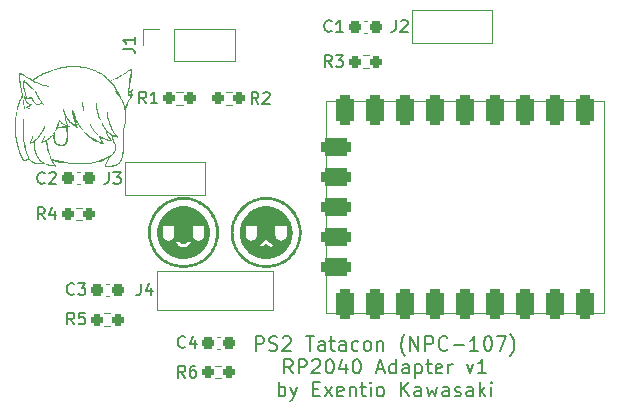
<source format=gto>
G04 #@! TF.GenerationSoftware,KiCad,Pcbnew,8.0.6*
G04 #@! TF.CreationDate,2024-12-13T00:51:39+01:00*
G04 #@! TF.ProjectId,ps2-tatacon-rp2040,7073322d-7461-4746-9163-6f6e2d727032,rev?*
G04 #@! TF.SameCoordinates,Original*
G04 #@! TF.FileFunction,Legend,Top*
G04 #@! TF.FilePolarity,Positive*
%FSLAX46Y46*%
G04 Gerber Fmt 4.6, Leading zero omitted, Abs format (unit mm)*
G04 Created by KiCad (PCBNEW 8.0.6) date 2024-12-13 00:51:39*
%MOMM*%
%LPD*%
G01*
G04 APERTURE LIST*
G04 Aperture macros list*
%AMRoundRect*
0 Rectangle with rounded corners*
0 $1 Rounding radius*
0 $2 $3 $4 $5 $6 $7 $8 $9 X,Y pos of 4 corners*
0 Add a 4 corners polygon primitive as box body*
4,1,4,$2,$3,$4,$5,$6,$7,$8,$9,$2,$3,0*
0 Add four circle primitives for the rounded corners*
1,1,$1+$1,$2,$3*
1,1,$1+$1,$4,$5*
1,1,$1+$1,$6,$7*
1,1,$1+$1,$8,$9*
0 Add four rect primitives between the rounded corners*
20,1,$1+$1,$2,$3,$4,$5,0*
20,1,$1+$1,$4,$5,$6,$7,0*
20,1,$1+$1,$6,$7,$8,$9,0*
20,1,$1+$1,$8,$9,$2,$3,0*%
G04 Aperture macros list end*
%ADD10C,0.000000*%
%ADD11C,0.200000*%
%ADD12C,0.150000*%
%ADD13C,0.120000*%
%ADD14RoundRect,0.237500X0.300000X0.237500X-0.300000X0.237500X-0.300000X-0.237500X0.300000X-0.237500X0*%
%ADD15RoundRect,0.237500X-0.250000X-0.237500X0.250000X-0.237500X0.250000X0.237500X-0.250000X0.237500X0*%
%ADD16O,1.350000X2.000000*%
%ADD17RoundRect,0.400000X-0.400000X0.900000X-0.400000X-0.900000X0.400000X-0.900000X0.400000X0.900000X0*%
%ADD18RoundRect,0.400050X-0.400050X0.899950X-0.400050X-0.899950X0.400050X-0.899950X0.400050X0.899950X0*%
%ADD19RoundRect,0.400000X-0.900000X0.400000X-0.900000X-0.400000X0.900000X-0.400000X0.900000X0.400000X0*%
%ADD20RoundRect,0.393700X-0.906300X0.393700X-0.906300X-0.393700X0.906300X-0.393700X0.906300X0.393700X0*%
%ADD21R,1.700000X1.700000*%
%ADD22O,1.700000X1.700000*%
%ADD23RoundRect,0.237500X0.250000X0.237500X-0.250000X0.237500X-0.250000X-0.237500X0.250000X-0.237500X0*%
G04 APERTURE END LIST*
D10*
G36*
X49397294Y-41542372D02*
G01*
X49507289Y-41550553D01*
X49616348Y-41564098D01*
X49724291Y-41582930D01*
X49830932Y-41606974D01*
X49936089Y-41636154D01*
X50039580Y-41670393D01*
X50141221Y-41709617D01*
X50240828Y-41753749D01*
X50338220Y-41802714D01*
X50433212Y-41856435D01*
X50525623Y-41914837D01*
X50615268Y-41977845D01*
X50701964Y-42045381D01*
X50785530Y-42117371D01*
X50865781Y-42193738D01*
X50942150Y-42273987D01*
X51014142Y-42357551D01*
X51081680Y-42444247D01*
X51144690Y-42533891D01*
X51203094Y-42626300D01*
X51256817Y-42721292D01*
X51305784Y-42818683D01*
X51349919Y-42918291D01*
X51389145Y-43019932D01*
X51423386Y-43123424D01*
X51452568Y-43228583D01*
X51476615Y-43335226D01*
X51495449Y-43443171D01*
X51508996Y-43552233D01*
X51517180Y-43662231D01*
X51519925Y-43772981D01*
X51517182Y-43883727D01*
X51508999Y-43993722D01*
X51495454Y-44102781D01*
X51476620Y-44210723D01*
X51452575Y-44317364D01*
X51423394Y-44422521D01*
X51389153Y-44526012D01*
X51349927Y-44627652D01*
X51305794Y-44727259D01*
X51256828Y-44824650D01*
X51203105Y-44919642D01*
X51144701Y-45012052D01*
X51081693Y-45101697D01*
X51014155Y-45188393D01*
X50942164Y-45271957D01*
X50865796Y-45352207D01*
X50785547Y-45428576D01*
X50701983Y-45500566D01*
X50615287Y-45568104D01*
X50525644Y-45631112D01*
X50433235Y-45689515D01*
X50338244Y-45743238D01*
X50240854Y-45792203D01*
X50141248Y-45836336D01*
X50039609Y-45875561D01*
X49936121Y-45909802D01*
X49830966Y-45938983D01*
X49724328Y-45963028D01*
X49616389Y-45981861D01*
X49507333Y-45995407D01*
X49397344Y-46003590D01*
X49286603Y-46006333D01*
X49171678Y-46003425D01*
X49058262Y-45994798D01*
X48946495Y-45980593D01*
X48836517Y-45960951D01*
X48728469Y-45936011D01*
X48622491Y-45905914D01*
X48518724Y-45870801D01*
X48417307Y-45830812D01*
X48318381Y-45786086D01*
X48222087Y-45736765D01*
X48128564Y-45682988D01*
X48037953Y-45624896D01*
X47950394Y-45562630D01*
X47866028Y-45496329D01*
X47784995Y-45426134D01*
X47707435Y-45352185D01*
X47633488Y-45274622D01*
X47563295Y-45193587D01*
X47496997Y-45109218D01*
X47434733Y-45021657D01*
X47376643Y-44931044D01*
X47322869Y-44837519D01*
X47311963Y-44816224D01*
X48726297Y-44816224D01*
X48863754Y-45025204D01*
X49291944Y-44743464D01*
X49708353Y-45024274D01*
X49848087Y-44817051D01*
X49293701Y-44443224D01*
X48726297Y-44816224D01*
X47311963Y-44816224D01*
X47273550Y-44741222D01*
X47228827Y-44642294D01*
X47188840Y-44540875D01*
X47153729Y-44437106D01*
X47123635Y-44331126D01*
X47098698Y-44223076D01*
X47079059Y-44113096D01*
X47064857Y-44001327D01*
X47063078Y-43977929D01*
X47056232Y-43887908D01*
X47053327Y-43772981D01*
X47056231Y-43658057D01*
X47064854Y-43544640D01*
X47079055Y-43432873D01*
X47098694Y-43322895D01*
X47114846Y-43252909D01*
X47543836Y-43252909D01*
X47543836Y-43977929D01*
X47544465Y-44002784D01*
X47546333Y-44027315D01*
X47549408Y-44051492D01*
X47553661Y-44075283D01*
X47559061Y-44098659D01*
X47565577Y-44121589D01*
X47573179Y-44144042D01*
X47581837Y-44165989D01*
X47591521Y-44187397D01*
X47602198Y-44208238D01*
X47613840Y-44228481D01*
X47626416Y-44248094D01*
X47639895Y-44267048D01*
X47654247Y-44285312D01*
X47669441Y-44302855D01*
X47685447Y-44319647D01*
X47702235Y-44335658D01*
X47719773Y-44350857D01*
X47738033Y-44365214D01*
X47756982Y-44378697D01*
X47776591Y-44391277D01*
X47796829Y-44402924D01*
X47817666Y-44413605D01*
X47839071Y-44423292D01*
X47861014Y-44431953D01*
X47883464Y-44439559D01*
X47906391Y-44446078D01*
X47929765Y-44451480D01*
X47953555Y-44455735D01*
X47977730Y-44458812D01*
X48002260Y-44460680D01*
X48027115Y-44461310D01*
X48051970Y-44460680D01*
X48076501Y-44458812D01*
X48100678Y-44455735D01*
X48124469Y-44451480D01*
X48147845Y-44446078D01*
X48170775Y-44439559D01*
X48193228Y-44431953D01*
X48215174Y-44423292D01*
X48236583Y-44413605D01*
X48257424Y-44402924D01*
X48277666Y-44391277D01*
X48297279Y-44378697D01*
X48316233Y-44365214D01*
X48334496Y-44350857D01*
X48352040Y-44335658D01*
X48368832Y-44319647D01*
X48384843Y-44302855D01*
X48400041Y-44285312D01*
X48414398Y-44267048D01*
X48427881Y-44248094D01*
X48440461Y-44228481D01*
X48452107Y-44208238D01*
X48462788Y-44187397D01*
X48472475Y-44165989D01*
X48481136Y-44144042D01*
X48488742Y-44121589D01*
X48495261Y-44098659D01*
X48500663Y-44075283D01*
X48504917Y-44051492D01*
X48507994Y-44027315D01*
X48509863Y-44002784D01*
X48510492Y-43977929D01*
X48510492Y-43252909D01*
X50062757Y-43252909D01*
X50062757Y-43977929D01*
X50063386Y-44002784D01*
X50065255Y-44027315D01*
X50068331Y-44051492D01*
X50072586Y-44075283D01*
X50077988Y-44098659D01*
X50084507Y-44121589D01*
X50092113Y-44144042D01*
X50100774Y-44165989D01*
X50110461Y-44187397D01*
X50121142Y-44208238D01*
X50132788Y-44228481D01*
X50145368Y-44248094D01*
X50158852Y-44267048D01*
X50173208Y-44285312D01*
X50188407Y-44302855D01*
X50204418Y-44319647D01*
X50221210Y-44335658D01*
X50238753Y-44350857D01*
X50257017Y-44365214D01*
X50275971Y-44378697D01*
X50295584Y-44391277D01*
X50315826Y-44402924D01*
X50336667Y-44413605D01*
X50358075Y-44423292D01*
X50380022Y-44431953D01*
X50402475Y-44439559D01*
X50425405Y-44446078D01*
X50448780Y-44451480D01*
X50472572Y-44455735D01*
X50496748Y-44458812D01*
X50521279Y-44460680D01*
X50546134Y-44461310D01*
X50570988Y-44460680D01*
X50595519Y-44458812D01*
X50619694Y-44455735D01*
X50643484Y-44451480D01*
X50666857Y-44446078D01*
X50689784Y-44439559D01*
X50712235Y-44431953D01*
X50734178Y-44423292D01*
X50755583Y-44413605D01*
X50776420Y-44402924D01*
X50796658Y-44391277D01*
X50816267Y-44378697D01*
X50835216Y-44365214D01*
X50853475Y-44350857D01*
X50871014Y-44335658D01*
X50887802Y-44319647D01*
X50903808Y-44302855D01*
X50919002Y-44285312D01*
X50933354Y-44267048D01*
X50946833Y-44248094D01*
X50959408Y-44228481D01*
X50971050Y-44208238D01*
X50981728Y-44187397D01*
X50991411Y-44165989D01*
X51000069Y-44144042D01*
X51007672Y-44121589D01*
X51014188Y-44098659D01*
X51019588Y-44075283D01*
X51023841Y-44051492D01*
X51026916Y-44027315D01*
X51028784Y-44002784D01*
X51029413Y-43977929D01*
X51029413Y-43252909D01*
X50062757Y-43252909D01*
X48510492Y-43252909D01*
X47543836Y-43252909D01*
X47114846Y-43252909D01*
X47123630Y-43214846D01*
X47153723Y-43108868D01*
X47188832Y-43005099D01*
X47228818Y-42903681D01*
X47273540Y-42804754D01*
X47322858Y-42708458D01*
X47376631Y-42614933D01*
X47434719Y-42524320D01*
X47496982Y-42436759D01*
X47563280Y-42352391D01*
X47633472Y-42271355D01*
X47707417Y-42193793D01*
X47784976Y-42119843D01*
X47866008Y-42049648D01*
X47950374Y-41983346D01*
X48037931Y-41921079D01*
X48128542Y-41862987D01*
X48222064Y-41809209D01*
X48318357Y-41759887D01*
X48417282Y-41715161D01*
X48518698Y-41675170D01*
X48622465Y-41640056D01*
X48728442Y-41609958D01*
X48836489Y-41585017D01*
X48946466Y-41565374D01*
X49058233Y-41551168D01*
X49171648Y-41542540D01*
X49286560Y-41539630D01*
X49397294Y-41542372D01*
G37*
G36*
X49441041Y-40776965D02*
G01*
X49593377Y-40788551D01*
X49743500Y-40807631D01*
X49891222Y-40834016D01*
X50036352Y-40867517D01*
X50178704Y-40907946D01*
X50318088Y-40955114D01*
X50454316Y-41008833D01*
X50587199Y-41068914D01*
X50716548Y-41135168D01*
X50842175Y-41207408D01*
X50963892Y-41285443D01*
X51081510Y-41369087D01*
X51194840Y-41458150D01*
X51303694Y-41552443D01*
X51407882Y-41651778D01*
X51507218Y-41755967D01*
X51601511Y-41864821D01*
X51690574Y-41978151D01*
X51774217Y-42095768D01*
X51852253Y-42217485D01*
X51924492Y-42343113D01*
X51990747Y-42472462D01*
X52050827Y-42605345D01*
X52104546Y-42741572D01*
X52151714Y-42880956D01*
X52192143Y-43023308D01*
X52225644Y-43168439D01*
X52252029Y-43316160D01*
X52271108Y-43466283D01*
X52282694Y-43618620D01*
X52286598Y-43772981D01*
X52282695Y-43927344D01*
X52271109Y-44079682D01*
X52252030Y-44229807D01*
X52225646Y-44377530D01*
X52192146Y-44522664D01*
X52151717Y-44665018D01*
X52104549Y-44804405D01*
X52050831Y-44940637D01*
X51990750Y-45073523D01*
X51924496Y-45202877D01*
X51852257Y-45328508D01*
X51774221Y-45450230D01*
X51690578Y-45567852D01*
X51601516Y-45681186D01*
X51507222Y-45790045D01*
X51407887Y-45894238D01*
X51303698Y-45993578D01*
X51194845Y-46087876D01*
X51081514Y-46176943D01*
X50963897Y-46260591D01*
X50842180Y-46338631D01*
X50716552Y-46410874D01*
X50587202Y-46477133D01*
X50454319Y-46537217D01*
X50318091Y-46590939D01*
X50178707Y-46638111D01*
X50036355Y-46678542D01*
X49891224Y-46712046D01*
X49743502Y-46738432D01*
X49593378Y-46757513D01*
X49441041Y-46769100D01*
X49286679Y-46773005D01*
X49132317Y-46769101D01*
X48979979Y-46757514D01*
X48829854Y-46738433D01*
X48682130Y-46712047D01*
X48536997Y-46678543D01*
X48394642Y-46638112D01*
X48255254Y-46590941D01*
X48119023Y-46537219D01*
X47986136Y-46477134D01*
X47856782Y-46410876D01*
X47731150Y-46338633D01*
X47609429Y-46260593D01*
X47491806Y-46176945D01*
X47378471Y-46087878D01*
X47269613Y-45993580D01*
X47165419Y-45894240D01*
X47066079Y-45790046D01*
X46971780Y-45681188D01*
X46882713Y-45567853D01*
X46799065Y-45450231D01*
X46721025Y-45328510D01*
X46648782Y-45202878D01*
X46582523Y-45073524D01*
X46522439Y-44940638D01*
X46468717Y-44804406D01*
X46421546Y-44665019D01*
X46381115Y-44522664D01*
X46347612Y-44377531D01*
X46321226Y-44229807D01*
X46302145Y-44079682D01*
X46290559Y-43927344D01*
X46286655Y-43772981D01*
X46519925Y-43772981D01*
X46523090Y-43906524D01*
X46532490Y-44038432D01*
X46547982Y-44168562D01*
X46569423Y-44296770D01*
X46596669Y-44422914D01*
X46629577Y-44546850D01*
X46668005Y-44668436D01*
X46711808Y-44787528D01*
X46760845Y-44903983D01*
X46814971Y-45017657D01*
X46874044Y-45128408D01*
X46937920Y-45236093D01*
X47006456Y-45340568D01*
X47079510Y-45441690D01*
X47156937Y-45539317D01*
X47238595Y-45633304D01*
X47324341Y-45723509D01*
X47414032Y-45809789D01*
X47507523Y-45892000D01*
X47604673Y-45969999D01*
X47705338Y-46043644D01*
X47809375Y-46112790D01*
X47916640Y-46177296D01*
X48026991Y-46237017D01*
X48140285Y-46291810D01*
X48256378Y-46341533D01*
X48375126Y-46386042D01*
X48496388Y-46425195D01*
X48620020Y-46458847D01*
X48745878Y-46486856D01*
X48873820Y-46509078D01*
X49003702Y-46525372D01*
X49038650Y-46528696D01*
X49073728Y-46531584D01*
X49108931Y-46534034D01*
X49144256Y-46536044D01*
X49179697Y-46537611D01*
X49215251Y-46538733D01*
X49250913Y-46539408D01*
X49286679Y-46539634D01*
X49429068Y-46536034D01*
X49569585Y-46525352D01*
X49708058Y-46507760D01*
X49844312Y-46483433D01*
X49978173Y-46452544D01*
X50109469Y-46415267D01*
X50238025Y-46371776D01*
X50363667Y-46322244D01*
X50486222Y-46266845D01*
X50605516Y-46205753D01*
X50721375Y-46139141D01*
X50833625Y-46067184D01*
X50942094Y-45990055D01*
X51046607Y-45907928D01*
X51146990Y-45820976D01*
X51243070Y-45729373D01*
X51334672Y-45633294D01*
X51421624Y-45532911D01*
X51503752Y-45428398D01*
X51580881Y-45319929D01*
X51652838Y-45207678D01*
X51719449Y-45091819D01*
X51780541Y-44972525D01*
X51835940Y-44849970D01*
X51885472Y-44724328D01*
X51928963Y-44595772D01*
X51966240Y-44464477D01*
X51997129Y-44330615D01*
X52021456Y-44194361D01*
X52039048Y-44055888D01*
X52049730Y-43915370D01*
X52053330Y-43772981D01*
X52049730Y-43630592D01*
X52039048Y-43490075D01*
X52021456Y-43351602D01*
X51997129Y-43215348D01*
X51966240Y-43081486D01*
X51928963Y-42950190D01*
X51885472Y-42821634D01*
X51835940Y-42695992D01*
X51780542Y-42573437D01*
X51719450Y-42454143D01*
X51652838Y-42338283D01*
X51580881Y-42226033D01*
X51503752Y-42117564D01*
X51421625Y-42013051D01*
X51334673Y-41912668D01*
X51243071Y-41816588D01*
X51146991Y-41724986D01*
X51046608Y-41638034D01*
X50942095Y-41555906D01*
X50833627Y-41478777D01*
X50721376Y-41406820D01*
X50605517Y-41340209D01*
X50486223Y-41279117D01*
X50363668Y-41223718D01*
X50238026Y-41174186D01*
X50109470Y-41130695D01*
X49978174Y-41093418D01*
X49844313Y-41062529D01*
X49708059Y-41038202D01*
X49569586Y-41020610D01*
X49429068Y-41009928D01*
X49286679Y-41006328D01*
X49148712Y-41009707D01*
X49012496Y-41019739D01*
X48878188Y-41036265D01*
X48745947Y-41059128D01*
X48615930Y-41088170D01*
X48488296Y-41123232D01*
X48363202Y-41164158D01*
X48240806Y-41210788D01*
X48121266Y-41262966D01*
X48004741Y-41320532D01*
X47891388Y-41383329D01*
X47781366Y-41451199D01*
X47674831Y-41523985D01*
X47571943Y-41601527D01*
X47472859Y-41683668D01*
X47377737Y-41770251D01*
X47286735Y-41861117D01*
X47200011Y-41956108D01*
X47117723Y-42055066D01*
X47040030Y-42157833D01*
X46967088Y-42264252D01*
X46899056Y-42374164D01*
X46836092Y-42487412D01*
X46778355Y-42603836D01*
X46726001Y-42723281D01*
X46679189Y-42845586D01*
X46638076Y-42970595D01*
X46602822Y-43098150D01*
X46573583Y-43228092D01*
X46550518Y-43360264D01*
X46533785Y-43494507D01*
X46523541Y-43630664D01*
X46521971Y-43666082D01*
X46520839Y-43701600D01*
X46520155Y-43737229D01*
X46519925Y-43772981D01*
X46286655Y-43772981D01*
X46290559Y-43618620D01*
X46302146Y-43466283D01*
X46321227Y-43316160D01*
X46347613Y-43168438D01*
X46381117Y-43023307D01*
X46421548Y-42880955D01*
X46468720Y-42741571D01*
X46522442Y-42605344D01*
X46582526Y-42472461D01*
X46648785Y-42343111D01*
X46721028Y-42217484D01*
X46799069Y-42095767D01*
X46882717Y-41978149D01*
X46971784Y-41864819D01*
X47066082Y-41755965D01*
X47165422Y-41651776D01*
X47269616Y-41552441D01*
X47378474Y-41458148D01*
X47491809Y-41369085D01*
X47609432Y-41285442D01*
X47731153Y-41207406D01*
X47856785Y-41135167D01*
X47986138Y-41068913D01*
X48119025Y-41008832D01*
X48255256Y-40955113D01*
X48394644Y-40907945D01*
X48536998Y-40867516D01*
X48682131Y-40834015D01*
X48829855Y-40807631D01*
X48979980Y-40788551D01*
X49132317Y-40776965D01*
X49286679Y-40773061D01*
X49441041Y-40776965D01*
G37*
G36*
X42397351Y-41542477D02*
G01*
X42507346Y-41550659D01*
X42616405Y-41564203D01*
X42724347Y-41583036D01*
X42830989Y-41607079D01*
X42936146Y-41636259D01*
X43039637Y-41670499D01*
X43141278Y-41709723D01*
X43240886Y-41753855D01*
X43338277Y-41802819D01*
X43433270Y-41856541D01*
X43525680Y-41914943D01*
X43615325Y-41977950D01*
X43702022Y-42045487D01*
X43785587Y-42117476D01*
X43865838Y-42193844D01*
X43942207Y-42274093D01*
X44014199Y-42357657D01*
X44081737Y-42444352D01*
X44144746Y-42533996D01*
X44203150Y-42626405D01*
X44256873Y-42721397D01*
X44305840Y-42818789D01*
X44349974Y-42918396D01*
X44389200Y-43020038D01*
X44423442Y-43123529D01*
X44452624Y-43228688D01*
X44476670Y-43335331D01*
X44495505Y-43443276D01*
X44509052Y-43552339D01*
X44517236Y-43662337D01*
X44519981Y-43773087D01*
X44517071Y-43888011D01*
X44508443Y-44001427D01*
X44494236Y-44113194D01*
X44474593Y-44223171D01*
X44449652Y-44331219D01*
X44419554Y-44437196D01*
X44384439Y-44540963D01*
X44344448Y-44642379D01*
X44299721Y-44741304D01*
X44250399Y-44837598D01*
X44196620Y-44931120D01*
X44138527Y-45021730D01*
X44076259Y-45109288D01*
X44009956Y-45193653D01*
X43939759Y-45274686D01*
X43865808Y-45352245D01*
X43788244Y-45426191D01*
X43707206Y-45496382D01*
X43622836Y-45562680D01*
X43535272Y-45624943D01*
X43444656Y-45683031D01*
X43351128Y-45736804D01*
X43254829Y-45786122D01*
X43155898Y-45830844D01*
X43054475Y-45870830D01*
X42950702Y-45905939D01*
X42844718Y-45936032D01*
X42736664Y-45960968D01*
X42626680Y-45980607D01*
X42514907Y-45994807D01*
X42401484Y-46003430D01*
X42286552Y-46006335D01*
X42171627Y-46003426D01*
X42058211Y-45994800D01*
X41946444Y-45980595D01*
X41836467Y-45960953D01*
X41728419Y-45936013D01*
X41622441Y-45905917D01*
X41518674Y-45870804D01*
X41417257Y-45830815D01*
X41318331Y-45786090D01*
X41222037Y-45736770D01*
X41128514Y-45682994D01*
X41037903Y-45624904D01*
X40950344Y-45562639D01*
X40865978Y-45496339D01*
X40784945Y-45426146D01*
X40707385Y-45352200D01*
X40633439Y-45274640D01*
X40563246Y-45193607D01*
X40496947Y-45109242D01*
X40434683Y-45021685D01*
X40376594Y-44931075D01*
X40322820Y-44837555D01*
X40273501Y-44741263D01*
X40228778Y-44642340D01*
X40215389Y-44608384D01*
X41678917Y-44608384D01*
X41687196Y-44625828D01*
X41712785Y-44671817D01*
X41732421Y-44702542D01*
X41756808Y-44736836D01*
X41786084Y-44773508D01*
X41820391Y-44811369D01*
X41859869Y-44849231D01*
X41904659Y-44885903D01*
X41929091Y-44903421D01*
X41954902Y-44920196D01*
X41982113Y-44936079D01*
X42010739Y-44950922D01*
X42040799Y-44964574D01*
X42072309Y-44976889D01*
X42105289Y-44987718D01*
X42139754Y-44996910D01*
X42175724Y-45004319D01*
X42213215Y-45009795D01*
X42252245Y-45013190D01*
X42292832Y-45014354D01*
X42333387Y-45013178D01*
X42372325Y-45009751D01*
X42409667Y-45004222D01*
X42445435Y-44996742D01*
X42479651Y-44987460D01*
X42512335Y-44976527D01*
X42543511Y-44964093D01*
X42573199Y-44950308D01*
X42601421Y-44935322D01*
X42628198Y-44919285D01*
X42653553Y-44902348D01*
X42677507Y-44884660D01*
X42700082Y-44866372D01*
X42721299Y-44847633D01*
X42741179Y-44828594D01*
X42759746Y-44809406D01*
X42777019Y-44790217D01*
X42793021Y-44771178D01*
X42821298Y-44734151D01*
X42844751Y-44699526D01*
X42863550Y-44668503D01*
X42877871Y-44642284D01*
X42887886Y-44622070D01*
X42895690Y-44604457D01*
X42660664Y-44519501D01*
X42656861Y-44530021D01*
X42644340Y-44557757D01*
X42634290Y-44576288D01*
X42621436Y-44596971D01*
X42605569Y-44619088D01*
X42586482Y-44641922D01*
X42563965Y-44664757D01*
X42551356Y-44675950D01*
X42537811Y-44686874D01*
X42523304Y-44697439D01*
X42507810Y-44707556D01*
X42491303Y-44717135D01*
X42473756Y-44726087D01*
X42455144Y-44734321D01*
X42435439Y-44741748D01*
X42414617Y-44748279D01*
X42392652Y-44753823D01*
X42369516Y-44758291D01*
X42345185Y-44761594D01*
X42319632Y-44763641D01*
X42292831Y-44764344D01*
X42265990Y-44763630D01*
X42240322Y-44761550D01*
X42215804Y-44758194D01*
X42192416Y-44753654D01*
X42170137Y-44748021D01*
X42148945Y-44741386D01*
X42128821Y-44733840D01*
X42109743Y-44725473D01*
X42091689Y-44716378D01*
X42074640Y-44706645D01*
X42058574Y-44696366D01*
X42043470Y-44685631D01*
X42029307Y-44674532D01*
X42016065Y-44663159D01*
X42003721Y-44651604D01*
X41992256Y-44639958D01*
X41981648Y-44628312D01*
X41971877Y-44616758D01*
X41954759Y-44594286D01*
X41940734Y-44573271D01*
X41929636Y-44554444D01*
X41921296Y-44538531D01*
X41915547Y-44526262D01*
X41911148Y-44515573D01*
X41678917Y-44608384D01*
X40215389Y-44608384D01*
X40188791Y-44540927D01*
X40153680Y-44437163D01*
X40123586Y-44331190D01*
X40098649Y-44223147D01*
X40079009Y-44113175D01*
X40064807Y-44001414D01*
X40063022Y-43977932D01*
X40056183Y-43888004D01*
X40053277Y-43773087D01*
X40056021Y-43662341D01*
X40064204Y-43552346D01*
X40077749Y-43443287D01*
X40096583Y-43335345D01*
X40115146Y-43253015D01*
X40543792Y-43253015D01*
X40543792Y-43977932D01*
X40544422Y-44002787D01*
X40546289Y-44027318D01*
X40549365Y-44051495D01*
X40553618Y-44075286D01*
X40559017Y-44098662D01*
X40565533Y-44121592D01*
X40573136Y-44144046D01*
X40581794Y-44165992D01*
X40591476Y-44187401D01*
X40602154Y-44208242D01*
X40613796Y-44228484D01*
X40626371Y-44248097D01*
X40639850Y-44267051D01*
X40654202Y-44285315D01*
X40669396Y-44302858D01*
X40685402Y-44319651D01*
X40702189Y-44335662D01*
X40719728Y-44350861D01*
X40737987Y-44365217D01*
X40756936Y-44378701D01*
X40776544Y-44391281D01*
X40796782Y-44402927D01*
X40817619Y-44413609D01*
X40839024Y-44423296D01*
X40860967Y-44431957D01*
X40883417Y-44439562D01*
X40906344Y-44446081D01*
X40929718Y-44451484D01*
X40953507Y-44455738D01*
X40977683Y-44458815D01*
X41002213Y-44460684D01*
X41027068Y-44461313D01*
X41051923Y-44460684D01*
X41076454Y-44458815D01*
X41100631Y-44455738D01*
X41124422Y-44451484D01*
X41147798Y-44446081D01*
X41170728Y-44439562D01*
X41193182Y-44431957D01*
X41215128Y-44423296D01*
X41236537Y-44413609D01*
X41257378Y-44402927D01*
X41277620Y-44391281D01*
X41297233Y-44378701D01*
X41316187Y-44365217D01*
X41334451Y-44350861D01*
X41351995Y-44335662D01*
X41368787Y-44319651D01*
X41384798Y-44302858D01*
X41399997Y-44285315D01*
X41414353Y-44267051D01*
X41427837Y-44248097D01*
X41440417Y-44228484D01*
X41452063Y-44208242D01*
X41462745Y-44187401D01*
X41472432Y-44165992D01*
X41481093Y-44144046D01*
X41488699Y-44121592D01*
X41495218Y-44098662D01*
X41500620Y-44075286D01*
X41504875Y-44051495D01*
X41507951Y-44027318D01*
X41509820Y-44002787D01*
X41510450Y-43977932D01*
X41510450Y-43253015D01*
X43062809Y-43253015D01*
X43062809Y-43977932D01*
X43063438Y-44002787D01*
X43065306Y-44027318D01*
X43068382Y-44051495D01*
X43072635Y-44075286D01*
X43078035Y-44098662D01*
X43084551Y-44121592D01*
X43092153Y-44144046D01*
X43100811Y-44165992D01*
X43110495Y-44187401D01*
X43121172Y-44208242D01*
X43132814Y-44228484D01*
X43145390Y-44248097D01*
X43158869Y-44267051D01*
X43173221Y-44285315D01*
X43188416Y-44302858D01*
X43204422Y-44319651D01*
X43221209Y-44335662D01*
X43238748Y-44350861D01*
X43257007Y-44365217D01*
X43275957Y-44378701D01*
X43295566Y-44391281D01*
X43315804Y-44402927D01*
X43336641Y-44413609D01*
X43358046Y-44423296D01*
X43379989Y-44431957D01*
X43402439Y-44439562D01*
X43425366Y-44446081D01*
X43448739Y-44451484D01*
X43472529Y-44455738D01*
X43496704Y-44458815D01*
X43521234Y-44460684D01*
X43546089Y-44461313D01*
X43570944Y-44460684D01*
X43595475Y-44458815D01*
X43619651Y-44455738D01*
X43643443Y-44451484D01*
X43666819Y-44446081D01*
X43689749Y-44439562D01*
X43712202Y-44431957D01*
X43734149Y-44423296D01*
X43755558Y-44413609D01*
X43776398Y-44402927D01*
X43796641Y-44391281D01*
X43816254Y-44378701D01*
X43835208Y-44365217D01*
X43853472Y-44350861D01*
X43871015Y-44335662D01*
X43887808Y-44319651D01*
X43903819Y-44302858D01*
X43919018Y-44285315D01*
X43933374Y-44267051D01*
X43946858Y-44248097D01*
X43959438Y-44228484D01*
X43971084Y-44208242D01*
X43981766Y-44187401D01*
X43991452Y-44165992D01*
X44000114Y-44144046D01*
X44007719Y-44121592D01*
X44014238Y-44098662D01*
X44019641Y-44075286D01*
X44023895Y-44051495D01*
X44026972Y-44027318D01*
X44028841Y-44002787D01*
X44029470Y-43977932D01*
X44029470Y-43253015D01*
X43062809Y-43253015D01*
X41510450Y-43253015D01*
X40543792Y-43253015D01*
X40115146Y-43253015D01*
X40120628Y-43228703D01*
X40149809Y-43123546D01*
X40184050Y-43020056D01*
X40223275Y-42918415D01*
X40267408Y-42818808D01*
X40316374Y-42721417D01*
X40370096Y-42626425D01*
X40428500Y-42534015D01*
X40491508Y-42444371D01*
X40559045Y-42357675D01*
X40631036Y-42274110D01*
X40707405Y-42193860D01*
X40787655Y-42117492D01*
X40871220Y-42045501D01*
X40957916Y-41977964D01*
X41047560Y-41914955D01*
X41139970Y-41856552D01*
X41234962Y-41802830D01*
X41332353Y-41753864D01*
X41431960Y-41709731D01*
X41533601Y-41670506D01*
X41637091Y-41636265D01*
X41742248Y-41607085D01*
X41848889Y-41583040D01*
X41956831Y-41564206D01*
X42065891Y-41550661D01*
X42175885Y-41542478D01*
X42286618Y-41539735D01*
X42397351Y-41542477D01*
G37*
G36*
X42440992Y-40776968D02*
G01*
X42593330Y-40788555D01*
X42743454Y-40807636D01*
X42891177Y-40834023D01*
X43036310Y-40867526D01*
X43178665Y-40907958D01*
X43318052Y-40955129D01*
X43454283Y-41008851D01*
X43587170Y-41068936D01*
X43716523Y-41135194D01*
X43842155Y-41207438D01*
X43963876Y-41285478D01*
X44081499Y-41369126D01*
X44194833Y-41458193D01*
X44303692Y-41552492D01*
X44407886Y-41651832D01*
X44507226Y-41756025D01*
X44601524Y-41864884D01*
X44690591Y-41978218D01*
X44774240Y-42095841D01*
X44852280Y-42217562D01*
X44924523Y-42343194D01*
X44990782Y-42472547D01*
X45050867Y-42605434D01*
X45104589Y-42741665D01*
X45151760Y-42881052D01*
X45192192Y-43023406D01*
X45225695Y-43168540D01*
X45252082Y-43316263D01*
X45271163Y-43466387D01*
X45282750Y-43618725D01*
X45286654Y-43773087D01*
X45282750Y-43927449D01*
X45271164Y-44079786D01*
X45252083Y-44229910D01*
X45225697Y-44377631D01*
X45192194Y-44522762D01*
X45151763Y-44665114D01*
X45104592Y-44804498D01*
X45050870Y-44940726D01*
X44990786Y-45073609D01*
X44924528Y-45202958D01*
X44852284Y-45328586D01*
X44774244Y-45450303D01*
X44690596Y-45567920D01*
X44601529Y-45681250D01*
X44507231Y-45790104D01*
X44407891Y-45894292D01*
X44303697Y-45993627D01*
X44194839Y-46087920D01*
X44081504Y-46176983D01*
X43963881Y-46260626D01*
X43842160Y-46338661D01*
X43716528Y-46410901D01*
X43587174Y-46477155D01*
X43454287Y-46537235D01*
X43318056Y-46590954D01*
X43178668Y-46638122D01*
X43036313Y-46678551D01*
X42891180Y-46712052D01*
X42743456Y-46738436D01*
X42593331Y-46757516D01*
X42440993Y-46769102D01*
X42286631Y-46773006D01*
X42132268Y-46769103D01*
X41979930Y-46757517D01*
X41829805Y-46738437D01*
X41682081Y-46712053D01*
X41536947Y-46678552D01*
X41394592Y-46638123D01*
X41255204Y-46590955D01*
X41118973Y-46537237D01*
X40986086Y-46477156D01*
X40856732Y-46410902D01*
X40731100Y-46338663D01*
X40609378Y-46260627D01*
X40491756Y-46176984D01*
X40378421Y-46087922D01*
X40269562Y-45993629D01*
X40165369Y-45894294D01*
X40066029Y-45790105D01*
X39971730Y-45681251D01*
X39882663Y-45567922D01*
X39799015Y-45450304D01*
X39720975Y-45328587D01*
X39648732Y-45202960D01*
X39582474Y-45073610D01*
X39522390Y-44940727D01*
X39468668Y-44804499D01*
X39421497Y-44665115D01*
X39381066Y-44522763D01*
X39347563Y-44377632D01*
X39321177Y-44229910D01*
X39302097Y-44079786D01*
X39290511Y-43927449D01*
X39286607Y-43773087D01*
X39519978Y-43773087D01*
X39523578Y-43915476D01*
X39534260Y-44055994D01*
X39551851Y-44194467D01*
X39576178Y-44330721D01*
X39607067Y-44464583D01*
X39644344Y-44595878D01*
X39687835Y-44724434D01*
X39737367Y-44850077D01*
X39792766Y-44972632D01*
X39853858Y-45091926D01*
X39920469Y-45207785D01*
X39992426Y-45320036D01*
X40069555Y-45428505D01*
X40151682Y-45533018D01*
X40238634Y-45633401D01*
X40330237Y-45729480D01*
X40426317Y-45821083D01*
X40526700Y-45908035D01*
X40631212Y-45990162D01*
X40739681Y-46067291D01*
X40851932Y-46139248D01*
X40967791Y-46205860D01*
X41087085Y-46266952D01*
X41209640Y-46322350D01*
X41335283Y-46371882D01*
X41463839Y-46415373D01*
X41595134Y-46452650D01*
X41728996Y-46483539D01*
X41865251Y-46507866D01*
X42003724Y-46525458D01*
X42144241Y-46536140D01*
X42286631Y-46539739D01*
X42429019Y-46536140D01*
X42569537Y-46525457D01*
X42708010Y-46507866D01*
X42844264Y-46483539D01*
X42978126Y-46452650D01*
X43109421Y-46415373D01*
X43237977Y-46371881D01*
X43363619Y-46322349D01*
X43486174Y-46266951D01*
X43605468Y-46205859D01*
X43721328Y-46139247D01*
X43833578Y-46067290D01*
X43942047Y-45990161D01*
X44046560Y-45908034D01*
X44146943Y-45821082D01*
X44243023Y-45729479D01*
X44334626Y-45633400D01*
X44421577Y-45533016D01*
X44503705Y-45428504D01*
X44580834Y-45320035D01*
X44652791Y-45207784D01*
X44719403Y-45091925D01*
X44780495Y-44972631D01*
X44835893Y-44850076D01*
X44885425Y-44724434D01*
X44928917Y-44595878D01*
X44966194Y-44464582D01*
X44997083Y-44330720D01*
X45021410Y-44194466D01*
X45039001Y-44055993D01*
X45049684Y-43915476D01*
X45053283Y-43773087D01*
X45049684Y-43630698D01*
X45039001Y-43490180D01*
X45021410Y-43351707D01*
X44997083Y-43215453D01*
X44966194Y-43081591D01*
X44928917Y-42950295D01*
X44885425Y-42821740D01*
X44835893Y-42696097D01*
X44780495Y-42573542D01*
X44719403Y-42454248D01*
X44652791Y-42338389D01*
X44580834Y-42226138D01*
X44503705Y-42117669D01*
X44421577Y-42013157D01*
X44334626Y-41912773D01*
X44243023Y-41816694D01*
X44146943Y-41725091D01*
X44046560Y-41638139D01*
X43942047Y-41556012D01*
X43833578Y-41478883D01*
X43721328Y-41406926D01*
X43605468Y-41340314D01*
X43486174Y-41279222D01*
X43363619Y-41223824D01*
X43237977Y-41174292D01*
X43109421Y-41130800D01*
X42978126Y-41093523D01*
X42844264Y-41062634D01*
X42708010Y-41038307D01*
X42569537Y-41020716D01*
X42429019Y-41010033D01*
X42286631Y-41006434D01*
X42148665Y-41009812D01*
X42012449Y-41019843D01*
X41878142Y-41036368D01*
X41745902Y-41059229D01*
X41615888Y-41088269D01*
X41488256Y-41123329D01*
X41363165Y-41164251D01*
X41240772Y-41210878D01*
X41121236Y-41263052D01*
X41004715Y-41320614D01*
X40891366Y-41383407D01*
X40781348Y-41451272D01*
X40674818Y-41524053D01*
X40571934Y-41601591D01*
X40472855Y-41683727D01*
X40377738Y-41770305D01*
X40286741Y-41861166D01*
X40200022Y-41956152D01*
X40117739Y-42055106D01*
X40040050Y-42157868D01*
X39967113Y-42264283D01*
X39899085Y-42374190D01*
X39836126Y-42487434D01*
X39778392Y-42603855D01*
X39726041Y-42723295D01*
X39679232Y-42845598D01*
X39638123Y-42970604D01*
X39602871Y-43098156D01*
X39573634Y-43228097D01*
X39550571Y-43360267D01*
X39533839Y-43494510D01*
X39523596Y-43630666D01*
X39522019Y-43666100D01*
X39520888Y-43701654D01*
X39520206Y-43737319D01*
X39519978Y-43773087D01*
X39286607Y-43773087D01*
X39290512Y-43618725D01*
X39302099Y-43466387D01*
X39321180Y-43316262D01*
X39347566Y-43168539D01*
X39381070Y-43023406D01*
X39421501Y-42881051D01*
X39468672Y-42741664D01*
X39522395Y-42605433D01*
X39582479Y-42472546D01*
X39648738Y-42343193D01*
X39720981Y-42217561D01*
X39799021Y-42095840D01*
X39882669Y-41978217D01*
X39971737Y-41864882D01*
X40066035Y-41756024D01*
X40165375Y-41651830D01*
X40269568Y-41552490D01*
X40378427Y-41458192D01*
X40491761Y-41369125D01*
X40609384Y-41285477D01*
X40731105Y-41207437D01*
X40856737Y-41135193D01*
X40986090Y-41068935D01*
X41118977Y-41008850D01*
X41255208Y-40955128D01*
X41394595Y-40907957D01*
X41536950Y-40867525D01*
X41682083Y-40834022D01*
X41829806Y-40807635D01*
X41979931Y-40788554D01*
X42132269Y-40776968D01*
X42286631Y-40773063D01*
X42440992Y-40776968D01*
G37*
D11*
X48407144Y-53778876D02*
X48407144Y-52578876D01*
X48407144Y-52578876D02*
X48864287Y-52578876D01*
X48864287Y-52578876D02*
X48978572Y-52636019D01*
X48978572Y-52636019D02*
X49035715Y-52693162D01*
X49035715Y-52693162D02*
X49092858Y-52807448D01*
X49092858Y-52807448D02*
X49092858Y-52978876D01*
X49092858Y-52978876D02*
X49035715Y-53093162D01*
X49035715Y-53093162D02*
X48978572Y-53150305D01*
X48978572Y-53150305D02*
X48864287Y-53207448D01*
X48864287Y-53207448D02*
X48407144Y-53207448D01*
X49550001Y-53721734D02*
X49721430Y-53778876D01*
X49721430Y-53778876D02*
X50007144Y-53778876D01*
X50007144Y-53778876D02*
X50121430Y-53721734D01*
X50121430Y-53721734D02*
X50178572Y-53664591D01*
X50178572Y-53664591D02*
X50235715Y-53550305D01*
X50235715Y-53550305D02*
X50235715Y-53436019D01*
X50235715Y-53436019D02*
X50178572Y-53321734D01*
X50178572Y-53321734D02*
X50121430Y-53264591D01*
X50121430Y-53264591D02*
X50007144Y-53207448D01*
X50007144Y-53207448D02*
X49778572Y-53150305D01*
X49778572Y-53150305D02*
X49664287Y-53093162D01*
X49664287Y-53093162D02*
X49607144Y-53036019D01*
X49607144Y-53036019D02*
X49550001Y-52921734D01*
X49550001Y-52921734D02*
X49550001Y-52807448D01*
X49550001Y-52807448D02*
X49607144Y-52693162D01*
X49607144Y-52693162D02*
X49664287Y-52636019D01*
X49664287Y-52636019D02*
X49778572Y-52578876D01*
X49778572Y-52578876D02*
X50064287Y-52578876D01*
X50064287Y-52578876D02*
X50235715Y-52636019D01*
X50692858Y-52693162D02*
X50750001Y-52636019D01*
X50750001Y-52636019D02*
X50864287Y-52578876D01*
X50864287Y-52578876D02*
X51150001Y-52578876D01*
X51150001Y-52578876D02*
X51264287Y-52636019D01*
X51264287Y-52636019D02*
X51321429Y-52693162D01*
X51321429Y-52693162D02*
X51378572Y-52807448D01*
X51378572Y-52807448D02*
X51378572Y-52921734D01*
X51378572Y-52921734D02*
X51321429Y-53093162D01*
X51321429Y-53093162D02*
X50635715Y-53778876D01*
X50635715Y-53778876D02*
X51378572Y-53778876D01*
X52635715Y-52578876D02*
X53321430Y-52578876D01*
X52978572Y-53778876D02*
X52978572Y-52578876D01*
X54235716Y-53778876D02*
X54235716Y-53150305D01*
X54235716Y-53150305D02*
X54178573Y-53036019D01*
X54178573Y-53036019D02*
X54064287Y-52978876D01*
X54064287Y-52978876D02*
X53835716Y-52978876D01*
X53835716Y-52978876D02*
X53721430Y-53036019D01*
X54235716Y-53721734D02*
X54121430Y-53778876D01*
X54121430Y-53778876D02*
X53835716Y-53778876D01*
X53835716Y-53778876D02*
X53721430Y-53721734D01*
X53721430Y-53721734D02*
X53664287Y-53607448D01*
X53664287Y-53607448D02*
X53664287Y-53493162D01*
X53664287Y-53493162D02*
X53721430Y-53378876D01*
X53721430Y-53378876D02*
X53835716Y-53321734D01*
X53835716Y-53321734D02*
X54121430Y-53321734D01*
X54121430Y-53321734D02*
X54235716Y-53264591D01*
X54635715Y-52978876D02*
X55092858Y-52978876D01*
X54807144Y-52578876D02*
X54807144Y-53607448D01*
X54807144Y-53607448D02*
X54864287Y-53721734D01*
X54864287Y-53721734D02*
X54978572Y-53778876D01*
X54978572Y-53778876D02*
X55092858Y-53778876D01*
X56007144Y-53778876D02*
X56007144Y-53150305D01*
X56007144Y-53150305D02*
X55950001Y-53036019D01*
X55950001Y-53036019D02*
X55835715Y-52978876D01*
X55835715Y-52978876D02*
X55607144Y-52978876D01*
X55607144Y-52978876D02*
X55492858Y-53036019D01*
X56007144Y-53721734D02*
X55892858Y-53778876D01*
X55892858Y-53778876D02*
X55607144Y-53778876D01*
X55607144Y-53778876D02*
X55492858Y-53721734D01*
X55492858Y-53721734D02*
X55435715Y-53607448D01*
X55435715Y-53607448D02*
X55435715Y-53493162D01*
X55435715Y-53493162D02*
X55492858Y-53378876D01*
X55492858Y-53378876D02*
X55607144Y-53321734D01*
X55607144Y-53321734D02*
X55892858Y-53321734D01*
X55892858Y-53321734D02*
X56007144Y-53264591D01*
X57092858Y-53721734D02*
X56978572Y-53778876D01*
X56978572Y-53778876D02*
X56750000Y-53778876D01*
X56750000Y-53778876D02*
X56635715Y-53721734D01*
X56635715Y-53721734D02*
X56578572Y-53664591D01*
X56578572Y-53664591D02*
X56521429Y-53550305D01*
X56521429Y-53550305D02*
X56521429Y-53207448D01*
X56521429Y-53207448D02*
X56578572Y-53093162D01*
X56578572Y-53093162D02*
X56635715Y-53036019D01*
X56635715Y-53036019D02*
X56750000Y-52978876D01*
X56750000Y-52978876D02*
X56978572Y-52978876D01*
X56978572Y-52978876D02*
X57092858Y-53036019D01*
X57778571Y-53778876D02*
X57664286Y-53721734D01*
X57664286Y-53721734D02*
X57607143Y-53664591D01*
X57607143Y-53664591D02*
X57550000Y-53550305D01*
X57550000Y-53550305D02*
X57550000Y-53207448D01*
X57550000Y-53207448D02*
X57607143Y-53093162D01*
X57607143Y-53093162D02*
X57664286Y-53036019D01*
X57664286Y-53036019D02*
X57778571Y-52978876D01*
X57778571Y-52978876D02*
X57950000Y-52978876D01*
X57950000Y-52978876D02*
X58064286Y-53036019D01*
X58064286Y-53036019D02*
X58121429Y-53093162D01*
X58121429Y-53093162D02*
X58178571Y-53207448D01*
X58178571Y-53207448D02*
X58178571Y-53550305D01*
X58178571Y-53550305D02*
X58121429Y-53664591D01*
X58121429Y-53664591D02*
X58064286Y-53721734D01*
X58064286Y-53721734D02*
X57950000Y-53778876D01*
X57950000Y-53778876D02*
X57778571Y-53778876D01*
X58692857Y-52978876D02*
X58692857Y-53778876D01*
X58692857Y-53093162D02*
X58750000Y-53036019D01*
X58750000Y-53036019D02*
X58864285Y-52978876D01*
X58864285Y-52978876D02*
X59035714Y-52978876D01*
X59035714Y-52978876D02*
X59150000Y-53036019D01*
X59150000Y-53036019D02*
X59207143Y-53150305D01*
X59207143Y-53150305D02*
X59207143Y-53778876D01*
X61035714Y-54236019D02*
X60978571Y-54178876D01*
X60978571Y-54178876D02*
X60864285Y-54007448D01*
X60864285Y-54007448D02*
X60807143Y-53893162D01*
X60807143Y-53893162D02*
X60750000Y-53721734D01*
X60750000Y-53721734D02*
X60692857Y-53436019D01*
X60692857Y-53436019D02*
X60692857Y-53207448D01*
X60692857Y-53207448D02*
X60750000Y-52921734D01*
X60750000Y-52921734D02*
X60807143Y-52750305D01*
X60807143Y-52750305D02*
X60864285Y-52636019D01*
X60864285Y-52636019D02*
X60978571Y-52464591D01*
X60978571Y-52464591D02*
X61035714Y-52407448D01*
X61492857Y-53778876D02*
X61492857Y-52578876D01*
X61492857Y-52578876D02*
X62178571Y-53778876D01*
X62178571Y-53778876D02*
X62178571Y-52578876D01*
X62750000Y-53778876D02*
X62750000Y-52578876D01*
X62750000Y-52578876D02*
X63207143Y-52578876D01*
X63207143Y-52578876D02*
X63321428Y-52636019D01*
X63321428Y-52636019D02*
X63378571Y-52693162D01*
X63378571Y-52693162D02*
X63435714Y-52807448D01*
X63435714Y-52807448D02*
X63435714Y-52978876D01*
X63435714Y-52978876D02*
X63378571Y-53093162D01*
X63378571Y-53093162D02*
X63321428Y-53150305D01*
X63321428Y-53150305D02*
X63207143Y-53207448D01*
X63207143Y-53207448D02*
X62750000Y-53207448D01*
X64635714Y-53664591D02*
X64578571Y-53721734D01*
X64578571Y-53721734D02*
X64407143Y-53778876D01*
X64407143Y-53778876D02*
X64292857Y-53778876D01*
X64292857Y-53778876D02*
X64121428Y-53721734D01*
X64121428Y-53721734D02*
X64007143Y-53607448D01*
X64007143Y-53607448D02*
X63950000Y-53493162D01*
X63950000Y-53493162D02*
X63892857Y-53264591D01*
X63892857Y-53264591D02*
X63892857Y-53093162D01*
X63892857Y-53093162D02*
X63950000Y-52864591D01*
X63950000Y-52864591D02*
X64007143Y-52750305D01*
X64007143Y-52750305D02*
X64121428Y-52636019D01*
X64121428Y-52636019D02*
X64292857Y-52578876D01*
X64292857Y-52578876D02*
X64407143Y-52578876D01*
X64407143Y-52578876D02*
X64578571Y-52636019D01*
X64578571Y-52636019D02*
X64635714Y-52693162D01*
X65150000Y-53321734D02*
X66064286Y-53321734D01*
X67264285Y-53778876D02*
X66578571Y-53778876D01*
X66921428Y-53778876D02*
X66921428Y-52578876D01*
X66921428Y-52578876D02*
X66807142Y-52750305D01*
X66807142Y-52750305D02*
X66692857Y-52864591D01*
X66692857Y-52864591D02*
X66578571Y-52921734D01*
X68007142Y-52578876D02*
X68121428Y-52578876D01*
X68121428Y-52578876D02*
X68235714Y-52636019D01*
X68235714Y-52636019D02*
X68292857Y-52693162D01*
X68292857Y-52693162D02*
X68349999Y-52807448D01*
X68349999Y-52807448D02*
X68407142Y-53036019D01*
X68407142Y-53036019D02*
X68407142Y-53321734D01*
X68407142Y-53321734D02*
X68349999Y-53550305D01*
X68349999Y-53550305D02*
X68292857Y-53664591D01*
X68292857Y-53664591D02*
X68235714Y-53721734D01*
X68235714Y-53721734D02*
X68121428Y-53778876D01*
X68121428Y-53778876D02*
X68007142Y-53778876D01*
X68007142Y-53778876D02*
X67892857Y-53721734D01*
X67892857Y-53721734D02*
X67835714Y-53664591D01*
X67835714Y-53664591D02*
X67778571Y-53550305D01*
X67778571Y-53550305D02*
X67721428Y-53321734D01*
X67721428Y-53321734D02*
X67721428Y-53036019D01*
X67721428Y-53036019D02*
X67778571Y-52807448D01*
X67778571Y-52807448D02*
X67835714Y-52693162D01*
X67835714Y-52693162D02*
X67892857Y-52636019D01*
X67892857Y-52636019D02*
X68007142Y-52578876D01*
X68807142Y-52578876D02*
X69607142Y-52578876D01*
X69607142Y-52578876D02*
X69092856Y-53778876D01*
X69949999Y-54236019D02*
X70007142Y-54178876D01*
X70007142Y-54178876D02*
X70121428Y-54007448D01*
X70121428Y-54007448D02*
X70178571Y-53893162D01*
X70178571Y-53893162D02*
X70235713Y-53721734D01*
X70235713Y-53721734D02*
X70292856Y-53436019D01*
X70292856Y-53436019D02*
X70292856Y-53207448D01*
X70292856Y-53207448D02*
X70235713Y-52921734D01*
X70235713Y-52921734D02*
X70178571Y-52750305D01*
X70178571Y-52750305D02*
X70121428Y-52636019D01*
X70121428Y-52636019D02*
X70007142Y-52464591D01*
X70007142Y-52464591D02*
X69949999Y-52407448D01*
X51521429Y-55710809D02*
X51121429Y-55139381D01*
X50835715Y-55710809D02*
X50835715Y-54510809D01*
X50835715Y-54510809D02*
X51292858Y-54510809D01*
X51292858Y-54510809D02*
X51407143Y-54567952D01*
X51407143Y-54567952D02*
X51464286Y-54625095D01*
X51464286Y-54625095D02*
X51521429Y-54739381D01*
X51521429Y-54739381D02*
X51521429Y-54910809D01*
X51521429Y-54910809D02*
X51464286Y-55025095D01*
X51464286Y-55025095D02*
X51407143Y-55082238D01*
X51407143Y-55082238D02*
X51292858Y-55139381D01*
X51292858Y-55139381D02*
X50835715Y-55139381D01*
X52035715Y-55710809D02*
X52035715Y-54510809D01*
X52035715Y-54510809D02*
X52492858Y-54510809D01*
X52492858Y-54510809D02*
X52607143Y-54567952D01*
X52607143Y-54567952D02*
X52664286Y-54625095D01*
X52664286Y-54625095D02*
X52721429Y-54739381D01*
X52721429Y-54739381D02*
X52721429Y-54910809D01*
X52721429Y-54910809D02*
X52664286Y-55025095D01*
X52664286Y-55025095D02*
X52607143Y-55082238D01*
X52607143Y-55082238D02*
X52492858Y-55139381D01*
X52492858Y-55139381D02*
X52035715Y-55139381D01*
X53178572Y-54625095D02*
X53235715Y-54567952D01*
X53235715Y-54567952D02*
X53350001Y-54510809D01*
X53350001Y-54510809D02*
X53635715Y-54510809D01*
X53635715Y-54510809D02*
X53750001Y-54567952D01*
X53750001Y-54567952D02*
X53807143Y-54625095D01*
X53807143Y-54625095D02*
X53864286Y-54739381D01*
X53864286Y-54739381D02*
X53864286Y-54853667D01*
X53864286Y-54853667D02*
X53807143Y-55025095D01*
X53807143Y-55025095D02*
X53121429Y-55710809D01*
X53121429Y-55710809D02*
X53864286Y-55710809D01*
X54607143Y-54510809D02*
X54721429Y-54510809D01*
X54721429Y-54510809D02*
X54835715Y-54567952D01*
X54835715Y-54567952D02*
X54892858Y-54625095D01*
X54892858Y-54625095D02*
X54950000Y-54739381D01*
X54950000Y-54739381D02*
X55007143Y-54967952D01*
X55007143Y-54967952D02*
X55007143Y-55253667D01*
X55007143Y-55253667D02*
X54950000Y-55482238D01*
X54950000Y-55482238D02*
X54892858Y-55596524D01*
X54892858Y-55596524D02*
X54835715Y-55653667D01*
X54835715Y-55653667D02*
X54721429Y-55710809D01*
X54721429Y-55710809D02*
X54607143Y-55710809D01*
X54607143Y-55710809D02*
X54492858Y-55653667D01*
X54492858Y-55653667D02*
X54435715Y-55596524D01*
X54435715Y-55596524D02*
X54378572Y-55482238D01*
X54378572Y-55482238D02*
X54321429Y-55253667D01*
X54321429Y-55253667D02*
X54321429Y-54967952D01*
X54321429Y-54967952D02*
X54378572Y-54739381D01*
X54378572Y-54739381D02*
X54435715Y-54625095D01*
X54435715Y-54625095D02*
X54492858Y-54567952D01*
X54492858Y-54567952D02*
X54607143Y-54510809D01*
X56035715Y-54910809D02*
X56035715Y-55710809D01*
X55750000Y-54453667D02*
X55464286Y-55310809D01*
X55464286Y-55310809D02*
X56207143Y-55310809D01*
X56892857Y-54510809D02*
X57007143Y-54510809D01*
X57007143Y-54510809D02*
X57121429Y-54567952D01*
X57121429Y-54567952D02*
X57178572Y-54625095D01*
X57178572Y-54625095D02*
X57235714Y-54739381D01*
X57235714Y-54739381D02*
X57292857Y-54967952D01*
X57292857Y-54967952D02*
X57292857Y-55253667D01*
X57292857Y-55253667D02*
X57235714Y-55482238D01*
X57235714Y-55482238D02*
X57178572Y-55596524D01*
X57178572Y-55596524D02*
X57121429Y-55653667D01*
X57121429Y-55653667D02*
X57007143Y-55710809D01*
X57007143Y-55710809D02*
X56892857Y-55710809D01*
X56892857Y-55710809D02*
X56778572Y-55653667D01*
X56778572Y-55653667D02*
X56721429Y-55596524D01*
X56721429Y-55596524D02*
X56664286Y-55482238D01*
X56664286Y-55482238D02*
X56607143Y-55253667D01*
X56607143Y-55253667D02*
X56607143Y-54967952D01*
X56607143Y-54967952D02*
X56664286Y-54739381D01*
X56664286Y-54739381D02*
X56721429Y-54625095D01*
X56721429Y-54625095D02*
X56778572Y-54567952D01*
X56778572Y-54567952D02*
X56892857Y-54510809D01*
X58664286Y-55367952D02*
X59235715Y-55367952D01*
X58550000Y-55710809D02*
X58950000Y-54510809D01*
X58950000Y-54510809D02*
X59350000Y-55710809D01*
X60264286Y-55710809D02*
X60264286Y-54510809D01*
X60264286Y-55653667D02*
X60150000Y-55710809D01*
X60150000Y-55710809D02*
X59921428Y-55710809D01*
X59921428Y-55710809D02*
X59807143Y-55653667D01*
X59807143Y-55653667D02*
X59750000Y-55596524D01*
X59750000Y-55596524D02*
X59692857Y-55482238D01*
X59692857Y-55482238D02*
X59692857Y-55139381D01*
X59692857Y-55139381D02*
X59750000Y-55025095D01*
X59750000Y-55025095D02*
X59807143Y-54967952D01*
X59807143Y-54967952D02*
X59921428Y-54910809D01*
X59921428Y-54910809D02*
X60150000Y-54910809D01*
X60150000Y-54910809D02*
X60264286Y-54967952D01*
X61350000Y-55710809D02*
X61350000Y-55082238D01*
X61350000Y-55082238D02*
X61292857Y-54967952D01*
X61292857Y-54967952D02*
X61178571Y-54910809D01*
X61178571Y-54910809D02*
X60950000Y-54910809D01*
X60950000Y-54910809D02*
X60835714Y-54967952D01*
X61350000Y-55653667D02*
X61235714Y-55710809D01*
X61235714Y-55710809D02*
X60950000Y-55710809D01*
X60950000Y-55710809D02*
X60835714Y-55653667D01*
X60835714Y-55653667D02*
X60778571Y-55539381D01*
X60778571Y-55539381D02*
X60778571Y-55425095D01*
X60778571Y-55425095D02*
X60835714Y-55310809D01*
X60835714Y-55310809D02*
X60950000Y-55253667D01*
X60950000Y-55253667D02*
X61235714Y-55253667D01*
X61235714Y-55253667D02*
X61350000Y-55196524D01*
X61921428Y-54910809D02*
X61921428Y-56110809D01*
X61921428Y-54967952D02*
X62035714Y-54910809D01*
X62035714Y-54910809D02*
X62264285Y-54910809D01*
X62264285Y-54910809D02*
X62378571Y-54967952D01*
X62378571Y-54967952D02*
X62435714Y-55025095D01*
X62435714Y-55025095D02*
X62492856Y-55139381D01*
X62492856Y-55139381D02*
X62492856Y-55482238D01*
X62492856Y-55482238D02*
X62435714Y-55596524D01*
X62435714Y-55596524D02*
X62378571Y-55653667D01*
X62378571Y-55653667D02*
X62264285Y-55710809D01*
X62264285Y-55710809D02*
X62035714Y-55710809D01*
X62035714Y-55710809D02*
X61921428Y-55653667D01*
X62835713Y-54910809D02*
X63292856Y-54910809D01*
X63007142Y-54510809D02*
X63007142Y-55539381D01*
X63007142Y-55539381D02*
X63064285Y-55653667D01*
X63064285Y-55653667D02*
X63178570Y-55710809D01*
X63178570Y-55710809D02*
X63292856Y-55710809D01*
X64149999Y-55653667D02*
X64035713Y-55710809D01*
X64035713Y-55710809D02*
X63807142Y-55710809D01*
X63807142Y-55710809D02*
X63692856Y-55653667D01*
X63692856Y-55653667D02*
X63635713Y-55539381D01*
X63635713Y-55539381D02*
X63635713Y-55082238D01*
X63635713Y-55082238D02*
X63692856Y-54967952D01*
X63692856Y-54967952D02*
X63807142Y-54910809D01*
X63807142Y-54910809D02*
X64035713Y-54910809D01*
X64035713Y-54910809D02*
X64149999Y-54967952D01*
X64149999Y-54967952D02*
X64207142Y-55082238D01*
X64207142Y-55082238D02*
X64207142Y-55196524D01*
X64207142Y-55196524D02*
X63635713Y-55310809D01*
X64721427Y-55710809D02*
X64721427Y-54910809D01*
X64721427Y-55139381D02*
X64778570Y-55025095D01*
X64778570Y-55025095D02*
X64835713Y-54967952D01*
X64835713Y-54967952D02*
X64949998Y-54910809D01*
X64949998Y-54910809D02*
X65064284Y-54910809D01*
X66264284Y-54910809D02*
X66549998Y-55710809D01*
X66549998Y-55710809D02*
X66835713Y-54910809D01*
X67921427Y-55710809D02*
X67235713Y-55710809D01*
X67578570Y-55710809D02*
X67578570Y-54510809D01*
X67578570Y-54510809D02*
X67464284Y-54682238D01*
X67464284Y-54682238D02*
X67349999Y-54796524D01*
X67349999Y-54796524D02*
X67235713Y-54853667D01*
X50350000Y-57642742D02*
X50350000Y-56442742D01*
X50350000Y-56899885D02*
X50464286Y-56842742D01*
X50464286Y-56842742D02*
X50692857Y-56842742D01*
X50692857Y-56842742D02*
X50807143Y-56899885D01*
X50807143Y-56899885D02*
X50864286Y-56957028D01*
X50864286Y-56957028D02*
X50921428Y-57071314D01*
X50921428Y-57071314D02*
X50921428Y-57414171D01*
X50921428Y-57414171D02*
X50864286Y-57528457D01*
X50864286Y-57528457D02*
X50807143Y-57585600D01*
X50807143Y-57585600D02*
X50692857Y-57642742D01*
X50692857Y-57642742D02*
X50464286Y-57642742D01*
X50464286Y-57642742D02*
X50350000Y-57585600D01*
X51321428Y-56842742D02*
X51607142Y-57642742D01*
X51892857Y-56842742D02*
X51607142Y-57642742D01*
X51607142Y-57642742D02*
X51492857Y-57928457D01*
X51492857Y-57928457D02*
X51435714Y-57985600D01*
X51435714Y-57985600D02*
X51321428Y-58042742D01*
X53264286Y-57014171D02*
X53664286Y-57014171D01*
X53835714Y-57642742D02*
X53264286Y-57642742D01*
X53264286Y-57642742D02*
X53264286Y-56442742D01*
X53264286Y-56442742D02*
X53835714Y-56442742D01*
X54235714Y-57642742D02*
X54864286Y-56842742D01*
X54235714Y-56842742D02*
X54864286Y-57642742D01*
X55778572Y-57585600D02*
X55664286Y-57642742D01*
X55664286Y-57642742D02*
X55435715Y-57642742D01*
X55435715Y-57642742D02*
X55321429Y-57585600D01*
X55321429Y-57585600D02*
X55264286Y-57471314D01*
X55264286Y-57471314D02*
X55264286Y-57014171D01*
X55264286Y-57014171D02*
X55321429Y-56899885D01*
X55321429Y-56899885D02*
X55435715Y-56842742D01*
X55435715Y-56842742D02*
X55664286Y-56842742D01*
X55664286Y-56842742D02*
X55778572Y-56899885D01*
X55778572Y-56899885D02*
X55835715Y-57014171D01*
X55835715Y-57014171D02*
X55835715Y-57128457D01*
X55835715Y-57128457D02*
X55264286Y-57242742D01*
X56350000Y-56842742D02*
X56350000Y-57642742D01*
X56350000Y-56957028D02*
X56407143Y-56899885D01*
X56407143Y-56899885D02*
X56521428Y-56842742D01*
X56521428Y-56842742D02*
X56692857Y-56842742D01*
X56692857Y-56842742D02*
X56807143Y-56899885D01*
X56807143Y-56899885D02*
X56864286Y-57014171D01*
X56864286Y-57014171D02*
X56864286Y-57642742D01*
X57264285Y-56842742D02*
X57721428Y-56842742D01*
X57435714Y-56442742D02*
X57435714Y-57471314D01*
X57435714Y-57471314D02*
X57492857Y-57585600D01*
X57492857Y-57585600D02*
X57607142Y-57642742D01*
X57607142Y-57642742D02*
X57721428Y-57642742D01*
X58121428Y-57642742D02*
X58121428Y-56842742D01*
X58121428Y-56442742D02*
X58064285Y-56499885D01*
X58064285Y-56499885D02*
X58121428Y-56557028D01*
X58121428Y-56557028D02*
X58178571Y-56499885D01*
X58178571Y-56499885D02*
X58121428Y-56442742D01*
X58121428Y-56442742D02*
X58121428Y-56557028D01*
X58864285Y-57642742D02*
X58750000Y-57585600D01*
X58750000Y-57585600D02*
X58692857Y-57528457D01*
X58692857Y-57528457D02*
X58635714Y-57414171D01*
X58635714Y-57414171D02*
X58635714Y-57071314D01*
X58635714Y-57071314D02*
X58692857Y-56957028D01*
X58692857Y-56957028D02*
X58750000Y-56899885D01*
X58750000Y-56899885D02*
X58864285Y-56842742D01*
X58864285Y-56842742D02*
X59035714Y-56842742D01*
X59035714Y-56842742D02*
X59150000Y-56899885D01*
X59150000Y-56899885D02*
X59207143Y-56957028D01*
X59207143Y-56957028D02*
X59264285Y-57071314D01*
X59264285Y-57071314D02*
X59264285Y-57414171D01*
X59264285Y-57414171D02*
X59207143Y-57528457D01*
X59207143Y-57528457D02*
X59150000Y-57585600D01*
X59150000Y-57585600D02*
X59035714Y-57642742D01*
X59035714Y-57642742D02*
X58864285Y-57642742D01*
X60692857Y-57642742D02*
X60692857Y-56442742D01*
X61378571Y-57642742D02*
X60864285Y-56957028D01*
X61378571Y-56442742D02*
X60692857Y-57128457D01*
X62407143Y-57642742D02*
X62407143Y-57014171D01*
X62407143Y-57014171D02*
X62350000Y-56899885D01*
X62350000Y-56899885D02*
X62235714Y-56842742D01*
X62235714Y-56842742D02*
X62007143Y-56842742D01*
X62007143Y-56842742D02*
X61892857Y-56899885D01*
X62407143Y-57585600D02*
X62292857Y-57642742D01*
X62292857Y-57642742D02*
X62007143Y-57642742D01*
X62007143Y-57642742D02*
X61892857Y-57585600D01*
X61892857Y-57585600D02*
X61835714Y-57471314D01*
X61835714Y-57471314D02*
X61835714Y-57357028D01*
X61835714Y-57357028D02*
X61892857Y-57242742D01*
X61892857Y-57242742D02*
X62007143Y-57185600D01*
X62007143Y-57185600D02*
X62292857Y-57185600D01*
X62292857Y-57185600D02*
X62407143Y-57128457D01*
X62864285Y-56842742D02*
X63092857Y-57642742D01*
X63092857Y-57642742D02*
X63321428Y-57071314D01*
X63321428Y-57071314D02*
X63549999Y-57642742D01*
X63549999Y-57642742D02*
X63778571Y-56842742D01*
X64750000Y-57642742D02*
X64750000Y-57014171D01*
X64750000Y-57014171D02*
X64692857Y-56899885D01*
X64692857Y-56899885D02*
X64578571Y-56842742D01*
X64578571Y-56842742D02*
X64350000Y-56842742D01*
X64350000Y-56842742D02*
X64235714Y-56899885D01*
X64750000Y-57585600D02*
X64635714Y-57642742D01*
X64635714Y-57642742D02*
X64350000Y-57642742D01*
X64350000Y-57642742D02*
X64235714Y-57585600D01*
X64235714Y-57585600D02*
X64178571Y-57471314D01*
X64178571Y-57471314D02*
X64178571Y-57357028D01*
X64178571Y-57357028D02*
X64235714Y-57242742D01*
X64235714Y-57242742D02*
X64350000Y-57185600D01*
X64350000Y-57185600D02*
X64635714Y-57185600D01*
X64635714Y-57185600D02*
X64750000Y-57128457D01*
X65264285Y-57585600D02*
X65378571Y-57642742D01*
X65378571Y-57642742D02*
X65607142Y-57642742D01*
X65607142Y-57642742D02*
X65721428Y-57585600D01*
X65721428Y-57585600D02*
X65778571Y-57471314D01*
X65778571Y-57471314D02*
X65778571Y-57414171D01*
X65778571Y-57414171D02*
X65721428Y-57299885D01*
X65721428Y-57299885D02*
X65607142Y-57242742D01*
X65607142Y-57242742D02*
X65435714Y-57242742D01*
X65435714Y-57242742D02*
X65321428Y-57185600D01*
X65321428Y-57185600D02*
X65264285Y-57071314D01*
X65264285Y-57071314D02*
X65264285Y-57014171D01*
X65264285Y-57014171D02*
X65321428Y-56899885D01*
X65321428Y-56899885D02*
X65435714Y-56842742D01*
X65435714Y-56842742D02*
X65607142Y-56842742D01*
X65607142Y-56842742D02*
X65721428Y-56899885D01*
X66807143Y-57642742D02*
X66807143Y-57014171D01*
X66807143Y-57014171D02*
X66750000Y-56899885D01*
X66750000Y-56899885D02*
X66635714Y-56842742D01*
X66635714Y-56842742D02*
X66407143Y-56842742D01*
X66407143Y-56842742D02*
X66292857Y-56899885D01*
X66807143Y-57585600D02*
X66692857Y-57642742D01*
X66692857Y-57642742D02*
X66407143Y-57642742D01*
X66407143Y-57642742D02*
X66292857Y-57585600D01*
X66292857Y-57585600D02*
X66235714Y-57471314D01*
X66235714Y-57471314D02*
X66235714Y-57357028D01*
X66235714Y-57357028D02*
X66292857Y-57242742D01*
X66292857Y-57242742D02*
X66407143Y-57185600D01*
X66407143Y-57185600D02*
X66692857Y-57185600D01*
X66692857Y-57185600D02*
X66807143Y-57128457D01*
X67378571Y-57642742D02*
X67378571Y-56442742D01*
X67492857Y-57185600D02*
X67835714Y-57642742D01*
X67835714Y-56842742D02*
X67378571Y-57299885D01*
X68350000Y-57642742D02*
X68350000Y-56842742D01*
X68350000Y-56442742D02*
X68292857Y-56499885D01*
X68292857Y-56499885D02*
X68350000Y-56557028D01*
X68350000Y-56557028D02*
X68407143Y-56499885D01*
X68407143Y-56499885D02*
X68350000Y-56442742D01*
X68350000Y-56442742D02*
X68350000Y-56557028D01*
D12*
X33033333Y-48959580D02*
X32985714Y-49007200D01*
X32985714Y-49007200D02*
X32842857Y-49054819D01*
X32842857Y-49054819D02*
X32747619Y-49054819D01*
X32747619Y-49054819D02*
X32604762Y-49007200D01*
X32604762Y-49007200D02*
X32509524Y-48911961D01*
X32509524Y-48911961D02*
X32461905Y-48816723D01*
X32461905Y-48816723D02*
X32414286Y-48626247D01*
X32414286Y-48626247D02*
X32414286Y-48483390D01*
X32414286Y-48483390D02*
X32461905Y-48292914D01*
X32461905Y-48292914D02*
X32509524Y-48197676D01*
X32509524Y-48197676D02*
X32604762Y-48102438D01*
X32604762Y-48102438D02*
X32747619Y-48054819D01*
X32747619Y-48054819D02*
X32842857Y-48054819D01*
X32842857Y-48054819D02*
X32985714Y-48102438D01*
X32985714Y-48102438D02*
X33033333Y-48150057D01*
X33366667Y-48054819D02*
X33985714Y-48054819D01*
X33985714Y-48054819D02*
X33652381Y-48435771D01*
X33652381Y-48435771D02*
X33795238Y-48435771D01*
X33795238Y-48435771D02*
X33890476Y-48483390D01*
X33890476Y-48483390D02*
X33938095Y-48531009D01*
X33938095Y-48531009D02*
X33985714Y-48626247D01*
X33985714Y-48626247D02*
X33985714Y-48864342D01*
X33985714Y-48864342D02*
X33938095Y-48959580D01*
X33938095Y-48959580D02*
X33890476Y-49007200D01*
X33890476Y-49007200D02*
X33795238Y-49054819D01*
X33795238Y-49054819D02*
X33509524Y-49054819D01*
X33509524Y-49054819D02*
X33414286Y-49007200D01*
X33414286Y-49007200D02*
X33366667Y-48959580D01*
X42433333Y-56054819D02*
X42100000Y-55578628D01*
X41861905Y-56054819D02*
X41861905Y-55054819D01*
X41861905Y-55054819D02*
X42242857Y-55054819D01*
X42242857Y-55054819D02*
X42338095Y-55102438D01*
X42338095Y-55102438D02*
X42385714Y-55150057D01*
X42385714Y-55150057D02*
X42433333Y-55245295D01*
X42433333Y-55245295D02*
X42433333Y-55388152D01*
X42433333Y-55388152D02*
X42385714Y-55483390D01*
X42385714Y-55483390D02*
X42338095Y-55531009D01*
X42338095Y-55531009D02*
X42242857Y-55578628D01*
X42242857Y-55578628D02*
X41861905Y-55578628D01*
X43290476Y-55054819D02*
X43100000Y-55054819D01*
X43100000Y-55054819D02*
X43004762Y-55102438D01*
X43004762Y-55102438D02*
X42957143Y-55150057D01*
X42957143Y-55150057D02*
X42861905Y-55292914D01*
X42861905Y-55292914D02*
X42814286Y-55483390D01*
X42814286Y-55483390D02*
X42814286Y-55864342D01*
X42814286Y-55864342D02*
X42861905Y-55959580D01*
X42861905Y-55959580D02*
X42909524Y-56007200D01*
X42909524Y-56007200D02*
X43004762Y-56054819D01*
X43004762Y-56054819D02*
X43195238Y-56054819D01*
X43195238Y-56054819D02*
X43290476Y-56007200D01*
X43290476Y-56007200D02*
X43338095Y-55959580D01*
X43338095Y-55959580D02*
X43385714Y-55864342D01*
X43385714Y-55864342D02*
X43385714Y-55626247D01*
X43385714Y-55626247D02*
X43338095Y-55531009D01*
X43338095Y-55531009D02*
X43290476Y-55483390D01*
X43290476Y-55483390D02*
X43195238Y-55435771D01*
X43195238Y-55435771D02*
X43004762Y-55435771D01*
X43004762Y-55435771D02*
X42909524Y-55483390D01*
X42909524Y-55483390D02*
X42861905Y-55531009D01*
X42861905Y-55531009D02*
X42814286Y-55626247D01*
X35966666Y-38654819D02*
X35966666Y-39369104D01*
X35966666Y-39369104D02*
X35919047Y-39511961D01*
X35919047Y-39511961D02*
X35823809Y-39607200D01*
X35823809Y-39607200D02*
X35680952Y-39654819D01*
X35680952Y-39654819D02*
X35585714Y-39654819D01*
X36347619Y-38654819D02*
X36966666Y-38654819D01*
X36966666Y-38654819D02*
X36633333Y-39035771D01*
X36633333Y-39035771D02*
X36776190Y-39035771D01*
X36776190Y-39035771D02*
X36871428Y-39083390D01*
X36871428Y-39083390D02*
X36919047Y-39131009D01*
X36919047Y-39131009D02*
X36966666Y-39226247D01*
X36966666Y-39226247D02*
X36966666Y-39464342D01*
X36966666Y-39464342D02*
X36919047Y-39559580D01*
X36919047Y-39559580D02*
X36871428Y-39607200D01*
X36871428Y-39607200D02*
X36776190Y-39654819D01*
X36776190Y-39654819D02*
X36490476Y-39654819D01*
X36490476Y-39654819D02*
X36395238Y-39607200D01*
X36395238Y-39607200D02*
X36347619Y-39559580D01*
X54833333Y-26709580D02*
X54785714Y-26757200D01*
X54785714Y-26757200D02*
X54642857Y-26804819D01*
X54642857Y-26804819D02*
X54547619Y-26804819D01*
X54547619Y-26804819D02*
X54404762Y-26757200D01*
X54404762Y-26757200D02*
X54309524Y-26661961D01*
X54309524Y-26661961D02*
X54261905Y-26566723D01*
X54261905Y-26566723D02*
X54214286Y-26376247D01*
X54214286Y-26376247D02*
X54214286Y-26233390D01*
X54214286Y-26233390D02*
X54261905Y-26042914D01*
X54261905Y-26042914D02*
X54309524Y-25947676D01*
X54309524Y-25947676D02*
X54404762Y-25852438D01*
X54404762Y-25852438D02*
X54547619Y-25804819D01*
X54547619Y-25804819D02*
X54642857Y-25804819D01*
X54642857Y-25804819D02*
X54785714Y-25852438D01*
X54785714Y-25852438D02*
X54833333Y-25900057D01*
X55785714Y-26804819D02*
X55214286Y-26804819D01*
X55500000Y-26804819D02*
X55500000Y-25804819D01*
X55500000Y-25804819D02*
X55404762Y-25947676D01*
X55404762Y-25947676D02*
X55309524Y-26042914D01*
X55309524Y-26042914D02*
X55214286Y-26090533D01*
X39133333Y-32854819D02*
X38800000Y-32378628D01*
X38561905Y-32854819D02*
X38561905Y-31854819D01*
X38561905Y-31854819D02*
X38942857Y-31854819D01*
X38942857Y-31854819D02*
X39038095Y-31902438D01*
X39038095Y-31902438D02*
X39085714Y-31950057D01*
X39085714Y-31950057D02*
X39133333Y-32045295D01*
X39133333Y-32045295D02*
X39133333Y-32188152D01*
X39133333Y-32188152D02*
X39085714Y-32283390D01*
X39085714Y-32283390D02*
X39038095Y-32331009D01*
X39038095Y-32331009D02*
X38942857Y-32378628D01*
X38942857Y-32378628D02*
X38561905Y-32378628D01*
X40085714Y-32854819D02*
X39514286Y-32854819D01*
X39800000Y-32854819D02*
X39800000Y-31854819D01*
X39800000Y-31854819D02*
X39704762Y-31997676D01*
X39704762Y-31997676D02*
X39609524Y-32092914D01*
X39609524Y-32092914D02*
X39514286Y-32140533D01*
X33033333Y-51554819D02*
X32700000Y-51078628D01*
X32461905Y-51554819D02*
X32461905Y-50554819D01*
X32461905Y-50554819D02*
X32842857Y-50554819D01*
X32842857Y-50554819D02*
X32938095Y-50602438D01*
X32938095Y-50602438D02*
X32985714Y-50650057D01*
X32985714Y-50650057D02*
X33033333Y-50745295D01*
X33033333Y-50745295D02*
X33033333Y-50888152D01*
X33033333Y-50888152D02*
X32985714Y-50983390D01*
X32985714Y-50983390D02*
X32938095Y-51031009D01*
X32938095Y-51031009D02*
X32842857Y-51078628D01*
X32842857Y-51078628D02*
X32461905Y-51078628D01*
X33938095Y-50554819D02*
X33461905Y-50554819D01*
X33461905Y-50554819D02*
X33414286Y-51031009D01*
X33414286Y-51031009D02*
X33461905Y-50983390D01*
X33461905Y-50983390D02*
X33557143Y-50935771D01*
X33557143Y-50935771D02*
X33795238Y-50935771D01*
X33795238Y-50935771D02*
X33890476Y-50983390D01*
X33890476Y-50983390D02*
X33938095Y-51031009D01*
X33938095Y-51031009D02*
X33985714Y-51126247D01*
X33985714Y-51126247D02*
X33985714Y-51364342D01*
X33985714Y-51364342D02*
X33938095Y-51459580D01*
X33938095Y-51459580D02*
X33890476Y-51507200D01*
X33890476Y-51507200D02*
X33795238Y-51554819D01*
X33795238Y-51554819D02*
X33557143Y-51554819D01*
X33557143Y-51554819D02*
X33461905Y-51507200D01*
X33461905Y-51507200D02*
X33414286Y-51459580D01*
X37154819Y-28233333D02*
X37869104Y-28233333D01*
X37869104Y-28233333D02*
X38011961Y-28280952D01*
X38011961Y-28280952D02*
X38107200Y-28376190D01*
X38107200Y-28376190D02*
X38154819Y-28519047D01*
X38154819Y-28519047D02*
X38154819Y-28614285D01*
X38154819Y-27233333D02*
X38154819Y-27804761D01*
X38154819Y-27519047D02*
X37154819Y-27519047D01*
X37154819Y-27519047D02*
X37297676Y-27614285D01*
X37297676Y-27614285D02*
X37392914Y-27709523D01*
X37392914Y-27709523D02*
X37440533Y-27804761D01*
X60266666Y-25804819D02*
X60266666Y-26519104D01*
X60266666Y-26519104D02*
X60219047Y-26661961D01*
X60219047Y-26661961D02*
X60123809Y-26757200D01*
X60123809Y-26757200D02*
X59980952Y-26804819D01*
X59980952Y-26804819D02*
X59885714Y-26804819D01*
X60695238Y-25900057D02*
X60742857Y-25852438D01*
X60742857Y-25852438D02*
X60838095Y-25804819D01*
X60838095Y-25804819D02*
X61076190Y-25804819D01*
X61076190Y-25804819D02*
X61171428Y-25852438D01*
X61171428Y-25852438D02*
X61219047Y-25900057D01*
X61219047Y-25900057D02*
X61266666Y-25995295D01*
X61266666Y-25995295D02*
X61266666Y-26090533D01*
X61266666Y-26090533D02*
X61219047Y-26233390D01*
X61219047Y-26233390D02*
X60647619Y-26804819D01*
X60647619Y-26804819D02*
X61266666Y-26804819D01*
X48633333Y-32879819D02*
X48300000Y-32403628D01*
X48061905Y-32879819D02*
X48061905Y-31879819D01*
X48061905Y-31879819D02*
X48442857Y-31879819D01*
X48442857Y-31879819D02*
X48538095Y-31927438D01*
X48538095Y-31927438D02*
X48585714Y-31975057D01*
X48585714Y-31975057D02*
X48633333Y-32070295D01*
X48633333Y-32070295D02*
X48633333Y-32213152D01*
X48633333Y-32213152D02*
X48585714Y-32308390D01*
X48585714Y-32308390D02*
X48538095Y-32356009D01*
X48538095Y-32356009D02*
X48442857Y-32403628D01*
X48442857Y-32403628D02*
X48061905Y-32403628D01*
X49014286Y-31975057D02*
X49061905Y-31927438D01*
X49061905Y-31927438D02*
X49157143Y-31879819D01*
X49157143Y-31879819D02*
X49395238Y-31879819D01*
X49395238Y-31879819D02*
X49490476Y-31927438D01*
X49490476Y-31927438D02*
X49538095Y-31975057D01*
X49538095Y-31975057D02*
X49585714Y-32070295D01*
X49585714Y-32070295D02*
X49585714Y-32165533D01*
X49585714Y-32165533D02*
X49538095Y-32308390D01*
X49538095Y-32308390D02*
X48966667Y-32879819D01*
X48966667Y-32879819D02*
X49585714Y-32879819D01*
X30533333Y-39559580D02*
X30485714Y-39607200D01*
X30485714Y-39607200D02*
X30342857Y-39654819D01*
X30342857Y-39654819D02*
X30247619Y-39654819D01*
X30247619Y-39654819D02*
X30104762Y-39607200D01*
X30104762Y-39607200D02*
X30009524Y-39511961D01*
X30009524Y-39511961D02*
X29961905Y-39416723D01*
X29961905Y-39416723D02*
X29914286Y-39226247D01*
X29914286Y-39226247D02*
X29914286Y-39083390D01*
X29914286Y-39083390D02*
X29961905Y-38892914D01*
X29961905Y-38892914D02*
X30009524Y-38797676D01*
X30009524Y-38797676D02*
X30104762Y-38702438D01*
X30104762Y-38702438D02*
X30247619Y-38654819D01*
X30247619Y-38654819D02*
X30342857Y-38654819D01*
X30342857Y-38654819D02*
X30485714Y-38702438D01*
X30485714Y-38702438D02*
X30533333Y-38750057D01*
X30914286Y-38750057D02*
X30961905Y-38702438D01*
X30961905Y-38702438D02*
X31057143Y-38654819D01*
X31057143Y-38654819D02*
X31295238Y-38654819D01*
X31295238Y-38654819D02*
X31390476Y-38702438D01*
X31390476Y-38702438D02*
X31438095Y-38750057D01*
X31438095Y-38750057D02*
X31485714Y-38845295D01*
X31485714Y-38845295D02*
X31485714Y-38940533D01*
X31485714Y-38940533D02*
X31438095Y-39083390D01*
X31438095Y-39083390D02*
X30866667Y-39654819D01*
X30866667Y-39654819D02*
X31485714Y-39654819D01*
X42433333Y-53459580D02*
X42385714Y-53507200D01*
X42385714Y-53507200D02*
X42242857Y-53554819D01*
X42242857Y-53554819D02*
X42147619Y-53554819D01*
X42147619Y-53554819D02*
X42004762Y-53507200D01*
X42004762Y-53507200D02*
X41909524Y-53411961D01*
X41909524Y-53411961D02*
X41861905Y-53316723D01*
X41861905Y-53316723D02*
X41814286Y-53126247D01*
X41814286Y-53126247D02*
X41814286Y-52983390D01*
X41814286Y-52983390D02*
X41861905Y-52792914D01*
X41861905Y-52792914D02*
X41909524Y-52697676D01*
X41909524Y-52697676D02*
X42004762Y-52602438D01*
X42004762Y-52602438D02*
X42147619Y-52554819D01*
X42147619Y-52554819D02*
X42242857Y-52554819D01*
X42242857Y-52554819D02*
X42385714Y-52602438D01*
X42385714Y-52602438D02*
X42433333Y-52650057D01*
X43290476Y-52888152D02*
X43290476Y-53554819D01*
X43052381Y-52507200D02*
X42814286Y-53221485D01*
X42814286Y-53221485D02*
X43433333Y-53221485D01*
X30533333Y-42654819D02*
X30200000Y-42178628D01*
X29961905Y-42654819D02*
X29961905Y-41654819D01*
X29961905Y-41654819D02*
X30342857Y-41654819D01*
X30342857Y-41654819D02*
X30438095Y-41702438D01*
X30438095Y-41702438D02*
X30485714Y-41750057D01*
X30485714Y-41750057D02*
X30533333Y-41845295D01*
X30533333Y-41845295D02*
X30533333Y-41988152D01*
X30533333Y-41988152D02*
X30485714Y-42083390D01*
X30485714Y-42083390D02*
X30438095Y-42131009D01*
X30438095Y-42131009D02*
X30342857Y-42178628D01*
X30342857Y-42178628D02*
X29961905Y-42178628D01*
X31390476Y-41988152D02*
X31390476Y-42654819D01*
X31152381Y-41607200D02*
X30914286Y-42321485D01*
X30914286Y-42321485D02*
X31533333Y-42321485D01*
X38666666Y-48104819D02*
X38666666Y-48819104D01*
X38666666Y-48819104D02*
X38619047Y-48961961D01*
X38619047Y-48961961D02*
X38523809Y-49057200D01*
X38523809Y-49057200D02*
X38380952Y-49104819D01*
X38380952Y-49104819D02*
X38285714Y-49104819D01*
X39571428Y-48438152D02*
X39571428Y-49104819D01*
X39333333Y-48057200D02*
X39095238Y-48771485D01*
X39095238Y-48771485D02*
X39714285Y-48771485D01*
X54833333Y-29754819D02*
X54500000Y-29278628D01*
X54261905Y-29754819D02*
X54261905Y-28754819D01*
X54261905Y-28754819D02*
X54642857Y-28754819D01*
X54642857Y-28754819D02*
X54738095Y-28802438D01*
X54738095Y-28802438D02*
X54785714Y-28850057D01*
X54785714Y-28850057D02*
X54833333Y-28945295D01*
X54833333Y-28945295D02*
X54833333Y-29088152D01*
X54833333Y-29088152D02*
X54785714Y-29183390D01*
X54785714Y-29183390D02*
X54738095Y-29231009D01*
X54738095Y-29231009D02*
X54642857Y-29278628D01*
X54642857Y-29278628D02*
X54261905Y-29278628D01*
X55166667Y-28754819D02*
X55785714Y-28754819D01*
X55785714Y-28754819D02*
X55452381Y-29135771D01*
X55452381Y-29135771D02*
X55595238Y-29135771D01*
X55595238Y-29135771D02*
X55690476Y-29183390D01*
X55690476Y-29183390D02*
X55738095Y-29231009D01*
X55738095Y-29231009D02*
X55785714Y-29326247D01*
X55785714Y-29326247D02*
X55785714Y-29564342D01*
X55785714Y-29564342D02*
X55738095Y-29659580D01*
X55738095Y-29659580D02*
X55690476Y-29707200D01*
X55690476Y-29707200D02*
X55595238Y-29754819D01*
X55595238Y-29754819D02*
X55309524Y-29754819D01*
X55309524Y-29754819D02*
X55214286Y-29707200D01*
X55214286Y-29707200D02*
X55166667Y-29659580D01*
D13*
X35996267Y-48140000D02*
X35703733Y-48140000D01*
X35996267Y-49160000D02*
X35703733Y-49160000D01*
X44995276Y-55077500D02*
X45504724Y-55077500D01*
X44995276Y-56122500D02*
X45504724Y-56122500D01*
X37300000Y-40600000D02*
X37300000Y-37800000D01*
X37320000Y-37800000D02*
X44100000Y-37800000D01*
X37320000Y-40600000D02*
X44100000Y-40600000D01*
X44100000Y-40600000D02*
X44100000Y-37800000D01*
X57846267Y-25840000D02*
X57553733Y-25840000D01*
X57846267Y-26860000D02*
X57553733Y-26860000D01*
X41695276Y-31902500D02*
X42204724Y-31902500D01*
X41695276Y-32947500D02*
X42204724Y-32947500D01*
X54390000Y-32620000D02*
X54390000Y-50620000D01*
X54390000Y-50620000D02*
X77890000Y-50620000D01*
X77890000Y-32620000D02*
X54390000Y-32620000D01*
X77890000Y-50620000D02*
X77890000Y-32620000D01*
X35595276Y-50627500D02*
X36104724Y-50627500D01*
X35595276Y-51672500D02*
X36104724Y-51672500D01*
X38890000Y-26570000D02*
X40220000Y-26570000D01*
X38890000Y-27900000D02*
X38890000Y-26570000D01*
X41490000Y-26570000D02*
X46630000Y-26570000D01*
X41490000Y-29230000D02*
X41490000Y-26570000D01*
X41490000Y-29230000D02*
X46630000Y-29230000D01*
X46630000Y-29230000D02*
X46630000Y-26570000D01*
X61600000Y-27750000D02*
X61600000Y-24950000D01*
X61620000Y-24950000D02*
X68400000Y-24950000D01*
X61620000Y-27750000D02*
X68400000Y-27750000D01*
X68400000Y-27750000D02*
X68400000Y-24950000D01*
X46354724Y-31902500D02*
X45845276Y-31902500D01*
X46354724Y-32947500D02*
X45845276Y-32947500D01*
X33546267Y-38690000D02*
X33253733Y-38690000D01*
X33546267Y-39710000D02*
X33253733Y-39710000D01*
X45396267Y-52590000D02*
X45103733Y-52590000D01*
X45396267Y-53610000D02*
X45103733Y-53610000D01*
D10*
G36*
X32584843Y-34746098D02*
G01*
X32588279Y-34746280D01*
X32591672Y-34746631D01*
X32595018Y-34747148D01*
X32598313Y-34747827D01*
X32601552Y-34748662D01*
X32604730Y-34749652D01*
X32607844Y-34750791D01*
X32610887Y-34752075D01*
X32613857Y-34753502D01*
X32616748Y-34755066D01*
X32619555Y-34756764D01*
X32622274Y-34758592D01*
X32624901Y-34760546D01*
X32627431Y-34762622D01*
X32629859Y-34764816D01*
X32632180Y-34767124D01*
X32634391Y-34769543D01*
X32636486Y-34772067D01*
X32638462Y-34774694D01*
X32640313Y-34777420D01*
X32642034Y-34780239D01*
X32643622Y-34783150D01*
X32645071Y-34786147D01*
X32646378Y-34789226D01*
X32647537Y-34792384D01*
X32648544Y-34795617D01*
X32649394Y-34798921D01*
X32650084Y-34802291D01*
X32650607Y-34805724D01*
X32650960Y-34809217D01*
X32651143Y-34812723D01*
X32651149Y-34816197D01*
X32650981Y-34819635D01*
X32650643Y-34823031D01*
X32650140Y-34826380D01*
X32649475Y-34829679D01*
X32648652Y-34832923D01*
X32647675Y-34836106D01*
X32646549Y-34839225D01*
X32645276Y-34842275D01*
X32643861Y-34845252D01*
X32642307Y-34848150D01*
X32640620Y-34850965D01*
X32638802Y-34853692D01*
X32636858Y-34856327D01*
X32634791Y-34858866D01*
X32632606Y-34861304D01*
X32630306Y-34863635D01*
X32627895Y-34865856D01*
X32625377Y-34867962D01*
X32622757Y-34869948D01*
X32620038Y-34871810D01*
X32617224Y-34873543D01*
X32614318Y-34875142D01*
X32611326Y-34876603D01*
X32608250Y-34877922D01*
X32605095Y-34879093D01*
X32601865Y-34880112D01*
X32598563Y-34880975D01*
X32595194Y-34881677D01*
X32591762Y-34882213D01*
X32588269Y-34882579D01*
X31551548Y-34961766D01*
X31608823Y-34820275D01*
X32577865Y-34746255D01*
X32577865Y-34746257D01*
X32581371Y-34746089D01*
X32584843Y-34746098D01*
G37*
G36*
X30681016Y-35918855D02*
G01*
X30683356Y-35919020D01*
X30685692Y-35919300D01*
X30688019Y-35919697D01*
X30690335Y-35920211D01*
X30692622Y-35920838D01*
X30694865Y-35921575D01*
X30697062Y-35922419D01*
X30699207Y-35923366D01*
X30701299Y-35924415D01*
X30703334Y-35925564D01*
X30705308Y-35926809D01*
X30707218Y-35928148D01*
X30709060Y-35929578D01*
X30710831Y-35931097D01*
X30712528Y-35932703D01*
X30714147Y-35934393D01*
X30715685Y-35936164D01*
X30717138Y-35938014D01*
X30718504Y-35939941D01*
X30719778Y-35941941D01*
X30720947Y-35944008D01*
X30722007Y-35946120D01*
X30722959Y-35948275D01*
X30723801Y-35950467D01*
X30724532Y-35952693D01*
X30725153Y-35954948D01*
X30725662Y-35957229D01*
X30726059Y-35959530D01*
X30726343Y-35961848D01*
X30726513Y-35964178D01*
X30726570Y-35966516D01*
X30726511Y-35968859D01*
X30726338Y-35971201D01*
X30726048Y-35973539D01*
X30725642Y-35975868D01*
X30725119Y-35978184D01*
X30724482Y-35980472D01*
X30723735Y-35982715D01*
X30722882Y-35984911D01*
X30721925Y-35987055D01*
X30720866Y-35989146D01*
X30719708Y-35991178D01*
X30718453Y-35993149D01*
X30717105Y-35995055D01*
X30715665Y-35996893D01*
X30714136Y-35998660D01*
X30712521Y-36000352D01*
X30710822Y-36001965D01*
X30709041Y-36003497D01*
X30707182Y-36004943D01*
X30705247Y-36006301D01*
X30703238Y-36007567D01*
X30657941Y-36034008D01*
X30611488Y-36059490D01*
X30563864Y-36083968D01*
X30515053Y-36107400D01*
X30465038Y-36129740D01*
X30413803Y-36150945D01*
X30361332Y-36170971D01*
X30307609Y-36189774D01*
X30305335Y-36190471D01*
X30303040Y-36191052D01*
X30300726Y-36191517D01*
X30298400Y-36191866D01*
X30296065Y-36192100D01*
X30293725Y-36192219D01*
X30291385Y-36192224D01*
X30289049Y-36192114D01*
X30286720Y-36191889D01*
X30284405Y-36191551D01*
X30282106Y-36191100D01*
X30279828Y-36190535D01*
X30277575Y-36189858D01*
X30275352Y-36189068D01*
X30273162Y-36188166D01*
X30271011Y-36187152D01*
X30268913Y-36186032D01*
X30266881Y-36184815D01*
X30264920Y-36183504D01*
X30263031Y-36182102D01*
X30261218Y-36180612D01*
X30259483Y-36179038D01*
X30257829Y-36177382D01*
X30256259Y-36175648D01*
X30254775Y-36173840D01*
X30253381Y-36171960D01*
X30252080Y-36170012D01*
X30250873Y-36167999D01*
X30249764Y-36165924D01*
X30248755Y-36163791D01*
X30247851Y-36161602D01*
X30247052Y-36159362D01*
X30246342Y-36157016D01*
X30245758Y-36154662D01*
X30245298Y-36152305D01*
X30244959Y-36149947D01*
X30244740Y-36147593D01*
X30244638Y-36145246D01*
X30244653Y-36142910D01*
X30244781Y-36140589D01*
X30245022Y-36138286D01*
X30245373Y-36136005D01*
X30245832Y-36133751D01*
X30246398Y-36131526D01*
X30247069Y-36129335D01*
X30247842Y-36127181D01*
X30248717Y-36125068D01*
X30249690Y-36123000D01*
X30250760Y-36120981D01*
X30251926Y-36119014D01*
X30253185Y-36117103D01*
X30254536Y-36115251D01*
X30255976Y-36113464D01*
X30257504Y-36111743D01*
X30259118Y-36110094D01*
X30260816Y-36108520D01*
X30262596Y-36107024D01*
X30264456Y-36105611D01*
X30266395Y-36104283D01*
X30268410Y-36103046D01*
X30270499Y-36101902D01*
X30272662Y-36100856D01*
X30274895Y-36099911D01*
X30277197Y-36099070D01*
X30328424Y-36081149D01*
X30378449Y-36062076D01*
X30427286Y-36041893D01*
X30474950Y-36020637D01*
X30521454Y-35998347D01*
X30566813Y-35975063D01*
X30611041Y-35950823D01*
X30654151Y-35925667D01*
X30656212Y-35924494D01*
X30658320Y-35923428D01*
X30660469Y-35922472D01*
X30662656Y-35921624D01*
X30664877Y-35920887D01*
X30667127Y-35920260D01*
X30669403Y-35919744D01*
X30671700Y-35919340D01*
X30674014Y-35919048D01*
X30676341Y-35918870D01*
X30678676Y-35918805D01*
X30681016Y-35918855D01*
G37*
G36*
X33758828Y-32754189D02*
G01*
X33761186Y-32754336D01*
X33763527Y-32754599D01*
X33765847Y-32754975D01*
X33768141Y-32755464D01*
X33770406Y-32756065D01*
X33772638Y-32756775D01*
X33774832Y-32757593D01*
X33776985Y-32758519D01*
X33779092Y-32759550D01*
X33781149Y-32760686D01*
X33783153Y-32761924D01*
X33785099Y-32763263D01*
X33786984Y-32764703D01*
X33788802Y-32766241D01*
X33790542Y-32767867D01*
X33792192Y-32769571D01*
X33793749Y-32771348D01*
X33795213Y-32773194D01*
X33796580Y-32775105D01*
X33797850Y-32777078D01*
X33799020Y-32779108D01*
X33800089Y-32781192D01*
X33801055Y-32783326D01*
X33801915Y-32785506D01*
X33802668Y-32787727D01*
X33803312Y-32789987D01*
X33803846Y-32792281D01*
X33804266Y-32794606D01*
X33804573Y-32796957D01*
X33804763Y-32799331D01*
X33810815Y-32880430D01*
X33819586Y-32962477D01*
X33830977Y-33045347D01*
X33844887Y-33128911D01*
X33861218Y-33213046D01*
X33879871Y-33297623D01*
X33900747Y-33382518D01*
X33923745Y-33467603D01*
X33924345Y-33469908D01*
X33924827Y-33472229D01*
X33925192Y-33474563D01*
X33925441Y-33476905D01*
X33925574Y-33479252D01*
X33925592Y-33481597D01*
X33925495Y-33483939D01*
X33925283Y-33486271D01*
X33924957Y-33488590D01*
X33924518Y-33490892D01*
X33923966Y-33493172D01*
X33923302Y-33495427D01*
X33922525Y-33497650D01*
X33921637Y-33499840D01*
X33920638Y-33501991D01*
X33919528Y-33504098D01*
X33918315Y-33506148D01*
X33917008Y-33508127D01*
X33915609Y-33510031D01*
X33914123Y-33511859D01*
X33912552Y-33513607D01*
X33910900Y-33515272D01*
X33909171Y-33516853D01*
X33907367Y-33518347D01*
X33905492Y-33519750D01*
X33903550Y-33521061D01*
X33901543Y-33522276D01*
X33899476Y-33523393D01*
X33897351Y-33524409D01*
X33895171Y-33525322D01*
X33892941Y-33526128D01*
X33890664Y-33526826D01*
X33888279Y-33527432D01*
X33885892Y-33527911D01*
X33883507Y-33528266D01*
X33881128Y-33528498D01*
X33878757Y-33528611D01*
X33876399Y-33528604D01*
X33874057Y-33528482D01*
X33871736Y-33528246D01*
X33869438Y-33527897D01*
X33867169Y-33527439D01*
X33864930Y-33526872D01*
X33862726Y-33526200D01*
X33860561Y-33525425D01*
X33858439Y-33524547D01*
X33856363Y-33523570D01*
X33854336Y-33522496D01*
X33852363Y-33521326D01*
X33850447Y-33520063D01*
X33848592Y-33518709D01*
X33846802Y-33517265D01*
X33845080Y-33515735D01*
X33843430Y-33514119D01*
X33841856Y-33512421D01*
X33840361Y-33510642D01*
X33838950Y-33508784D01*
X33837625Y-33506849D01*
X33836391Y-33504840D01*
X33835251Y-33502758D01*
X33834209Y-33500606D01*
X33833269Y-33498385D01*
X33832434Y-33496098D01*
X33831708Y-33493747D01*
X33808146Y-33406581D01*
X33786723Y-33319467D01*
X33767549Y-33232526D01*
X33750734Y-33145879D01*
X33736388Y-33059649D01*
X33724619Y-32973956D01*
X33715540Y-32888922D01*
X33709258Y-32804668D01*
X33709181Y-32802216D01*
X33709228Y-32799789D01*
X33709395Y-32797390D01*
X33709679Y-32795022D01*
X33710079Y-32792689D01*
X33710590Y-32790394D01*
X33711211Y-32788139D01*
X33711939Y-32785928D01*
X33712770Y-32783765D01*
X33713702Y-32781652D01*
X33714733Y-32779592D01*
X33715858Y-32777588D01*
X33717076Y-32775645D01*
X33718384Y-32773764D01*
X33719779Y-32771949D01*
X33721258Y-32770204D01*
X33722818Y-32768530D01*
X33724457Y-32766932D01*
X33726171Y-32765413D01*
X33727958Y-32763976D01*
X33729816Y-32762623D01*
X33731741Y-32761358D01*
X33733730Y-32760185D01*
X33735781Y-32759106D01*
X33737891Y-32758124D01*
X33740058Y-32757243D01*
X33742277Y-32756466D01*
X33744547Y-32755796D01*
X33746865Y-32755236D01*
X33749228Y-32754789D01*
X33751633Y-32754458D01*
X33754077Y-32754247D01*
X33756457Y-32754159D01*
X33758828Y-32754189D01*
G37*
G36*
X34895390Y-32843182D02*
G01*
X34897724Y-32843397D01*
X34900042Y-32843727D01*
X34902338Y-32844168D01*
X34904608Y-32844722D01*
X34906848Y-32845385D01*
X34909055Y-32846157D01*
X34911224Y-32847038D01*
X34913350Y-32848025D01*
X34915431Y-32849119D01*
X34917461Y-32850317D01*
X34919436Y-32851619D01*
X34921353Y-32853023D01*
X34923198Y-32854520D01*
X34924959Y-32856100D01*
X34926633Y-32857759D01*
X34928220Y-32859493D01*
X34929715Y-32861299D01*
X34931118Y-32863173D01*
X34932426Y-32865110D01*
X34933637Y-32867109D01*
X34934749Y-32869163D01*
X34935760Y-32871271D01*
X34936668Y-32873429D01*
X34937470Y-32875632D01*
X34938164Y-32877877D01*
X34938749Y-32880160D01*
X34939222Y-32882477D01*
X34939581Y-32884826D01*
X34967830Y-33079399D01*
X35000290Y-33265602D01*
X35036717Y-33443572D01*
X35076869Y-33613444D01*
X35120501Y-33775357D01*
X35167371Y-33929446D01*
X35217236Y-34075848D01*
X35269850Y-34214700D01*
X35270676Y-34216924D01*
X35271388Y-34219177D01*
X35271986Y-34221453D01*
X35272470Y-34223750D01*
X35272840Y-34226062D01*
X35273095Y-34228385D01*
X35273237Y-34230715D01*
X35273265Y-34233049D01*
X35273179Y-34235380D01*
X35272979Y-34237706D01*
X35272665Y-34240023D01*
X35272238Y-34242325D01*
X35271697Y-34244608D01*
X35271042Y-34246869D01*
X35270274Y-34249103D01*
X35269392Y-34251306D01*
X35268403Y-34253463D01*
X35267313Y-34255559D01*
X35266125Y-34257591D01*
X35264842Y-34259556D01*
X35263468Y-34261452D01*
X35262005Y-34263275D01*
X35260456Y-34265023D01*
X35258825Y-34266692D01*
X35257115Y-34268280D01*
X35255328Y-34269782D01*
X35253467Y-34271198D01*
X35251537Y-34272523D01*
X35249539Y-34273754D01*
X35247477Y-34274889D01*
X35245354Y-34275925D01*
X35243172Y-34276859D01*
X35240948Y-34277685D01*
X35238695Y-34278397D01*
X35236419Y-34278995D01*
X35234122Y-34279479D01*
X35231810Y-34279849D01*
X35229487Y-34280105D01*
X35227157Y-34280246D01*
X35224823Y-34280274D01*
X35222492Y-34280188D01*
X35220166Y-34279988D01*
X35217850Y-34279675D01*
X35215548Y-34279247D01*
X35213264Y-34278706D01*
X35211003Y-34278052D01*
X35208769Y-34277284D01*
X35206566Y-34276403D01*
X35204410Y-34275413D01*
X35202314Y-34274322D01*
X35200281Y-34273134D01*
X35198316Y-34271851D01*
X35196420Y-34270477D01*
X35194597Y-34269014D01*
X35192849Y-34267465D01*
X35191180Y-34265834D01*
X35189593Y-34264124D01*
X35188090Y-34262337D01*
X35186674Y-34260477D01*
X35185349Y-34258546D01*
X35184118Y-34256548D01*
X35182983Y-34254486D01*
X35181947Y-34252362D01*
X35181014Y-34250180D01*
X35127236Y-34108240D01*
X35076353Y-33958786D01*
X35028597Y-33801689D01*
X34984202Y-33636823D01*
X34943399Y-33464058D01*
X34906422Y-33283268D01*
X34873504Y-33094324D01*
X34844878Y-32897098D01*
X34844619Y-32894654D01*
X34844485Y-32892225D01*
X34844474Y-32889816D01*
X34844583Y-32887430D01*
X34844810Y-32885070D01*
X34845152Y-32882739D01*
X34845606Y-32880441D01*
X34846170Y-32878179D01*
X34846841Y-32875957D01*
X34847617Y-32873777D01*
X34848495Y-32871644D01*
X34849473Y-32869560D01*
X34850547Y-32867530D01*
X34851716Y-32865555D01*
X34852977Y-32863640D01*
X34854327Y-32861789D01*
X34855763Y-32860003D01*
X34857284Y-32858288D01*
X34858886Y-32856645D01*
X34860567Y-32855079D01*
X34862325Y-32853593D01*
X34864156Y-32852190D01*
X34866058Y-32850874D01*
X34868029Y-32849648D01*
X34870067Y-32848514D01*
X34872167Y-32847478D01*
X34874329Y-32846541D01*
X34876549Y-32845708D01*
X34878824Y-32844982D01*
X34881153Y-32844366D01*
X34883533Y-32843863D01*
X34885960Y-32843477D01*
X34888323Y-32843227D01*
X34890685Y-32843095D01*
X34893042Y-32843081D01*
X34895390Y-32843182D01*
G37*
G36*
X32129274Y-33315009D02*
G01*
X32131601Y-33315189D01*
X32133915Y-33315482D01*
X32136212Y-33315888D01*
X32138488Y-33316405D01*
X32140738Y-33317034D01*
X32142959Y-33317773D01*
X32145146Y-33318622D01*
X32147295Y-33319580D01*
X32149401Y-33320647D01*
X32151462Y-33321822D01*
X32153461Y-33323098D01*
X32155387Y-33324466D01*
X32157236Y-33325921D01*
X32159006Y-33327461D01*
X32160694Y-33329082D01*
X32162299Y-33330780D01*
X32163817Y-33332553D01*
X32165246Y-33334397D01*
X32166583Y-33336308D01*
X32167826Y-33338284D01*
X32168972Y-33340319D01*
X32170020Y-33342413D01*
X32170965Y-33344560D01*
X32171807Y-33346757D01*
X32172542Y-33349001D01*
X32173167Y-33351289D01*
X32187430Y-33406433D01*
X32202821Y-33461186D01*
X32219386Y-33515542D01*
X32237173Y-33569490D01*
X32256230Y-33623025D01*
X32276604Y-33676137D01*
X32298343Y-33728820D01*
X32321494Y-33781064D01*
X32322454Y-33783321D01*
X32323291Y-33785599D01*
X32324004Y-33787895D01*
X32324597Y-33790204D01*
X32325070Y-33792522D01*
X32325426Y-33794846D01*
X32325664Y-33797172D01*
X32325788Y-33799495D01*
X32325797Y-33801812D01*
X32325695Y-33804118D01*
X32325482Y-33806411D01*
X32325159Y-33808685D01*
X32324729Y-33810938D01*
X32324193Y-33813164D01*
X32323551Y-33815360D01*
X32322806Y-33817522D01*
X32321959Y-33819647D01*
X32321012Y-33821730D01*
X32319966Y-33823767D01*
X32318822Y-33825754D01*
X32317582Y-33827688D01*
X32316247Y-33829564D01*
X32314819Y-33831378D01*
X32313300Y-33833127D01*
X32311690Y-33834807D01*
X32309991Y-33836413D01*
X32308206Y-33837942D01*
X32306334Y-33839390D01*
X32304378Y-33840752D01*
X32302339Y-33842026D01*
X32300219Y-33843206D01*
X32298018Y-33844289D01*
X32295762Y-33845249D01*
X32293484Y-33846085D01*
X32291188Y-33846799D01*
X32288880Y-33847391D01*
X32286561Y-33847865D01*
X32284237Y-33848220D01*
X32281912Y-33848458D01*
X32279589Y-33848582D01*
X32277272Y-33848591D01*
X32274965Y-33848489D01*
X32272673Y-33848276D01*
X32270398Y-33847953D01*
X32268146Y-33847523D01*
X32265920Y-33846987D01*
X32263723Y-33846345D01*
X32261561Y-33845600D01*
X32259436Y-33844754D01*
X32257354Y-33843806D01*
X32255317Y-33842760D01*
X32253329Y-33841616D01*
X32251396Y-33840376D01*
X32249519Y-33839042D01*
X32247705Y-33837614D01*
X32245956Y-33836094D01*
X32244276Y-33834485D01*
X32242670Y-33832786D01*
X32241141Y-33831000D01*
X32239693Y-33829129D01*
X32238330Y-33827173D01*
X32237057Y-33825134D01*
X32235877Y-33823014D01*
X32234794Y-33820813D01*
X32210623Y-33766295D01*
X32187933Y-33711380D01*
X32166678Y-33656079D01*
X32146812Y-33600405D01*
X32128290Y-33544372D01*
X32111067Y-33487990D01*
X32095095Y-33431273D01*
X32080331Y-33374232D01*
X32079819Y-33371916D01*
X32079423Y-33369588D01*
X32079144Y-33367252D01*
X32078981Y-33364911D01*
X32078932Y-33362571D01*
X32078998Y-33360236D01*
X32079178Y-33357909D01*
X32079471Y-33355595D01*
X32079876Y-33353298D01*
X32080394Y-33351022D01*
X32081022Y-33348771D01*
X32081761Y-33346551D01*
X32082611Y-33344364D01*
X32083569Y-33342215D01*
X32084636Y-33340108D01*
X32085812Y-33338048D01*
X32087087Y-33336049D01*
X32088455Y-33334123D01*
X32089910Y-33332274D01*
X32091450Y-33330504D01*
X32093071Y-33328815D01*
X32094769Y-33327211D01*
X32096542Y-33325693D01*
X32098386Y-33324264D01*
X32100297Y-33322927D01*
X32102273Y-33321683D01*
X32104309Y-33320537D01*
X32106402Y-33319489D01*
X32108549Y-33318543D01*
X32110746Y-33317702D01*
X32112990Y-33316966D01*
X32115278Y-33316341D01*
X32115277Y-33316341D01*
X32117593Y-33315829D01*
X32119921Y-33315433D01*
X32122258Y-33315155D01*
X32124598Y-33314991D01*
X32126938Y-33314943D01*
X32129274Y-33315009D01*
G37*
G36*
X35416505Y-34527113D02*
G01*
X35418802Y-34527240D01*
X35421085Y-34527477D01*
X35423351Y-34527823D01*
X35425594Y-34528275D01*
X35427811Y-34528834D01*
X35429999Y-34529496D01*
X35432152Y-34530262D01*
X35434267Y-34531130D01*
X35436341Y-34532099D01*
X35438369Y-34533166D01*
X35440346Y-34534332D01*
X35442270Y-34535594D01*
X35444136Y-34536951D01*
X35445940Y-34538402D01*
X35447678Y-34539946D01*
X35449346Y-34541581D01*
X35450940Y-34543307D01*
X35452457Y-34545121D01*
X35453892Y-34547022D01*
X35455241Y-34549009D01*
X35456500Y-34551082D01*
X35457665Y-34553237D01*
X35492848Y-34620425D01*
X35531217Y-34688825D01*
X35572556Y-34758137D01*
X35616648Y-34828060D01*
X35663276Y-34898294D01*
X35712224Y-34968539D01*
X35763274Y-35038495D01*
X35816210Y-35107862D01*
X35817630Y-35109769D01*
X35818947Y-35111735D01*
X35820162Y-35113757D01*
X35821271Y-35115830D01*
X35822276Y-35117950D01*
X35823173Y-35120112D01*
X35823963Y-35122314D01*
X35824644Y-35124550D01*
X35825215Y-35126817D01*
X35825675Y-35129110D01*
X35826022Y-35131426D01*
X35826256Y-35133760D01*
X35826375Y-35136108D01*
X35826378Y-35138466D01*
X35826265Y-35140830D01*
X35826033Y-35143195D01*
X35825684Y-35145547D01*
X35825221Y-35147868D01*
X35824646Y-35150155D01*
X35823961Y-35152404D01*
X35823168Y-35154611D01*
X35822270Y-35156773D01*
X35821267Y-35158887D01*
X35820164Y-35160947D01*
X35818961Y-35162951D01*
X35817660Y-35164896D01*
X35816265Y-35166776D01*
X35814776Y-35168589D01*
X35813197Y-35170330D01*
X35811529Y-35171997D01*
X35809774Y-35173585D01*
X35807934Y-35175090D01*
X35806022Y-35176504D01*
X35804050Y-35177815D01*
X35802023Y-35179023D01*
X35799946Y-35180126D01*
X35797821Y-35181124D01*
X35795654Y-35182015D01*
X35793448Y-35182798D01*
X35791208Y-35183471D01*
X35788938Y-35184034D01*
X35786641Y-35184486D01*
X35784323Y-35184825D01*
X35781987Y-35185051D01*
X35779637Y-35185162D01*
X35777277Y-35185156D01*
X35774912Y-35185034D01*
X35772545Y-35184793D01*
X35770194Y-35184434D01*
X35767873Y-35183962D01*
X35765587Y-35183377D01*
X35763340Y-35182682D01*
X35761134Y-35181880D01*
X35758974Y-35180972D01*
X35756864Y-35179961D01*
X35754807Y-35178848D01*
X35752807Y-35177637D01*
X35750867Y-35176328D01*
X35748991Y-35174923D01*
X35747184Y-35173427D01*
X35745448Y-35171839D01*
X35743788Y-35170163D01*
X35742206Y-35168400D01*
X35740708Y-35166553D01*
X35686535Y-35095584D01*
X35634275Y-35024009D01*
X35584130Y-34952089D01*
X35536306Y-34880085D01*
X35491006Y-34808259D01*
X35448433Y-34736871D01*
X35408794Y-34666183D01*
X35372290Y-34596456D01*
X35371273Y-34594307D01*
X35370368Y-34592120D01*
X35369575Y-34589899D01*
X35368895Y-34587649D01*
X35368327Y-34585373D01*
X35367872Y-34583075D01*
X35367530Y-34580761D01*
X35367302Y-34578435D01*
X35367188Y-34576100D01*
X35367188Y-34573761D01*
X35367303Y-34571422D01*
X35367533Y-34569087D01*
X35367878Y-34566761D01*
X35368339Y-34564448D01*
X35368916Y-34562153D01*
X35369608Y-34559879D01*
X35370413Y-34557641D01*
X35371324Y-34555456D01*
X35372338Y-34553327D01*
X35373453Y-34551256D01*
X35374665Y-34549247D01*
X35375971Y-34547303D01*
X35377370Y-34545428D01*
X35378858Y-34543625D01*
X35380432Y-34541896D01*
X35382090Y-34540245D01*
X35383828Y-34538676D01*
X35385645Y-34537191D01*
X35387536Y-34535794D01*
X35389500Y-34534489D01*
X35391533Y-34533277D01*
X35393633Y-34532163D01*
X35393639Y-34532163D01*
X35395857Y-34531121D01*
X35398101Y-34530201D01*
X35400367Y-34529404D01*
X35402650Y-34528726D01*
X35404948Y-34528168D01*
X35407255Y-34527727D01*
X35409569Y-34527402D01*
X35411884Y-34527192D01*
X35414198Y-34527096D01*
X35416505Y-34527113D01*
G37*
G36*
X32248132Y-33651677D02*
G01*
X32249529Y-33651772D01*
X32250904Y-33651935D01*
X32252257Y-33652164D01*
X32253586Y-33652459D01*
X32254889Y-33652817D01*
X32256164Y-33653237D01*
X32257409Y-33653716D01*
X32258624Y-33654253D01*
X32259806Y-33654846D01*
X32260954Y-33655494D01*
X32262067Y-33656195D01*
X32263142Y-33656946D01*
X32264177Y-33657747D01*
X32265173Y-33658595D01*
X32266126Y-33659488D01*
X32267035Y-33660426D01*
X32267898Y-33661405D01*
X32268714Y-33662425D01*
X32269482Y-33663484D01*
X32270199Y-33664579D01*
X32270864Y-33665710D01*
X32271475Y-33666873D01*
X32272031Y-33668069D01*
X32272530Y-33669294D01*
X32272970Y-33670547D01*
X32273350Y-33671826D01*
X32273669Y-33673130D01*
X32273923Y-33674457D01*
X32274113Y-33675805D01*
X32274236Y-33677171D01*
X32274291Y-33678556D01*
X32274276Y-33679956D01*
X32275206Y-33747014D01*
X32282615Y-33836465D01*
X32297337Y-33945798D01*
X32320206Y-34072500D01*
X32352056Y-34214060D01*
X32393723Y-34367967D01*
X32418497Y-34448765D01*
X32446039Y-34531708D01*
X32476451Y-34616481D01*
X32509839Y-34702771D01*
X32510326Y-34704089D01*
X32510742Y-34705415D01*
X32511087Y-34706747D01*
X32511363Y-34708084D01*
X32511569Y-34709423D01*
X32511708Y-34710762D01*
X32511780Y-34712099D01*
X32511786Y-34713431D01*
X32511727Y-34714757D01*
X32511604Y-34716073D01*
X32511418Y-34717378D01*
X32511170Y-34718670D01*
X32510861Y-34719946D01*
X32510491Y-34721204D01*
X32510062Y-34722442D01*
X32509575Y-34723657D01*
X32509031Y-34724848D01*
X32508430Y-34726013D01*
X32507774Y-34727148D01*
X32507063Y-34728252D01*
X32506299Y-34729322D01*
X32505482Y-34730357D01*
X32504614Y-34731354D01*
X32503695Y-34732311D01*
X32502726Y-34733225D01*
X32501708Y-34734095D01*
X32500643Y-34734918D01*
X32499530Y-34735691D01*
X32498372Y-34736414D01*
X32497169Y-34737083D01*
X32495922Y-34737696D01*
X32494632Y-34738252D01*
X32493314Y-34738739D01*
X32491988Y-34739155D01*
X32490655Y-34739501D01*
X32489318Y-34739776D01*
X32487979Y-34739983D01*
X32486640Y-34740122D01*
X32485303Y-34740194D01*
X32483971Y-34740200D01*
X32482645Y-34740141D01*
X32481329Y-34740018D01*
X32480024Y-34739832D01*
X32478732Y-34739584D01*
X32477456Y-34739275D01*
X32476198Y-34738906D01*
X32474960Y-34738477D01*
X32473744Y-34737990D01*
X32472553Y-34737446D01*
X32471389Y-34736845D01*
X32470254Y-34736189D01*
X32469150Y-34735478D01*
X32468079Y-34734714D01*
X32467044Y-34733897D01*
X32466047Y-34733028D01*
X32465091Y-34732109D01*
X32464176Y-34731141D01*
X32463307Y-34730123D01*
X32462484Y-34729058D01*
X32461710Y-34727945D01*
X32460987Y-34726787D01*
X32460318Y-34725584D01*
X32459705Y-34724337D01*
X32459149Y-34723046D01*
X32425261Y-34635562D01*
X32394376Y-34549748D01*
X32366392Y-34465878D01*
X32341206Y-34384230D01*
X32318717Y-34305078D01*
X32298819Y-34228699D01*
X32281413Y-34155369D01*
X32266393Y-34085363D01*
X32253658Y-34018957D01*
X32243105Y-33956427D01*
X32234631Y-33898048D01*
X32228134Y-33844098D01*
X32223510Y-33794851D01*
X32220657Y-33750583D01*
X32219473Y-33711570D01*
X32219853Y-33678088D01*
X32219931Y-33676733D01*
X32220076Y-33675389D01*
X32220285Y-33674059D01*
X32220560Y-33672744D01*
X32220897Y-33671448D01*
X32221297Y-33670171D01*
X32221759Y-33668918D01*
X32222281Y-33667689D01*
X32222862Y-33666487D01*
X32223502Y-33665314D01*
X32224199Y-33664172D01*
X32224952Y-33663065D01*
X32225761Y-33661992D01*
X32226624Y-33660958D01*
X32227541Y-33659964D01*
X32228510Y-33659013D01*
X32229525Y-33658111D01*
X32230579Y-33657265D01*
X32231669Y-33656474D01*
X32232794Y-33655740D01*
X32233950Y-33655064D01*
X32235137Y-33654446D01*
X32236351Y-33653888D01*
X32237589Y-33653390D01*
X32238851Y-33652954D01*
X32240134Y-33652579D01*
X32241434Y-33652267D01*
X32242751Y-33652018D01*
X32244081Y-33651834D01*
X32245423Y-33651715D01*
X32246774Y-33651663D01*
X32248132Y-33651677D01*
G37*
G36*
X34384549Y-34601223D02*
G01*
X34386896Y-34601413D01*
X34389237Y-34601721D01*
X34391569Y-34602145D01*
X34393888Y-34602687D01*
X34396176Y-34603344D01*
X34398419Y-34604109D01*
X34400613Y-34604982D01*
X34402756Y-34605960D01*
X34404842Y-34607038D01*
X34406870Y-34608216D01*
X34408835Y-34609491D01*
X34410735Y-34610859D01*
X34412565Y-34612319D01*
X34414322Y-34613868D01*
X34416004Y-34615502D01*
X34417606Y-34617220D01*
X34419125Y-34619019D01*
X34420557Y-34620896D01*
X34421900Y-34622849D01*
X34423150Y-34624875D01*
X34462408Y-34690891D01*
X34502063Y-34755288D01*
X34542025Y-34817963D01*
X34582202Y-34878813D01*
X34622504Y-34937735D01*
X34662841Y-34994626D01*
X34703123Y-35049384D01*
X34743258Y-35101905D01*
X34783155Y-35152087D01*
X34822726Y-35199826D01*
X34861878Y-35245019D01*
X34900523Y-35287565D01*
X34938568Y-35327358D01*
X34975923Y-35364298D01*
X35012498Y-35398280D01*
X35048203Y-35429202D01*
X35049996Y-35430766D01*
X35051702Y-35432409D01*
X35053318Y-35434128D01*
X35054843Y-35435920D01*
X35056275Y-35437780D01*
X35057611Y-35439705D01*
X35058850Y-35441690D01*
X35059990Y-35443732D01*
X35061028Y-35445828D01*
X35061963Y-35447974D01*
X35062793Y-35450165D01*
X35063516Y-35452397D01*
X35064129Y-35454669D01*
X35064632Y-35456974D01*
X35065021Y-35459310D01*
X35065295Y-35461673D01*
X35065451Y-35464047D01*
X35065490Y-35466415D01*
X35065411Y-35468774D01*
X35065217Y-35471118D01*
X35064908Y-35473445D01*
X35064487Y-35475750D01*
X35063954Y-35478029D01*
X35063310Y-35480278D01*
X35062557Y-35482493D01*
X35061696Y-35484669D01*
X35060729Y-35486803D01*
X35059656Y-35488891D01*
X35058479Y-35490928D01*
X35057199Y-35492910D01*
X35055818Y-35494834D01*
X35054337Y-35496696D01*
X35052716Y-35498540D01*
X35051021Y-35500282D01*
X35049258Y-35501920D01*
X35047431Y-35503455D01*
X35045543Y-35504886D01*
X35043598Y-35506212D01*
X35041602Y-35507434D01*
X35039558Y-35508551D01*
X35037470Y-35509562D01*
X35035344Y-35510468D01*
X35033181Y-35511267D01*
X35030988Y-35511959D01*
X35028769Y-35512545D01*
X35026526Y-35513023D01*
X35024266Y-35513394D01*
X35021991Y-35513656D01*
X35019707Y-35513810D01*
X35017416Y-35513854D01*
X35015125Y-35513790D01*
X35012836Y-35513616D01*
X35010554Y-35513331D01*
X35008283Y-35512937D01*
X35006027Y-35512431D01*
X35003791Y-35511814D01*
X35001578Y-35511086D01*
X34999394Y-35510245D01*
X34997242Y-35509293D01*
X34995126Y-35508227D01*
X34993051Y-35507048D01*
X34991020Y-35505756D01*
X34989039Y-35504350D01*
X34987111Y-35502830D01*
X34948703Y-35469611D01*
X34909701Y-35433476D01*
X34870174Y-35394517D01*
X34830192Y-35352827D01*
X34789825Y-35308498D01*
X34749144Y-35261623D01*
X34708219Y-35212294D01*
X34667119Y-35160604D01*
X34584675Y-35050508D01*
X34502375Y-34932076D01*
X34420779Y-34806047D01*
X34340447Y-34673160D01*
X34339261Y-34671007D01*
X34338196Y-34668820D01*
X34337251Y-34666604D01*
X34336426Y-34664362D01*
X34335720Y-34662098D01*
X34335131Y-34659817D01*
X34334658Y-34657523D01*
X34334301Y-34655219D01*
X34334058Y-34652910D01*
X34333928Y-34650600D01*
X34333910Y-34648293D01*
X34334003Y-34645993D01*
X34334206Y-34643704D01*
X34334518Y-34641431D01*
X34334937Y-34639177D01*
X34335464Y-34636947D01*
X34336095Y-34634744D01*
X34336832Y-34632573D01*
X34337672Y-34630437D01*
X34338614Y-34628342D01*
X34339658Y-34626290D01*
X34340802Y-34624287D01*
X34342045Y-34622336D01*
X34343387Y-34620441D01*
X34344825Y-34618606D01*
X34346359Y-34616836D01*
X34347989Y-34615134D01*
X34349712Y-34613506D01*
X34351528Y-34611954D01*
X34353436Y-34610482D01*
X34355434Y-34609096D01*
X34357522Y-34607799D01*
X34357524Y-34607801D01*
X34359602Y-34606641D01*
X34361727Y-34605590D01*
X34363892Y-34604649D01*
X34366095Y-34603818D01*
X34368331Y-34603099D01*
X34370596Y-34602491D01*
X34372885Y-34601995D01*
X34375194Y-34601613D01*
X34377520Y-34601343D01*
X34379857Y-34601188D01*
X34382201Y-34601148D01*
X34384549Y-34601223D01*
G37*
G36*
X29520191Y-35616612D02*
G01*
X29522348Y-35616729D01*
X29524505Y-35616953D01*
X29526657Y-35617285D01*
X29526656Y-35617276D01*
X29528853Y-35617724D01*
X29531003Y-35618277D01*
X29533102Y-35618930D01*
X29535148Y-35619682D01*
X29537140Y-35620528D01*
X29539074Y-35621466D01*
X29540950Y-35622493D01*
X29542764Y-35623605D01*
X29544515Y-35624799D01*
X29546200Y-35626072D01*
X29547816Y-35627422D01*
X29549363Y-35628844D01*
X29550837Y-35630335D01*
X29552237Y-35631894D01*
X29553560Y-35633516D01*
X29554803Y-35635198D01*
X29555966Y-35636937D01*
X29557045Y-35638730D01*
X29558038Y-35640574D01*
X29558944Y-35642466D01*
X29559760Y-35644402D01*
X29560483Y-35646380D01*
X29561112Y-35648396D01*
X29561644Y-35650447D01*
X29562077Y-35652530D01*
X29562409Y-35654642D01*
X29562638Y-35656780D01*
X29562761Y-35658941D01*
X29562777Y-35661121D01*
X29562683Y-35663317D01*
X29562476Y-35665527D01*
X29562155Y-35667746D01*
X29557962Y-35689460D01*
X29552932Y-35711578D01*
X29547131Y-35734031D01*
X29540621Y-35756754D01*
X29533467Y-35779677D01*
X29525731Y-35802734D01*
X29508772Y-35848976D01*
X29490253Y-35894939D01*
X29470682Y-35940081D01*
X29450569Y-35983860D01*
X29430423Y-36025737D01*
X29410723Y-36065128D01*
X29391958Y-36101380D01*
X29374649Y-36133841D01*
X29359318Y-36161860D01*
X29346486Y-36184786D01*
X29336675Y-36201968D01*
X29328200Y-36216494D01*
X29326992Y-36218384D01*
X29325703Y-36220192D01*
X29324338Y-36221916D01*
X29322901Y-36223557D01*
X29321394Y-36225111D01*
X29319823Y-36226580D01*
X29318190Y-36227962D01*
X29316500Y-36229255D01*
X29314756Y-36230460D01*
X29312961Y-36231575D01*
X29311120Y-36232599D01*
X29309236Y-36233531D01*
X29307314Y-36234371D01*
X29305355Y-36235116D01*
X29303366Y-36235768D01*
X29301348Y-36236324D01*
X29299307Y-36236783D01*
X29297245Y-36237145D01*
X29295166Y-36237409D01*
X29293074Y-36237574D01*
X29290973Y-36237639D01*
X29288867Y-36237602D01*
X29286759Y-36237464D01*
X29284653Y-36237222D01*
X29282552Y-36236877D01*
X29280461Y-36236427D01*
X29278383Y-36235871D01*
X29276322Y-36235208D01*
X29274281Y-36234438D01*
X29272265Y-36233559D01*
X29270277Y-36232571D01*
X29268321Y-36231473D01*
X29266416Y-36230277D01*
X29264594Y-36229000D01*
X29262855Y-36227645D01*
X29261200Y-36226218D01*
X29259630Y-36224720D01*
X29258146Y-36223157D01*
X29256750Y-36221531D01*
X29255441Y-36219847D01*
X29254221Y-36218107D01*
X29253091Y-36216317D01*
X29252052Y-36214480D01*
X29251105Y-36212599D01*
X29250250Y-36210678D01*
X29249489Y-36208721D01*
X29248823Y-36206732D01*
X29248253Y-36204714D01*
X29247779Y-36202671D01*
X29247403Y-36200607D01*
X29247126Y-36198526D01*
X29246948Y-36196431D01*
X29246870Y-36194327D01*
X29246894Y-36192216D01*
X29247020Y-36190102D01*
X29247250Y-36187991D01*
X29247584Y-36185884D01*
X29248024Y-36183786D01*
X29248569Y-36181701D01*
X29249222Y-36179631D01*
X29249983Y-36177582D01*
X29250853Y-36175557D01*
X29251833Y-36173560D01*
X29252925Y-36171593D01*
X29282938Y-36118931D01*
X29314478Y-36060502D01*
X29332637Y-36025420D01*
X29351725Y-35987250D01*
X29371205Y-35946599D01*
X29390539Y-35904150D01*
X29409232Y-35860637D01*
X29426789Y-35816793D01*
X29442716Y-35773352D01*
X29456517Y-35731048D01*
X29462465Y-35710552D01*
X29467696Y-35690615D01*
X29472148Y-35671330D01*
X29475759Y-35652787D01*
X29476191Y-35650652D01*
X29476725Y-35648551D01*
X29477360Y-35646486D01*
X29478094Y-35644461D01*
X29478924Y-35642479D01*
X29479849Y-35640544D01*
X29480867Y-35638658D01*
X29481975Y-35636825D01*
X29483171Y-35635049D01*
X29484453Y-35633332D01*
X29485819Y-35631678D01*
X29487267Y-35630091D01*
X29488795Y-35628573D01*
X29490400Y-35627127D01*
X29492082Y-35625758D01*
X29493836Y-35624469D01*
X29495653Y-35623267D01*
X29497519Y-35622162D01*
X29499430Y-35621155D01*
X29501382Y-35620246D01*
X29503372Y-35619435D01*
X29505396Y-35618724D01*
X29507450Y-35618114D01*
X29509531Y-35617606D01*
X29511633Y-35617199D01*
X29513754Y-35616896D01*
X29515890Y-35616696D01*
X29518037Y-35616601D01*
X29520191Y-35616612D01*
G37*
G36*
X30514565Y-35571215D02*
G01*
X30516723Y-35571333D01*
X30518879Y-35571557D01*
X30521032Y-35571889D01*
X30521032Y-35571878D01*
X30523229Y-35572326D01*
X30525378Y-35572879D01*
X30527477Y-35573533D01*
X30529524Y-35574284D01*
X30531515Y-35575131D01*
X30533450Y-35576069D01*
X30535326Y-35577095D01*
X30537140Y-35578207D01*
X30538890Y-35579402D01*
X30540575Y-35580675D01*
X30542192Y-35582024D01*
X30543739Y-35583446D01*
X30545213Y-35584938D01*
X30546612Y-35586496D01*
X30547935Y-35588118D01*
X30549179Y-35589800D01*
X30550342Y-35591539D01*
X30551421Y-35593332D01*
X30552414Y-35595176D01*
X30553320Y-35597068D01*
X30554135Y-35599004D01*
X30554859Y-35600982D01*
X30555487Y-35602998D01*
X30556020Y-35605049D01*
X30556453Y-35607132D01*
X30556785Y-35609244D01*
X30557014Y-35611382D01*
X30557137Y-35613542D01*
X30557153Y-35615722D01*
X30557059Y-35617919D01*
X30556852Y-35620128D01*
X30556531Y-35622348D01*
X30552337Y-35644061D01*
X30547307Y-35666179D01*
X30541506Y-35688633D01*
X30534996Y-35711355D01*
X30527842Y-35734279D01*
X30520106Y-35757336D01*
X30503147Y-35803578D01*
X30484627Y-35849541D01*
X30465056Y-35894683D01*
X30444943Y-35938463D01*
X30424797Y-35980340D01*
X30405097Y-36019731D01*
X30386333Y-36055983D01*
X30369024Y-36088444D01*
X30353693Y-36116462D01*
X30340861Y-36139388D01*
X30331050Y-36156569D01*
X30322575Y-36171096D01*
X30321366Y-36172986D01*
X30320078Y-36174794D01*
X30318713Y-36176519D01*
X30317275Y-36178159D01*
X30315769Y-36179714D01*
X30314198Y-36181183D01*
X30312565Y-36182565D01*
X30310874Y-36183858D01*
X30309130Y-36185063D01*
X30307335Y-36186178D01*
X30305494Y-36187202D01*
X30303611Y-36188134D01*
X30301688Y-36188974D01*
X30299730Y-36189719D01*
X30297740Y-36190371D01*
X30295722Y-36190927D01*
X30293681Y-36191386D01*
X30291619Y-36191748D01*
X30289540Y-36192012D01*
X30287448Y-36192177D01*
X30285348Y-36192241D01*
X30283241Y-36192205D01*
X30281133Y-36192066D01*
X30279027Y-36191825D01*
X30276927Y-36191479D01*
X30274836Y-36191029D01*
X30272758Y-36190473D01*
X30270697Y-36189811D01*
X30268656Y-36189041D01*
X30266640Y-36188162D01*
X30264652Y-36187174D01*
X30262696Y-36186076D01*
X30260791Y-36184880D01*
X30258969Y-36183603D01*
X30257230Y-36182249D01*
X30255575Y-36180821D01*
X30254005Y-36179323D01*
X30252521Y-36177760D01*
X30251125Y-36176134D01*
X30249816Y-36174450D01*
X30248596Y-36172711D01*
X30247466Y-36170920D01*
X30246427Y-36169083D01*
X30245480Y-36167202D01*
X30244625Y-36165281D01*
X30243864Y-36163324D01*
X30243198Y-36161335D01*
X30242628Y-36159317D01*
X30242154Y-36157274D01*
X30241778Y-36155210D01*
X30241501Y-36153129D01*
X30241323Y-36151034D01*
X30241245Y-36148930D01*
X30241269Y-36146819D01*
X30241395Y-36144706D01*
X30241625Y-36142594D01*
X30241959Y-36140487D01*
X30242399Y-36138389D01*
X30242944Y-36136304D01*
X30243597Y-36134235D01*
X30244358Y-36132186D01*
X30245228Y-36130161D01*
X30246208Y-36128163D01*
X30247300Y-36126197D01*
X30277313Y-36073533D01*
X30308852Y-36015104D01*
X30327012Y-35980023D01*
X30346100Y-35941853D01*
X30365579Y-35901202D01*
X30384913Y-35858753D01*
X30403606Y-35815239D01*
X30421163Y-35771395D01*
X30437090Y-35727955D01*
X30450890Y-35685651D01*
X30456839Y-35665155D01*
X30462070Y-35645219D01*
X30466522Y-35625933D01*
X30470133Y-35607391D01*
X30470565Y-35605256D01*
X30471099Y-35603155D01*
X30471734Y-35601090D01*
X30472468Y-35599065D01*
X30473298Y-35597083D01*
X30474223Y-35595147D01*
X30475241Y-35593262D01*
X30476349Y-35591429D01*
X30477545Y-35589652D01*
X30478827Y-35587935D01*
X30480193Y-35586281D01*
X30481641Y-35584693D01*
X30483169Y-35583175D01*
X30484775Y-35581730D01*
X30486456Y-35580360D01*
X30488211Y-35579070D01*
X30490028Y-35577869D01*
X30491893Y-35576765D01*
X30493804Y-35575758D01*
X30495757Y-35574848D01*
X30497747Y-35574038D01*
X30499771Y-35573328D01*
X30501825Y-35572717D01*
X30503905Y-35572209D01*
X30506007Y-35571802D01*
X30508129Y-35571499D01*
X30510265Y-35571300D01*
X30512411Y-35571205D01*
X30514565Y-35571215D01*
G37*
G36*
X28735451Y-34160016D02*
G01*
X28737906Y-34160152D01*
X28737905Y-34160152D01*
X28740271Y-34160391D01*
X28742611Y-34160746D01*
X28744922Y-34161215D01*
X28747201Y-34161795D01*
X28749443Y-34162484D01*
X28751645Y-34163282D01*
X28753802Y-34164185D01*
X28755912Y-34165192D01*
X28757970Y-34166300D01*
X28759973Y-34167509D01*
X28761916Y-34168816D01*
X28763796Y-34170219D01*
X28765609Y-34171716D01*
X28767351Y-34173305D01*
X28769019Y-34174985D01*
X28770608Y-34176753D01*
X28772107Y-34178598D01*
X28773507Y-34180507D01*
X28774806Y-34182475D01*
X28776004Y-34184499D01*
X28777097Y-34186574D01*
X28778086Y-34188697D01*
X28778969Y-34190863D01*
X28779745Y-34193068D01*
X28780412Y-34195309D01*
X28780968Y-34197580D01*
X28781414Y-34199879D01*
X28781747Y-34202201D01*
X28781966Y-34204542D01*
X28782069Y-34206898D01*
X28782056Y-34209265D01*
X28781925Y-34211639D01*
X28768319Y-34409538D01*
X28759342Y-34601821D01*
X28754717Y-34788443D01*
X28754168Y-34969359D01*
X28757421Y-35144524D01*
X28764199Y-35313894D01*
X28774226Y-35477425D01*
X28787227Y-35635071D01*
X28802926Y-35786788D01*
X28821047Y-35932531D01*
X28863453Y-36205917D01*
X28912239Y-36454872D01*
X28965199Y-36679040D01*
X28992536Y-36781681D01*
X29020056Y-36877929D01*
X29047490Y-36967753D01*
X29074570Y-37051121D01*
X29101026Y-37128002D01*
X29126592Y-37198363D01*
X29150997Y-37262173D01*
X29173973Y-37319401D01*
X29195253Y-37370014D01*
X29214566Y-37413982D01*
X29246221Y-37481853D01*
X29266790Y-37522761D01*
X29274124Y-37536453D01*
X29275232Y-37538552D01*
X29276230Y-37540694D01*
X29277117Y-37542875D01*
X29277895Y-37545089D01*
X29278561Y-37547335D01*
X29279115Y-37549606D01*
X29279558Y-37551899D01*
X29279887Y-37554209D01*
X29280104Y-37556533D01*
X29280207Y-37558866D01*
X29280196Y-37561203D01*
X29280071Y-37563542D01*
X29279830Y-37565876D01*
X29279474Y-37568203D01*
X29279001Y-37570518D01*
X29278413Y-37572817D01*
X29277710Y-37575084D01*
X29276901Y-37577303D01*
X29275985Y-37579472D01*
X29274968Y-37581587D01*
X29273850Y-37583645D01*
X29272635Y-37585642D01*
X29271326Y-37587575D01*
X29269924Y-37589441D01*
X29268434Y-37591236D01*
X29266856Y-37592958D01*
X29265194Y-37594602D01*
X29263451Y-37596166D01*
X29261629Y-37597645D01*
X29259731Y-37599038D01*
X29257760Y-37600340D01*
X29255717Y-37601547D01*
X29253618Y-37602655D01*
X29251477Y-37603653D01*
X29249296Y-37604541D01*
X29247082Y-37605318D01*
X29244837Y-37605984D01*
X29242566Y-37606538D01*
X29240273Y-37606981D01*
X29237963Y-37607310D01*
X29235639Y-37607527D01*
X29233307Y-37607630D01*
X29230969Y-37607619D01*
X29228631Y-37607493D01*
X29226296Y-37607253D01*
X29223969Y-37606896D01*
X29221654Y-37606424D01*
X29219355Y-37605835D01*
X29217089Y-37605133D01*
X29214869Y-37604323D01*
X29212700Y-37603407D01*
X29210585Y-37602390D01*
X29208527Y-37601272D01*
X29206530Y-37600057D01*
X29204597Y-37598748D01*
X29202731Y-37597346D01*
X29200935Y-37595856D01*
X29199214Y-37594278D01*
X29197570Y-37592617D01*
X29196006Y-37590874D01*
X29194526Y-37589052D01*
X29193134Y-37587154D01*
X29191832Y-37585182D01*
X29190624Y-37583140D01*
X29161637Y-37526250D01*
X29128819Y-37455838D01*
X29086824Y-37358070D01*
X29037930Y-37233414D01*
X28984413Y-37082336D01*
X28928553Y-36905303D01*
X28900456Y-36807200D01*
X28872628Y-36702782D01*
X28818826Y-36475079D01*
X28769300Y-36222435D01*
X28726272Y-35945227D01*
X28691966Y-35643831D01*
X28668605Y-35318625D01*
X28658411Y-34969984D01*
X28658947Y-34786993D01*
X28663608Y-34598284D01*
X28672673Y-34403905D01*
X28686419Y-34203902D01*
X28686682Y-34201458D01*
X28687063Y-34199055D01*
X28687561Y-34196697D01*
X28688171Y-34194387D01*
X28688891Y-34192127D01*
X28689717Y-34189920D01*
X28690646Y-34187768D01*
X28691674Y-34185676D01*
X28692800Y-34183645D01*
X28694018Y-34181677D01*
X28695327Y-34179777D01*
X28696723Y-34177946D01*
X28698202Y-34176187D01*
X28699762Y-34174503D01*
X28701399Y-34172897D01*
X28703110Y-34171372D01*
X28704891Y-34169930D01*
X28706740Y-34168573D01*
X28708654Y-34167306D01*
X28710628Y-34166130D01*
X28712660Y-34165048D01*
X28714747Y-34164063D01*
X28716885Y-34163178D01*
X28719071Y-34162396D01*
X28721303Y-34161718D01*
X28723575Y-34161149D01*
X28725887Y-34160690D01*
X28728233Y-34160344D01*
X28730611Y-34160115D01*
X28733019Y-34160005D01*
X28735451Y-34160016D01*
G37*
G36*
X36215389Y-35508843D02*
G01*
X36218844Y-35511662D01*
X36226563Y-35516890D01*
X36235713Y-35522923D01*
X36240957Y-35526749D01*
X36246718Y-35531384D01*
X36253049Y-35537032D01*
X36260002Y-35543896D01*
X36267631Y-35552177D01*
X36275989Y-35562079D01*
X36285129Y-35573805D01*
X36295104Y-35587557D01*
X36305966Y-35603538D01*
X36317770Y-35621952D01*
X36322083Y-35655664D01*
X36327108Y-35689773D01*
X36332793Y-35723701D01*
X36339085Y-35756868D01*
X36345930Y-35788693D01*
X36353275Y-35818596D01*
X36361069Y-35845998D01*
X36365117Y-35858580D01*
X36369257Y-35870319D01*
X36385334Y-35911804D01*
X36402623Y-35953286D01*
X36439676Y-36036428D01*
X36478100Y-36120136D01*
X36515574Y-36204797D01*
X36533231Y-36247606D01*
X36549782Y-36290799D01*
X36564936Y-36334424D01*
X36578404Y-36378530D01*
X36589896Y-36423165D01*
X36599123Y-36468379D01*
X36605794Y-36514219D01*
X36609619Y-36560734D01*
X36610180Y-36607815D01*
X36607089Y-36655335D01*
X36600106Y-36703314D01*
X36588993Y-36751773D01*
X36573512Y-36800730D01*
X36553424Y-36850205D01*
X36528492Y-36900220D01*
X36498476Y-36950792D01*
X36463137Y-37001943D01*
X36422239Y-37053693D01*
X36375541Y-37106060D01*
X36322806Y-37159065D01*
X36263796Y-37212728D01*
X36198271Y-37267069D01*
X36125993Y-37322108D01*
X36046724Y-37377864D01*
X35867038Y-37489225D01*
X35668089Y-37592470D01*
X35450310Y-37686658D01*
X35214134Y-37770850D01*
X34959992Y-37844104D01*
X34688317Y-37905479D01*
X34399540Y-37954037D01*
X34094095Y-37988836D01*
X33772413Y-38008935D01*
X33434927Y-38013395D01*
X33082068Y-38001274D01*
X32714270Y-37971632D01*
X32331963Y-37923529D01*
X31935581Y-37856024D01*
X31525556Y-37768177D01*
X31102319Y-37659047D01*
X31099858Y-37658273D01*
X31097453Y-37657373D01*
X31095111Y-37656349D01*
X31092835Y-37655205D01*
X31090629Y-37653946D01*
X31088496Y-37652574D01*
X31086443Y-37651093D01*
X31084472Y-37649506D01*
X31082587Y-37647817D01*
X31080794Y-37646030D01*
X31079095Y-37644148D01*
X31077496Y-37642175D01*
X31076000Y-37640114D01*
X31074612Y-37637968D01*
X31073335Y-37635741D01*
X31072175Y-37633437D01*
X31009579Y-37494262D01*
X30946848Y-37336838D01*
X30885342Y-37160980D01*
X30826419Y-36966505D01*
X30771438Y-36753226D01*
X30721759Y-36520960D01*
X30699331Y-36397649D01*
X30678739Y-36269522D01*
X30660152Y-36136555D01*
X30643739Y-35998726D01*
X30735508Y-35956999D01*
X30751175Y-36093788D01*
X30769009Y-36225634D01*
X30788841Y-36352573D01*
X30810501Y-36474640D01*
X30833819Y-36591870D01*
X30858625Y-36704299D01*
X30884749Y-36811962D01*
X30912021Y-36914895D01*
X30940271Y-37013133D01*
X30969330Y-37106712D01*
X30999028Y-37195667D01*
X31029194Y-37280033D01*
X31059658Y-37359846D01*
X31090252Y-37435141D01*
X31151145Y-37572320D01*
X31568455Y-37678896D01*
X31972520Y-37764463D01*
X32362902Y-37829988D01*
X32739161Y-37876442D01*
X33100860Y-37904791D01*
X33447560Y-37916007D01*
X33778822Y-37911056D01*
X34094208Y-37890908D01*
X34393279Y-37856532D01*
X34675596Y-37808896D01*
X34940721Y-37748969D01*
X35188215Y-37677720D01*
X35417640Y-37596117D01*
X35628557Y-37505130D01*
X35820527Y-37405727D01*
X35993111Y-37298877D01*
X36069581Y-37245232D01*
X36138763Y-37192939D01*
X36200963Y-37141930D01*
X36256490Y-37092141D01*
X36281847Y-37067682D01*
X36305650Y-37043503D01*
X36327939Y-37019595D01*
X36348751Y-36995950D01*
X36368126Y-36972561D01*
X36386101Y-36949417D01*
X36402715Y-36926512D01*
X36418006Y-36903837D01*
X36432013Y-36881383D01*
X36444774Y-36859142D01*
X36456327Y-36837107D01*
X36466711Y-36815268D01*
X36475965Y-36793617D01*
X36484127Y-36772147D01*
X36491235Y-36750848D01*
X36497327Y-36729712D01*
X36506619Y-36687898D01*
X36512311Y-36646638D01*
X36514710Y-36605865D01*
X36514122Y-36565513D01*
X36510708Y-36525367D01*
X36504595Y-36485232D01*
X36496039Y-36445069D01*
X36485299Y-36404843D01*
X36472630Y-36364517D01*
X36458291Y-36324052D01*
X36442539Y-36283412D01*
X36425630Y-36242559D01*
X36351584Y-36076285D01*
X36314314Y-35990908D01*
X36296518Y-35947530D01*
X36279625Y-35903642D01*
X36274528Y-35889259D01*
X36269663Y-35874292D01*
X36260607Y-35842817D01*
X36252417Y-35809644D01*
X36245053Y-35775195D01*
X36238476Y-35739895D01*
X36232646Y-35704169D01*
X36227523Y-35668441D01*
X36223068Y-35633135D01*
X36219259Y-35598708D01*
X36216133Y-35565657D01*
X36213740Y-35534465D01*
X36212835Y-35519718D01*
X36212131Y-35505617D01*
X36215389Y-35508843D01*
G37*
G36*
X30526930Y-34734228D02*
G01*
X30529268Y-34734388D01*
X30531599Y-34734663D01*
X30533919Y-34735054D01*
X30536224Y-34735560D01*
X30538510Y-34736181D01*
X30540772Y-34736919D01*
X30540771Y-34736919D01*
X30542997Y-34737757D01*
X30545170Y-34738700D01*
X30547285Y-34739745D01*
X30549341Y-34740891D01*
X30551332Y-34742133D01*
X30553258Y-34743469D01*
X30555113Y-34744896D01*
X30556895Y-34746411D01*
X30558601Y-34748012D01*
X30560228Y-34749695D01*
X30561772Y-34751457D01*
X30563230Y-34753297D01*
X30564600Y-34755210D01*
X30565877Y-34757195D01*
X30567058Y-34759247D01*
X30568141Y-34761365D01*
X30569118Y-34763534D01*
X30569982Y-34765740D01*
X30570732Y-34767977D01*
X30571370Y-34770241D01*
X30571895Y-34772529D01*
X30572305Y-34774836D01*
X30572603Y-34777158D01*
X30572786Y-34779490D01*
X30572854Y-34781828D01*
X30572809Y-34784168D01*
X30572648Y-34786506D01*
X30572373Y-34788837D01*
X30571983Y-34791157D01*
X30571477Y-34793462D01*
X30570856Y-34795747D01*
X30570118Y-34798009D01*
X30550488Y-34849860D01*
X30525971Y-34909991D01*
X30491672Y-34988765D01*
X30447604Y-35083061D01*
X30393780Y-35189757D01*
X30330216Y-35305732D01*
X30294785Y-35366224D01*
X30256924Y-35427865D01*
X30216621Y-35490321D01*
X30173855Y-35553251D01*
X30128613Y-35616259D01*
X30080880Y-35678949D01*
X30030645Y-35740925D01*
X29977893Y-35801793D01*
X29922612Y-35861154D01*
X29864788Y-35918614D01*
X29804408Y-35973777D01*
X29741459Y-36026247D01*
X29675928Y-36075628D01*
X29607801Y-36121523D01*
X29537065Y-36163538D01*
X29463708Y-36201276D01*
X29387715Y-36234341D01*
X29309073Y-36262337D01*
X29306793Y-36262997D01*
X29304494Y-36263541D01*
X29302178Y-36263970D01*
X29299852Y-36264282D01*
X29297518Y-36264480D01*
X29295181Y-36264564D01*
X29292846Y-36264533D01*
X29290516Y-36264388D01*
X29288196Y-36264130D01*
X29285891Y-36263759D01*
X29283603Y-36263275D01*
X29281338Y-36262678D01*
X29279100Y-36261969D01*
X29276893Y-36261149D01*
X29274722Y-36260218D01*
X29272589Y-36259175D01*
X29270512Y-36258028D01*
X29268502Y-36256786D01*
X29266563Y-36255450D01*
X29264697Y-36254025D01*
X29262909Y-36252513D01*
X29261199Y-36250919D01*
X29259570Y-36249245D01*
X29258027Y-36247494D01*
X29256570Y-36245670D01*
X29255204Y-36243776D01*
X29253931Y-36241815D01*
X29252752Y-36239791D01*
X29251672Y-36237706D01*
X29250693Y-36235565D01*
X29249818Y-36233369D01*
X29249049Y-36231124D01*
X29248389Y-36228844D01*
X29247845Y-36226544D01*
X29247417Y-36224229D01*
X29247104Y-36221903D01*
X29246906Y-36219569D01*
X29246823Y-36217233D01*
X29246854Y-36214898D01*
X29246998Y-36212568D01*
X29247257Y-36210249D01*
X29247628Y-36207943D01*
X29248112Y-36205656D01*
X29248709Y-36203391D01*
X29249417Y-36201154D01*
X29250237Y-36198947D01*
X29251169Y-36196776D01*
X29252211Y-36194644D01*
X29253358Y-36192566D01*
X29254601Y-36190556D01*
X29255937Y-36188617D01*
X29257362Y-36186751D01*
X29258873Y-36184962D01*
X29260468Y-36183252D01*
X29262142Y-36181624D01*
X29263893Y-36180080D01*
X29265717Y-36178623D01*
X29267611Y-36177257D01*
X29269571Y-36175983D01*
X29271595Y-36174804D01*
X29273680Y-36173724D01*
X29275821Y-36172744D01*
X29278016Y-36171869D01*
X29280261Y-36171099D01*
X29316676Y-36158831D01*
X29352567Y-36145291D01*
X29422768Y-36114580D01*
X29490848Y-36079337D01*
X29556791Y-36039931D01*
X29620582Y-35996732D01*
X29682205Y-35950110D01*
X29741646Y-35900434D01*
X29798888Y-35848074D01*
X29853916Y-35793399D01*
X29906715Y-35736779D01*
X29957268Y-35678584D01*
X30005562Y-35619183D01*
X30051580Y-35558945D01*
X30095307Y-35498242D01*
X30136727Y-35437441D01*
X30175825Y-35376912D01*
X30212575Y-35317083D01*
X30246964Y-35258386D01*
X30278989Y-35201197D01*
X30308648Y-35145893D01*
X30335942Y-35092849D01*
X30360869Y-35042443D01*
X30383427Y-34995051D01*
X30403616Y-34951049D01*
X30436880Y-34874723D01*
X30460652Y-34816475D01*
X30479681Y-34766263D01*
X30480519Y-34764037D01*
X30481462Y-34761865D01*
X30482508Y-34759749D01*
X30483653Y-34757694D01*
X30484895Y-34755703D01*
X30486231Y-34753777D01*
X30487658Y-34751922D01*
X30489173Y-34750140D01*
X30490774Y-34748434D01*
X30492457Y-34746807D01*
X30494219Y-34745263D01*
X30496059Y-34743805D01*
X30497972Y-34742436D01*
X30499956Y-34741159D01*
X30502009Y-34739978D01*
X30504127Y-34738895D01*
X30506296Y-34737918D01*
X30508501Y-34737055D01*
X30510739Y-34736304D01*
X30513003Y-34735666D01*
X30515291Y-34735142D01*
X30517598Y-34734731D01*
X30519920Y-34734434D01*
X30522252Y-34734251D01*
X30524590Y-34734182D01*
X30526930Y-34734228D01*
G37*
G36*
X29670019Y-35974221D02*
G01*
X29672384Y-35974398D01*
X29674727Y-35974691D01*
X29677044Y-35975098D01*
X29679332Y-35975617D01*
X29681587Y-35976245D01*
X29683804Y-35976982D01*
X29685980Y-35977825D01*
X29688111Y-35978773D01*
X29690194Y-35979824D01*
X29692224Y-35980976D01*
X29694197Y-35982226D01*
X29696110Y-35983574D01*
X29697959Y-35985018D01*
X29699741Y-35986555D01*
X29701450Y-35988184D01*
X29703084Y-35989903D01*
X29704630Y-35991701D01*
X29706080Y-35993566D01*
X29707431Y-35995492D01*
X29708682Y-35997477D01*
X29709831Y-35999515D01*
X29710877Y-36001604D01*
X29711820Y-36003739D01*
X29712656Y-36005917D01*
X29713385Y-36008132D01*
X29714006Y-36010382D01*
X29714517Y-36012661D01*
X29714916Y-36014968D01*
X29715202Y-36017296D01*
X29715374Y-36019643D01*
X29715431Y-36022003D01*
X29715370Y-36024375D01*
X29712192Y-36129593D01*
X29711269Y-36243661D01*
X29711864Y-36310969D01*
X29713503Y-36383187D01*
X29716515Y-36458883D01*
X29721168Y-36536522D01*
X29727622Y-36614495D01*
X29736035Y-36691193D01*
X29746567Y-36765003D01*
X29752677Y-36800323D01*
X29759376Y-36834317D01*
X29766686Y-36866785D01*
X29774624Y-36897525D01*
X29783211Y-36926336D01*
X29792468Y-36953016D01*
X29817838Y-37017223D01*
X29845903Y-37081969D01*
X29876505Y-37146865D01*
X29909486Y-37211521D01*
X29944687Y-37275550D01*
X29981950Y-37338563D01*
X30021118Y-37400170D01*
X30062033Y-37459983D01*
X30104536Y-37517613D01*
X30148470Y-37572671D01*
X30193675Y-37624768D01*
X30239996Y-37673517D01*
X30287272Y-37718526D01*
X30335347Y-37759409D01*
X30384063Y-37795776D01*
X30408611Y-37812145D01*
X30433260Y-37827238D01*
X30435348Y-37828536D01*
X30437347Y-37829922D01*
X30439254Y-37831393D01*
X30441070Y-37832945D01*
X30442793Y-37834574D01*
X30444422Y-37836276D01*
X30445957Y-37838046D01*
X30447395Y-37839880D01*
X30448736Y-37841775D01*
X30449980Y-37843726D01*
X30451124Y-37845730D01*
X30452167Y-37847781D01*
X30453110Y-37849877D01*
X30453949Y-37852012D01*
X30454686Y-37854183D01*
X30455318Y-37856386D01*
X30455844Y-37858617D01*
X30456263Y-37860871D01*
X30456575Y-37863144D01*
X30456778Y-37865433D01*
X30456871Y-37867732D01*
X30456853Y-37870039D01*
X30456723Y-37872349D01*
X30456480Y-37874658D01*
X30456123Y-37876962D01*
X30455650Y-37879257D01*
X30455061Y-37881538D01*
X30454355Y-37883801D01*
X30453530Y-37886043D01*
X30452586Y-37888260D01*
X30451521Y-37890447D01*
X30450334Y-37892599D01*
X30449037Y-37894687D01*
X30447650Y-37896685D01*
X30446179Y-37898593D01*
X30444627Y-37900409D01*
X30442998Y-37902132D01*
X30441297Y-37903761D01*
X30439526Y-37905295D01*
X30437692Y-37906733D01*
X30435797Y-37908075D01*
X30433846Y-37909318D01*
X30431842Y-37910462D01*
X30429791Y-37911505D01*
X30427696Y-37912447D01*
X30425560Y-37913287D01*
X30423389Y-37914024D01*
X30421186Y-37914655D01*
X30418956Y-37915182D01*
X30416702Y-37915601D01*
X30414429Y-37915913D01*
X30412140Y-37916116D01*
X30409841Y-37916209D01*
X30407534Y-37916191D01*
X30405224Y-37916061D01*
X30402915Y-37915818D01*
X30400611Y-37915460D01*
X30398317Y-37914988D01*
X30396036Y-37914399D01*
X30393772Y-37913692D01*
X30391531Y-37912868D01*
X30389314Y-37911923D01*
X30387128Y-37910859D01*
X30384975Y-37909672D01*
X30329604Y-37874460D01*
X30275468Y-37834518D01*
X30222666Y-37790217D01*
X30171298Y-37741930D01*
X30121463Y-37690028D01*
X30073261Y-37634883D01*
X30026789Y-37576867D01*
X29982149Y-37516352D01*
X29939438Y-37453710D01*
X29898756Y-37389313D01*
X29860202Y-37323533D01*
X29823876Y-37256741D01*
X29789877Y-37189309D01*
X29758304Y-37121610D01*
X29729256Y-37054015D01*
X29702832Y-36986897D01*
X29692005Y-36955905D01*
X29682117Y-36923260D01*
X29673125Y-36889128D01*
X29664986Y-36853675D01*
X29657655Y-36817070D01*
X29651090Y-36779480D01*
X29640083Y-36702010D01*
X29631618Y-36622602D01*
X29625346Y-36542594D01*
X29620922Y-36463321D01*
X29617997Y-36386121D01*
X29616323Y-36312410D01*
X29615712Y-36243707D01*
X29615903Y-36181495D01*
X29616640Y-36127262D01*
X29618714Y-36048676D01*
X29619865Y-36019839D01*
X29620030Y-36017465D01*
X29620311Y-36015112D01*
X29620707Y-36012784D01*
X29621216Y-36010486D01*
X29621836Y-36008221D01*
X29622565Y-36005993D01*
X29623401Y-36003806D01*
X29624343Y-36001663D01*
X29625388Y-35999569D01*
X29626535Y-35997528D01*
X29627783Y-35995544D01*
X29629128Y-35993619D01*
X29630570Y-35991759D01*
X29632107Y-35989966D01*
X29633736Y-35988246D01*
X29635457Y-35986602D01*
X29637257Y-35985045D01*
X29639123Y-35983586D01*
X29641053Y-35982226D01*
X29643041Y-35980966D01*
X29645084Y-35979808D01*
X29647178Y-35978754D01*
X29649319Y-35977805D01*
X29651502Y-35976962D01*
X29653724Y-35976226D01*
X29655980Y-35975600D01*
X29658267Y-35975085D01*
X29660580Y-35974682D01*
X29662916Y-35974393D01*
X29665271Y-35974218D01*
X29667640Y-35974161D01*
X29670019Y-35974221D01*
G37*
G36*
X32395849Y-34760930D02*
G01*
X32398970Y-34761202D01*
X32402056Y-34761615D01*
X32405103Y-34762165D01*
X32408107Y-34762849D01*
X32411065Y-34763666D01*
X32413972Y-34764611D01*
X32416826Y-34765682D01*
X32419622Y-34766877D01*
X32422356Y-34768192D01*
X32425025Y-34769624D01*
X32427626Y-34771172D01*
X32430153Y-34772831D01*
X32432604Y-34774599D01*
X32434975Y-34776474D01*
X32437261Y-34778452D01*
X32439460Y-34780530D01*
X32441567Y-34782706D01*
X32443579Y-34784977D01*
X32445492Y-34787340D01*
X32447302Y-34789792D01*
X32449006Y-34792331D01*
X32450598Y-34794953D01*
X32452077Y-34797655D01*
X32453438Y-34800436D01*
X32454677Y-34803291D01*
X32455791Y-34806219D01*
X32456776Y-34809216D01*
X32457628Y-34812279D01*
X32458343Y-34815406D01*
X32470709Y-34882461D01*
X32483180Y-34959610D01*
X32497189Y-35059912D01*
X32510744Y-35178921D01*
X32521853Y-35312190D01*
X32528526Y-35455274D01*
X32529577Y-35529107D01*
X32528771Y-35603727D01*
X32525906Y-35678629D01*
X32520712Y-35753353D01*
X32512846Y-35827399D01*
X32507806Y-35864013D01*
X32501969Y-35900272D01*
X32495295Y-35936113D01*
X32487740Y-35971474D01*
X32479262Y-36006294D01*
X32469818Y-36040509D01*
X32459365Y-36074058D01*
X32447861Y-36106879D01*
X32435263Y-36138910D01*
X32421529Y-36170088D01*
X32406481Y-36200362D01*
X32389970Y-36229642D01*
X32371996Y-36257814D01*
X32352559Y-36284763D01*
X32331661Y-36310375D01*
X32309300Y-36334535D01*
X32285478Y-36357128D01*
X32260194Y-36378038D01*
X32233450Y-36397153D01*
X32205245Y-36414356D01*
X32175580Y-36429533D01*
X32144454Y-36442569D01*
X32111870Y-36453350D01*
X32077825Y-36461760D01*
X32060256Y-36465041D01*
X32042322Y-36467685D01*
X32024024Y-36469680D01*
X32005361Y-36471011D01*
X31970692Y-36472240D01*
X31937038Y-36472245D01*
X31904389Y-36471067D01*
X31872734Y-36468745D01*
X31842062Y-36465319D01*
X31812361Y-36460829D01*
X31783621Y-36455314D01*
X31755831Y-36448814D01*
X31728980Y-36441369D01*
X31703057Y-36433019D01*
X31678051Y-36423803D01*
X31653951Y-36413761D01*
X31630746Y-36402933D01*
X31608425Y-36391359D01*
X31586978Y-36379079D01*
X31566392Y-36366131D01*
X31546658Y-36352556D01*
X31527765Y-36338395D01*
X31509701Y-36323685D01*
X31492455Y-36308468D01*
X31476017Y-36292783D01*
X31460375Y-36276670D01*
X31445519Y-36260168D01*
X31431437Y-36243317D01*
X31405555Y-36208729D01*
X31382639Y-36173222D01*
X31362604Y-36137116D01*
X31345360Y-36100728D01*
X31337777Y-36082707D01*
X31330737Y-36064731D01*
X31324219Y-36046834D01*
X31318204Y-36029050D01*
X31312673Y-36011412D01*
X31307604Y-35993954D01*
X31298779Y-35959716D01*
X31291570Y-35926604D01*
X31285821Y-35894890D01*
X31281373Y-35864845D01*
X31278068Y-35836739D01*
X31275750Y-35810843D01*
X31274259Y-35787427D01*
X31273438Y-35766762D01*
X31273130Y-35749118D01*
X31273419Y-35723978D01*
X31273864Y-35714171D01*
X31273864Y-35711714D01*
X31282893Y-35379277D01*
X31423787Y-35220275D01*
X31410456Y-35717850D01*
X31410462Y-35718386D01*
X31410464Y-35718924D01*
X31410462Y-35719458D01*
X31410456Y-35719979D01*
X31410122Y-35748635D01*
X31411237Y-35781349D01*
X31414568Y-35823561D01*
X31417383Y-35847581D01*
X31421136Y-35873200D01*
X31425953Y-35900158D01*
X31431963Y-35928196D01*
X31439293Y-35957056D01*
X31448071Y-35986479D01*
X31458424Y-36016206D01*
X31470480Y-36045979D01*
X31484176Y-36075523D01*
X31499499Y-36104584D01*
X31516650Y-36132939D01*
X31535833Y-36160362D01*
X31557250Y-36186627D01*
X31581103Y-36211508D01*
X31607594Y-36234781D01*
X31636927Y-36256219D01*
X31669303Y-36275597D01*
X31704925Y-36292690D01*
X31724017Y-36300309D01*
X31743996Y-36307273D01*
X31764888Y-36313552D01*
X31786718Y-36319118D01*
X31809511Y-36323945D01*
X31833292Y-36328003D01*
X31858088Y-36331264D01*
X31883923Y-36333700D01*
X31910823Y-36335282D01*
X31938812Y-36335984D01*
X31998162Y-36334630D01*
X32012129Y-36333674D01*
X32025722Y-36332302D01*
X32038949Y-36330516D01*
X32051817Y-36328319D01*
X32064334Y-36325715D01*
X32076508Y-36322705D01*
X32088346Y-36319294D01*
X32099857Y-36315485D01*
X32111047Y-36311280D01*
X32121925Y-36306683D01*
X32132498Y-36301696D01*
X32142774Y-36296323D01*
X32152760Y-36290566D01*
X32162465Y-36284429D01*
X32171896Y-36277915D01*
X32181060Y-36271027D01*
X32189966Y-36263767D01*
X32198621Y-36256140D01*
X32215209Y-36239792D01*
X32230885Y-36222009D01*
X32245712Y-36202814D01*
X32259750Y-36182232D01*
X32273061Y-36160287D01*
X32285707Y-36137004D01*
X32297750Y-36112406D01*
X32309097Y-36086547D01*
X32319629Y-36059512D01*
X32329364Y-36031379D01*
X32338323Y-36002224D01*
X32346524Y-35972123D01*
X32353986Y-35941153D01*
X32360728Y-35909391D01*
X32366771Y-35876912D01*
X32376830Y-35810111D01*
X32384317Y-35741362D01*
X32389385Y-35671276D01*
X32392188Y-35600465D01*
X32392993Y-35535725D01*
X32392353Y-35472487D01*
X32390443Y-35411034D01*
X32387439Y-35351645D01*
X32383515Y-35294602D01*
X32378846Y-35240186D01*
X32373609Y-35188678D01*
X32367978Y-35140358D01*
X32356234Y-35054409D01*
X32345016Y-34984587D01*
X32329762Y-34902314D01*
X31546227Y-34962053D01*
X31599046Y-34821014D01*
X32386319Y-34760926D01*
X32386316Y-34760956D01*
X32386315Y-34760970D01*
X32386313Y-34760984D01*
X32389517Y-34760818D01*
X32392697Y-34760801D01*
X32395849Y-34760930D01*
G37*
G36*
X28496250Y-30267878D02*
G01*
X28508034Y-30269050D01*
X28520212Y-30271250D01*
X28526417Y-30272782D01*
X28532683Y-30274627D01*
X28538996Y-30276803D01*
X28545346Y-30279329D01*
X28551717Y-30282223D01*
X28558100Y-30285503D01*
X28703080Y-30366599D01*
X28836156Y-30444615D01*
X29076763Y-30592628D01*
X29300252Y-30731988D01*
X29526959Y-30865142D01*
X29647873Y-30930156D01*
X29777217Y-30994536D01*
X29917532Y-31058587D01*
X30071360Y-31122615D01*
X30241243Y-31186927D01*
X30429723Y-31251827D01*
X30639341Y-31317621D01*
X30872639Y-31384617D01*
X30874988Y-31385332D01*
X30877274Y-31386155D01*
X30879494Y-31387085D01*
X30881646Y-31388115D01*
X30883729Y-31389244D01*
X30885740Y-31390467D01*
X30887677Y-31391780D01*
X30889538Y-31393180D01*
X30891320Y-31394664D01*
X30893023Y-31396227D01*
X30894644Y-31397866D01*
X30896180Y-31399577D01*
X30897630Y-31401356D01*
X30898991Y-31403201D01*
X30900262Y-31405106D01*
X30901440Y-31407070D01*
X30902524Y-31409087D01*
X30903510Y-31411154D01*
X30904398Y-31413267D01*
X30905184Y-31415424D01*
X30905868Y-31417620D01*
X30906446Y-31419851D01*
X30906917Y-31422114D01*
X30907279Y-31424405D01*
X30907529Y-31426720D01*
X30907666Y-31429057D01*
X30907687Y-31431410D01*
X30907590Y-31433777D01*
X30907374Y-31436154D01*
X30907036Y-31438536D01*
X30906574Y-31440922D01*
X30905985Y-31443306D01*
X30905308Y-31445590D01*
X30904521Y-31447829D01*
X30903628Y-31450017D01*
X30902630Y-31452153D01*
X30901532Y-31454232D01*
X30900334Y-31456251D01*
X30899041Y-31458206D01*
X30897653Y-31460095D01*
X30896176Y-31461913D01*
X30894609Y-31463658D01*
X30892958Y-31465326D01*
X30891223Y-31466914D01*
X30889408Y-31468417D01*
X30887515Y-31469834D01*
X30885547Y-31471159D01*
X30883507Y-31472391D01*
X30881408Y-31473519D01*
X30879265Y-31474537D01*
X30877082Y-31475444D01*
X30874864Y-31476240D01*
X30872614Y-31476924D01*
X30870337Y-31477496D01*
X30868038Y-31477955D01*
X30865720Y-31478301D01*
X30863388Y-31478533D01*
X30861047Y-31478650D01*
X30858699Y-31478652D01*
X30856351Y-31478539D01*
X30854005Y-31478310D01*
X30851666Y-31477964D01*
X30849339Y-31477501D01*
X30847028Y-31476921D01*
X30611631Y-31409283D01*
X30399761Y-31342689D01*
X30208935Y-31276870D01*
X30036667Y-31211556D01*
X29880472Y-31146478D01*
X29737866Y-31081367D01*
X29606363Y-31015955D01*
X29483478Y-30949972D01*
X29366728Y-30883149D01*
X29253625Y-30815217D01*
X29028428Y-30674950D01*
X28788006Y-30527019D01*
X28655874Y-30449506D01*
X28512481Y-30369270D01*
X28511578Y-30368804D01*
X28510677Y-30368389D01*
X28509778Y-30368024D01*
X28508879Y-30367706D01*
X28507080Y-30367205D01*
X28505276Y-30366868D01*
X28503459Y-30366679D01*
X28501625Y-30366621D01*
X28499766Y-30366677D01*
X28497878Y-30366830D01*
X28495954Y-30367064D01*
X28493989Y-30367362D01*
X28489912Y-30368081D01*
X28485598Y-30368853D01*
X28483338Y-30369217D01*
X28481002Y-30369543D01*
X28470877Y-30412075D01*
X28463839Y-30445538D01*
X28456652Y-30485219D01*
X28450192Y-30529681D01*
X28447507Y-30553256D01*
X28445332Y-30577489D01*
X28443777Y-30602199D01*
X28442950Y-30627207D01*
X28442961Y-30652334D01*
X28443920Y-30677400D01*
X28448018Y-30715338D01*
X28450969Y-30741128D01*
X28452723Y-30754499D01*
X28471982Y-30844213D01*
X28495172Y-30968740D01*
X28550601Y-31300222D01*
X28613514Y-31704917D01*
X28678415Y-32138796D01*
X28790479Y-32911651D01*
X28838480Y-33250714D01*
X28838754Y-33253160D01*
X28838903Y-33255590D01*
X28838929Y-33258001D01*
X28838835Y-33260390D01*
X28838622Y-33262754D01*
X28838294Y-33265089D01*
X28837853Y-33267392D01*
X28837302Y-33269660D01*
X28836643Y-33271888D01*
X28835879Y-33274074D01*
X28835013Y-33276215D01*
X28834046Y-33278306D01*
X28832982Y-33280345D01*
X28831824Y-33282328D01*
X28830572Y-33284251D01*
X28829231Y-33286112D01*
X28827803Y-33287907D01*
X28826291Y-33289633D01*
X28824696Y-33291285D01*
X28823022Y-33292862D01*
X28821270Y-33294359D01*
X28819445Y-33295773D01*
X28817547Y-33297100D01*
X28815581Y-33298338D01*
X28813548Y-33299483D01*
X28811450Y-33300531D01*
X28809291Y-33301479D01*
X28807074Y-33302324D01*
X28804799Y-33303062D01*
X28802471Y-33303690D01*
X28800092Y-33304205D01*
X28797664Y-33304603D01*
X28795227Y-33304879D01*
X28792805Y-33305029D01*
X28790401Y-33305058D01*
X28788019Y-33304967D01*
X28785662Y-33304758D01*
X28783334Y-33304435D01*
X28781037Y-33304000D01*
X28778776Y-33303455D01*
X28776552Y-33302803D01*
X28774371Y-33302046D01*
X28772235Y-33301187D01*
X28770148Y-33300229D01*
X28768112Y-33299173D01*
X28766132Y-33298023D01*
X28764210Y-33296781D01*
X28762350Y-33295450D01*
X28760556Y-33294032D01*
X28758831Y-33292530D01*
X28757177Y-33290945D01*
X28755599Y-33289282D01*
X28754100Y-33287541D01*
X28752683Y-33285727D01*
X28751352Y-33283840D01*
X28750110Y-33281885D01*
X28748959Y-33279863D01*
X28747905Y-33277776D01*
X28746949Y-33275629D01*
X28746096Y-33273422D01*
X28745349Y-33271158D01*
X28744710Y-33268841D01*
X28744184Y-33266472D01*
X28743774Y-33264054D01*
X28583977Y-32152670D01*
X28518746Y-31717804D01*
X28455367Y-31311838D01*
X28400270Y-30982348D01*
X28377837Y-30861149D01*
X28359885Y-30776911D01*
X28358472Y-30770680D01*
X28357175Y-30764196D01*
X28355988Y-30757523D01*
X28354908Y-30750727D01*
X28353046Y-30737020D01*
X28351548Y-30723593D01*
X28350375Y-30710962D01*
X28349489Y-30699642D01*
X28348415Y-30683006D01*
X28347239Y-30650444D01*
X28347396Y-30617610D01*
X28348713Y-30584832D01*
X28351017Y-30552436D01*
X28354133Y-30520751D01*
X28357888Y-30490103D01*
X28362109Y-30460820D01*
X28366623Y-30433230D01*
X28375833Y-30384437D01*
X28384130Y-30346341D01*
X28392433Y-30312722D01*
X28393256Y-30309982D01*
X28394234Y-30307312D01*
X28395362Y-30304718D01*
X28396637Y-30302207D01*
X28398052Y-30299783D01*
X28399604Y-30297451D01*
X28401286Y-30295218D01*
X28403095Y-30293089D01*
X28405024Y-30291069D01*
X28407070Y-30289163D01*
X28409227Y-30287378D01*
X28411491Y-30285718D01*
X28413856Y-30284189D01*
X28416318Y-30282797D01*
X28418871Y-30281546D01*
X28421512Y-30280443D01*
X28421512Y-30280442D01*
X28421511Y-30280442D01*
X28421511Y-30280441D01*
X28421511Y-30280440D01*
X28421511Y-30280439D01*
X28421511Y-30280438D01*
X28421511Y-30280437D01*
X28421511Y-30280436D01*
X28424587Y-30279131D01*
X28433278Y-30276007D01*
X28439477Y-30274134D01*
X28446776Y-30272251D01*
X28455075Y-30270506D01*
X28464273Y-30269048D01*
X28474269Y-30268025D01*
X28484962Y-30267586D01*
X28496250Y-30267878D01*
G37*
G36*
X28496250Y-30267878D02*
G01*
X28508034Y-30269050D01*
X28520212Y-30271250D01*
X28526417Y-30272782D01*
X28532683Y-30274627D01*
X28538996Y-30276803D01*
X28545346Y-30279329D01*
X28551717Y-30282223D01*
X28558100Y-30285503D01*
X28703080Y-30366599D01*
X28836156Y-30444615D01*
X29076763Y-30592628D01*
X29300252Y-30731988D01*
X29526959Y-30865142D01*
X29647873Y-30930156D01*
X29777217Y-30994536D01*
X29917532Y-31058587D01*
X30071360Y-31122615D01*
X30241243Y-31186927D01*
X30429723Y-31251827D01*
X30639341Y-31317621D01*
X30872639Y-31384617D01*
X30874988Y-31385332D01*
X30877274Y-31386155D01*
X30879494Y-31387085D01*
X30881646Y-31388115D01*
X30883729Y-31389244D01*
X30885740Y-31390467D01*
X30887677Y-31391780D01*
X30889538Y-31393180D01*
X30891320Y-31394664D01*
X30893023Y-31396227D01*
X30894644Y-31397866D01*
X30896180Y-31399577D01*
X30897630Y-31401356D01*
X30898991Y-31403201D01*
X30900262Y-31405106D01*
X30901440Y-31407070D01*
X30902524Y-31409087D01*
X30903510Y-31411154D01*
X30904398Y-31413267D01*
X30905184Y-31415424D01*
X30905868Y-31417620D01*
X30906446Y-31419851D01*
X30906917Y-31422114D01*
X30907279Y-31424405D01*
X30907529Y-31426720D01*
X30907666Y-31429057D01*
X30907687Y-31431410D01*
X30907590Y-31433777D01*
X30907374Y-31436154D01*
X30907036Y-31438536D01*
X30906574Y-31440922D01*
X30905985Y-31443306D01*
X30905308Y-31445590D01*
X30904521Y-31447829D01*
X30903628Y-31450017D01*
X30902630Y-31452153D01*
X30901532Y-31454232D01*
X30900334Y-31456251D01*
X30899041Y-31458206D01*
X30897653Y-31460095D01*
X30896176Y-31461913D01*
X30894609Y-31463658D01*
X30892958Y-31465326D01*
X30891223Y-31466914D01*
X30889408Y-31468417D01*
X30887515Y-31469834D01*
X30885547Y-31471159D01*
X30883507Y-31472391D01*
X30881408Y-31473519D01*
X30879265Y-31474537D01*
X30877082Y-31475444D01*
X30874864Y-31476240D01*
X30872614Y-31476924D01*
X30870337Y-31477496D01*
X30868038Y-31477955D01*
X30865720Y-31478301D01*
X30863388Y-31478533D01*
X30861047Y-31478650D01*
X30858699Y-31478652D01*
X30856351Y-31478539D01*
X30854005Y-31478310D01*
X30851666Y-31477964D01*
X30849339Y-31477501D01*
X30847028Y-31476921D01*
X30611631Y-31409283D01*
X30399761Y-31342689D01*
X30208935Y-31276870D01*
X30036667Y-31211556D01*
X29880472Y-31146478D01*
X29737866Y-31081367D01*
X29606363Y-31015955D01*
X29483478Y-30949972D01*
X29366728Y-30883149D01*
X29253625Y-30815217D01*
X29028428Y-30674950D01*
X28788006Y-30527019D01*
X28655874Y-30449506D01*
X28512481Y-30369270D01*
X28511578Y-30368804D01*
X28510677Y-30368389D01*
X28509778Y-30368024D01*
X28508879Y-30367706D01*
X28507080Y-30367205D01*
X28505276Y-30366868D01*
X28503459Y-30366679D01*
X28501625Y-30366621D01*
X28499766Y-30366677D01*
X28497878Y-30366830D01*
X28495954Y-30367064D01*
X28493989Y-30367362D01*
X28489912Y-30368081D01*
X28485598Y-30368853D01*
X28483338Y-30369217D01*
X28481002Y-30369543D01*
X28470877Y-30412075D01*
X28463839Y-30445538D01*
X28456652Y-30485219D01*
X28450192Y-30529681D01*
X28447507Y-30553256D01*
X28445332Y-30577489D01*
X28443777Y-30602199D01*
X28442950Y-30627207D01*
X28442961Y-30652334D01*
X28443920Y-30677400D01*
X28448018Y-30715338D01*
X28450969Y-30741128D01*
X28452723Y-30754499D01*
X28471982Y-30844213D01*
X28495172Y-30968740D01*
X28550601Y-31300222D01*
X28613514Y-31704917D01*
X28678415Y-32138796D01*
X28790479Y-32911651D01*
X28838480Y-33250714D01*
X28838754Y-33253160D01*
X28838903Y-33255590D01*
X28838929Y-33258001D01*
X28838835Y-33260390D01*
X28838622Y-33262754D01*
X28838294Y-33265089D01*
X28837853Y-33267392D01*
X28837302Y-33269660D01*
X28836643Y-33271888D01*
X28835879Y-33274074D01*
X28835013Y-33276215D01*
X28834046Y-33278306D01*
X28832982Y-33280345D01*
X28831824Y-33282328D01*
X28830572Y-33284251D01*
X28829231Y-33286112D01*
X28827803Y-33287907D01*
X28826291Y-33289633D01*
X28824696Y-33291285D01*
X28823022Y-33292862D01*
X28821270Y-33294359D01*
X28819445Y-33295773D01*
X28817547Y-33297100D01*
X28815581Y-33298338D01*
X28813548Y-33299483D01*
X28811450Y-33300531D01*
X28809291Y-33301479D01*
X28807074Y-33302324D01*
X28804799Y-33303062D01*
X28802471Y-33303690D01*
X28800092Y-33304205D01*
X28797664Y-33304603D01*
X28795227Y-33304879D01*
X28792805Y-33305029D01*
X28790401Y-33305058D01*
X28788019Y-33304967D01*
X28785662Y-33304758D01*
X28783334Y-33304435D01*
X28781037Y-33304000D01*
X28778776Y-33303455D01*
X28776552Y-33302803D01*
X28774371Y-33302046D01*
X28772235Y-33301187D01*
X28770148Y-33300229D01*
X28768112Y-33299173D01*
X28766132Y-33298023D01*
X28764210Y-33296781D01*
X28762350Y-33295450D01*
X28760556Y-33294032D01*
X28758831Y-33292530D01*
X28757177Y-33290945D01*
X28755599Y-33289282D01*
X28754100Y-33287541D01*
X28752683Y-33285727D01*
X28751352Y-33283840D01*
X28750110Y-33281885D01*
X28748959Y-33279863D01*
X28747905Y-33277776D01*
X28746949Y-33275629D01*
X28746096Y-33273422D01*
X28745349Y-33271158D01*
X28744710Y-33268841D01*
X28744184Y-33266472D01*
X28743774Y-33264054D01*
X28583977Y-32152670D01*
X28518746Y-31717804D01*
X28455367Y-31311838D01*
X28400270Y-30982348D01*
X28377837Y-30861149D01*
X28359885Y-30776911D01*
X28358472Y-30770680D01*
X28357175Y-30764196D01*
X28355988Y-30757523D01*
X28354908Y-30750727D01*
X28353046Y-30737020D01*
X28351548Y-30723593D01*
X28350375Y-30710962D01*
X28349489Y-30699642D01*
X28348415Y-30683006D01*
X28347239Y-30650444D01*
X28347396Y-30617610D01*
X28348713Y-30584832D01*
X28351017Y-30552436D01*
X28354133Y-30520751D01*
X28357888Y-30490103D01*
X28362109Y-30460820D01*
X28366623Y-30433230D01*
X28375833Y-30384437D01*
X28384130Y-30346341D01*
X28392433Y-30312722D01*
X28393256Y-30309982D01*
X28394234Y-30307312D01*
X28395362Y-30304718D01*
X28396637Y-30302207D01*
X28398052Y-30299783D01*
X28399604Y-30297451D01*
X28401286Y-30295218D01*
X28403095Y-30293089D01*
X28405024Y-30291069D01*
X28407070Y-30289163D01*
X28409227Y-30287378D01*
X28411491Y-30285718D01*
X28413856Y-30284189D01*
X28416318Y-30282797D01*
X28418871Y-30281546D01*
X28421512Y-30280443D01*
X28421512Y-30280442D01*
X28421511Y-30280442D01*
X28421511Y-30280441D01*
X28421511Y-30280440D01*
X28421511Y-30280439D01*
X28421511Y-30280438D01*
X28421511Y-30280437D01*
X28421511Y-30280436D01*
X28424587Y-30279131D01*
X28433278Y-30276007D01*
X28439477Y-30274134D01*
X28446776Y-30272251D01*
X28455075Y-30270506D01*
X28464273Y-30269048D01*
X28474269Y-30268025D01*
X28484962Y-30267586D01*
X28496250Y-30267878D01*
G37*
G36*
X33128457Y-29677950D02*
G01*
X33205853Y-29679933D01*
X33205855Y-29679925D01*
X33205856Y-29679922D01*
X33205856Y-29679918D01*
X33205857Y-29679914D01*
X33205857Y-29679910D01*
X33205857Y-29679907D01*
X33205857Y-29679905D01*
X33205857Y-29679903D01*
X33477303Y-29696190D01*
X33749150Y-29727825D01*
X34020371Y-29775816D01*
X34289934Y-29841171D01*
X34556812Y-29924901D01*
X34819974Y-30028013D01*
X34949840Y-30087152D01*
X35078391Y-30151516D01*
X35205498Y-30221230D01*
X35331033Y-30296420D01*
X35454866Y-30377212D01*
X35576870Y-30463733D01*
X35696916Y-30556108D01*
X35814874Y-30654463D01*
X35930617Y-30758926D01*
X36044015Y-30869621D01*
X36154940Y-30986675D01*
X36263263Y-31110214D01*
X36368856Y-31240364D01*
X36471589Y-31377252D01*
X36571335Y-31521002D01*
X36667963Y-31671743D01*
X36761347Y-31829598D01*
X36851356Y-31994696D01*
X36937863Y-32167161D01*
X37020739Y-32347120D01*
X37022869Y-32351381D01*
X37079756Y-32448100D01*
X37135203Y-32553188D01*
X37188420Y-32666689D01*
X37213946Y-32726609D01*
X37238618Y-32788648D01*
X37262338Y-32852812D01*
X37285007Y-32919106D01*
X37306526Y-32987537D01*
X37326797Y-33058109D01*
X37345720Y-33130829D01*
X37363197Y-33205701D01*
X37379130Y-33282731D01*
X37393419Y-33361924D01*
X37405369Y-33441877D01*
X37415143Y-33525685D01*
X37422729Y-33612915D01*
X37428112Y-33703139D01*
X37431281Y-33795923D01*
X37432223Y-33890837D01*
X37430925Y-33987450D01*
X37427374Y-34085331D01*
X37421557Y-34184048D01*
X37413462Y-34283171D01*
X37403075Y-34382267D01*
X37390384Y-34480906D01*
X37375376Y-34578657D01*
X37358039Y-34675088D01*
X37338358Y-34769769D01*
X37316322Y-34862268D01*
X37292128Y-34973524D01*
X37273832Y-35091462D01*
X37260684Y-35215372D01*
X37251930Y-35344545D01*
X37244600Y-35615843D01*
X37245828Y-35899679D01*
X37249598Y-36190377D01*
X37249896Y-36482261D01*
X37240707Y-36769657D01*
X37230675Y-36909897D01*
X37216015Y-37046887D01*
X37206695Y-37113993D01*
X37195888Y-37180116D01*
X37183486Y-37245158D01*
X37169378Y-37309019D01*
X37153457Y-37371600D01*
X37135615Y-37432799D01*
X37115742Y-37492520D01*
X37093729Y-37550660D01*
X37069470Y-37607122D01*
X37042853Y-37661806D01*
X37013772Y-37714611D01*
X36982117Y-37765439D01*
X36947780Y-37814190D01*
X36910652Y-37860765D01*
X36870625Y-37905063D01*
X36827589Y-37946985D01*
X36781506Y-37986344D01*
X36732358Y-38022964D01*
X36680069Y-38056769D01*
X36624566Y-38087681D01*
X36565772Y-38115623D01*
X36503613Y-38140515D01*
X36438015Y-38162282D01*
X36368901Y-38180845D01*
X36296197Y-38196126D01*
X36219829Y-38208048D01*
X36139721Y-38216534D01*
X36055798Y-38221504D01*
X35967985Y-38222883D01*
X35876207Y-38220592D01*
X35780390Y-38214553D01*
X35680459Y-38204689D01*
X35678202Y-38204379D01*
X35675984Y-38203968D01*
X35673804Y-38203456D01*
X35671667Y-38202848D01*
X35669573Y-38202146D01*
X35667526Y-38201352D01*
X35665528Y-38200469D01*
X35663580Y-38199500D01*
X35661686Y-38198446D01*
X35659847Y-38197311D01*
X35658066Y-38196097D01*
X35656345Y-38194807D01*
X35654686Y-38193444D01*
X35653092Y-38192009D01*
X35651565Y-38190505D01*
X35650107Y-38188935D01*
X35648720Y-38187302D01*
X35647407Y-38185609D01*
X35646170Y-38183856D01*
X35645011Y-38182048D01*
X35643933Y-38180187D01*
X35642938Y-38178275D01*
X35642028Y-38176315D01*
X35641205Y-38174310D01*
X35640471Y-38172262D01*
X35639830Y-38170173D01*
X35639283Y-38168046D01*
X35638833Y-38165885D01*
X35638481Y-38163690D01*
X35638230Y-38161466D01*
X35638083Y-38159214D01*
X35638041Y-38156937D01*
X35638192Y-38153608D01*
X35638956Y-38144013D01*
X35639712Y-38137051D01*
X35640795Y-38128742D01*
X35642264Y-38119162D01*
X35644175Y-38108383D01*
X35646591Y-38096302D01*
X35649575Y-38082732D01*
X35653184Y-38067628D01*
X35657475Y-38050946D01*
X35662505Y-38032640D01*
X35668329Y-38012665D01*
X35675005Y-37990976D01*
X35682589Y-37967528D01*
X35700740Y-37915160D01*
X35723287Y-37855195D01*
X35750711Y-37787274D01*
X35783497Y-37711039D01*
X35822126Y-37626131D01*
X35867083Y-37532194D01*
X35918850Y-37428868D01*
X35977910Y-37315796D01*
X35978605Y-37314525D01*
X35979338Y-37313277D01*
X35980107Y-37312054D01*
X35980912Y-37310856D01*
X35981752Y-37309684D01*
X35982626Y-37308539D01*
X35983534Y-37307421D01*
X35984475Y-37306332D01*
X35985448Y-37305271D01*
X35986453Y-37304241D01*
X35987490Y-37303240D01*
X35988557Y-37302271D01*
X35989654Y-37301334D01*
X35990780Y-37300430D01*
X35991934Y-37299558D01*
X35993117Y-37298722D01*
X36069587Y-37245077D01*
X36138768Y-37192784D01*
X36200968Y-37141776D01*
X36256495Y-37091986D01*
X36281851Y-37067527D01*
X36305655Y-37043348D01*
X36327943Y-37019441D01*
X36348756Y-36995796D01*
X36368130Y-36972406D01*
X36386105Y-36949263D01*
X36402718Y-36926358D01*
X36418009Y-36903683D01*
X36432016Y-36881229D01*
X36444777Y-36858988D01*
X36456330Y-36836953D01*
X36466715Y-36815114D01*
X36475968Y-36793463D01*
X36484130Y-36771992D01*
X36491238Y-36750693D01*
X36497330Y-36729558D01*
X36506623Y-36687743D01*
X36512315Y-36646483D01*
X36514714Y-36605710D01*
X36514128Y-36565358D01*
X36510714Y-36525212D01*
X36504600Y-36485077D01*
X36496045Y-36444915D01*
X36485304Y-36404689D01*
X36472635Y-36364362D01*
X36458296Y-36323898D01*
X36442544Y-36283258D01*
X36425636Y-36242406D01*
X36351591Y-36076131D01*
X36314322Y-35990754D01*
X36296526Y-35947376D01*
X36279633Y-35903489D01*
X36274536Y-35889105D01*
X36269671Y-35874138D01*
X36260615Y-35842663D01*
X36252425Y-35809489D01*
X36245061Y-35775040D01*
X36238483Y-35739741D01*
X36232653Y-35704015D01*
X36227530Y-35668286D01*
X36223076Y-35632979D01*
X36219263Y-35598593D01*
X36216136Y-35565634D01*
X36213743Y-35534535D01*
X36212838Y-35519818D01*
X36212135Y-35505729D01*
X36317780Y-35621808D01*
X36322092Y-35655531D01*
X36327118Y-35689671D01*
X36332803Y-35723642D01*
X36339094Y-35756857D01*
X36345939Y-35788731D01*
X36353285Y-35818677D01*
X36361078Y-35846110D01*
X36365126Y-35858700D01*
X36369267Y-35870442D01*
X36385343Y-35911924D01*
X36402632Y-35953397D01*
X36439685Y-36036509D01*
X36478108Y-36120174D01*
X36515583Y-36204786D01*
X36533240Y-36247570D01*
X36549790Y-36290739D01*
X36564945Y-36334341D01*
X36578413Y-36378427D01*
X36589905Y-36423046D01*
X36599132Y-36468246D01*
X36605804Y-36514078D01*
X36609631Y-36560590D01*
X36610141Y-36606971D01*
X36606986Y-36653797D01*
X36599955Y-36701084D01*
X36588838Y-36748849D01*
X36573426Y-36797107D01*
X36553509Y-36845875D01*
X36528876Y-36895169D01*
X36499318Y-36945006D01*
X36464624Y-36995401D01*
X36424585Y-37046372D01*
X36378991Y-37097933D01*
X36327631Y-37150103D01*
X36270297Y-37202896D01*
X36206777Y-37256330D01*
X36136861Y-37310420D01*
X36060341Y-37365183D01*
X36002711Y-37475698D01*
X35952182Y-37576622D01*
X35908312Y-37668254D01*
X35870655Y-37750892D01*
X35838768Y-37824831D01*
X35812208Y-37890371D01*
X35790530Y-37947807D01*
X35773291Y-37997439D01*
X35767214Y-38016290D01*
X35762018Y-38033347D01*
X35757598Y-38048786D01*
X35753847Y-38062783D01*
X35750659Y-38075515D01*
X35747928Y-38087159D01*
X35743412Y-38107884D01*
X35833635Y-38114986D01*
X35919986Y-38118926D01*
X36002537Y-38119765D01*
X36081361Y-38117564D01*
X36156532Y-38112384D01*
X36228120Y-38104286D01*
X36296201Y-38093333D01*
X36360845Y-38079584D01*
X36422125Y-38063101D01*
X36480116Y-38043946D01*
X36534888Y-38022180D01*
X36586515Y-37997864D01*
X36635070Y-37971059D01*
X36680624Y-37941826D01*
X36723252Y-37910228D01*
X36763025Y-37876324D01*
X36801681Y-37838642D01*
X36837783Y-37798623D01*
X36871414Y-37756341D01*
X36902657Y-37711870D01*
X36931593Y-37665287D01*
X36958306Y-37616667D01*
X36982878Y-37566083D01*
X37005391Y-37513613D01*
X37025929Y-37459330D01*
X37044573Y-37403310D01*
X37061407Y-37345627D01*
X37076513Y-37286358D01*
X37089973Y-37225577D01*
X37101870Y-37163360D01*
X37112287Y-37099780D01*
X37121305Y-37034914D01*
X37135422Y-36901846D01*
X37144901Y-36765032D01*
X37150517Y-36625155D01*
X37153042Y-36482898D01*
X37151914Y-36193976D01*
X37147703Y-35903732D01*
X37146595Y-35617631D01*
X37149138Y-35477841D01*
X37154776Y-35341136D01*
X37164283Y-35208198D01*
X37178431Y-35079712D01*
X37197995Y-34956360D01*
X37223747Y-34838824D01*
X37245076Y-34749144D01*
X37264127Y-34657077D01*
X37280913Y-34563089D01*
X37295449Y-34467644D01*
X37307747Y-34371207D01*
X37317822Y-34274245D01*
X37325686Y-34177221D01*
X37331354Y-34080600D01*
X37334839Y-33984848D01*
X37336154Y-33890430D01*
X37335313Y-33797810D01*
X37332330Y-33707454D01*
X37327218Y-33619826D01*
X37319990Y-33535392D01*
X37310661Y-33454617D01*
X37299244Y-33377965D01*
X37285281Y-33300609D01*
X37269712Y-33225402D01*
X37252635Y-33152342D01*
X37234149Y-33081423D01*
X37214354Y-33012641D01*
X37193350Y-32945994D01*
X37171234Y-32881476D01*
X37148107Y-32819083D01*
X37124067Y-32758812D01*
X37099213Y-32700657D01*
X37073646Y-32644616D01*
X37047463Y-32590684D01*
X37020764Y-32538857D01*
X36993649Y-32489131D01*
X36966216Y-32441502D01*
X36938564Y-32395965D01*
X36938117Y-32395224D01*
X36937686Y-32394475D01*
X36937270Y-32393719D01*
X36936868Y-32392955D01*
X36936478Y-32392185D01*
X36936099Y-32391408D01*
X36935729Y-32390624D01*
X36935368Y-32389833D01*
X36853845Y-32212346D01*
X36768846Y-32042323D01*
X36680491Y-31879635D01*
X36588901Y-31724154D01*
X36494197Y-31575751D01*
X36396500Y-31434297D01*
X36295931Y-31299664D01*
X36192612Y-31171723D01*
X36086663Y-31050347D01*
X35978205Y-30935406D01*
X35867359Y-30826771D01*
X35754247Y-30724315D01*
X35638989Y-30627908D01*
X35521706Y-30537422D01*
X35281551Y-30373700D01*
X35034750Y-30232120D01*
X34782272Y-30111652D01*
X34525083Y-30011270D01*
X34264153Y-29929944D01*
X34000450Y-29866646D01*
X33734942Y-29820348D01*
X33468597Y-29790021D01*
X33202384Y-29774637D01*
X33202428Y-29774646D01*
X33126522Y-29772853D01*
X33050720Y-29772175D01*
X32975047Y-29772588D01*
X32899530Y-29774065D01*
X32824193Y-29776582D01*
X32749061Y-29780113D01*
X32674160Y-29784633D01*
X32599515Y-29790118D01*
X32451087Y-29803921D01*
X32303963Y-29821369D01*
X32158332Y-29842271D01*
X32014385Y-29866437D01*
X31872312Y-29893675D01*
X31732301Y-29923795D01*
X31594544Y-29956606D01*
X31459231Y-29991917D01*
X31326550Y-30029539D01*
X31196692Y-30069279D01*
X31069846Y-30110948D01*
X30946204Y-30154355D01*
X30709287Y-30245618D01*
X30487459Y-30341542D01*
X30382685Y-30390779D01*
X30282268Y-30440607D01*
X30186404Y-30490823D01*
X30095283Y-30541225D01*
X30009100Y-30591610D01*
X29928047Y-30641775D01*
X29852317Y-30691518D01*
X29782104Y-30740637D01*
X29764136Y-30753949D01*
X29745463Y-30768351D01*
X29726340Y-30783575D01*
X29707026Y-30799351D01*
X29668854Y-30831483D01*
X29633005Y-30862598D01*
X29601538Y-30890543D01*
X29576513Y-30913168D01*
X29554022Y-30933849D01*
X29464060Y-30888010D01*
X29489815Y-30863830D01*
X29554571Y-30804779D01*
X29595712Y-30768500D01*
X29639568Y-30731090D01*
X29683793Y-30695079D01*
X29705311Y-30678389D01*
X29726041Y-30662996D01*
X29798664Y-30612187D01*
X29876653Y-30560958D01*
X29959838Y-30509484D01*
X30048045Y-30457939D01*
X30141104Y-30406499D01*
X30238841Y-30355340D01*
X30341087Y-30304637D01*
X30447668Y-30254565D01*
X30673100Y-30157066D01*
X30913648Y-30064379D01*
X31167843Y-29978033D01*
X31434212Y-29899554D01*
X31711284Y-29830471D01*
X31853373Y-29799930D01*
X31997587Y-29772311D01*
X32143741Y-29747804D01*
X32291651Y-29726602D01*
X32441133Y-29708894D01*
X32592004Y-29694871D01*
X32667905Y-29689307D01*
X32744090Y-29684755D01*
X32820536Y-29681238D01*
X32897219Y-29678777D01*
X32974116Y-29677394D01*
X33051203Y-29677112D01*
X33128457Y-29677950D01*
G37*
G36*
X28850691Y-32230496D02*
G01*
X28852533Y-32230612D01*
X28854368Y-32230798D01*
X28856192Y-32231054D01*
X28859801Y-32231776D01*
X28863345Y-32232773D01*
X28865086Y-32233373D01*
X28866805Y-32234040D01*
X28868499Y-32234774D01*
X28870166Y-32235574D01*
X28871805Y-32236440D01*
X28873412Y-32237372D01*
X28874986Y-32238367D01*
X28876524Y-32239428D01*
X28878026Y-32240551D01*
X28879488Y-32241738D01*
X28880908Y-32242988D01*
X28882285Y-32244300D01*
X28883616Y-32245673D01*
X28884900Y-32247108D01*
X28894001Y-32257220D01*
X28903992Y-32267209D01*
X28914760Y-32277031D01*
X28926187Y-32286640D01*
X28938159Y-32295992D01*
X28950559Y-32305041D01*
X28963273Y-32313744D01*
X28976184Y-32322053D01*
X28989177Y-32329926D01*
X29002136Y-32337317D01*
X29014946Y-32344181D01*
X29027491Y-32350473D01*
X29039655Y-32356148D01*
X29051323Y-32361161D01*
X29062380Y-32365468D01*
X29072709Y-32369024D01*
X29075029Y-32369833D01*
X29077281Y-32370749D01*
X29079463Y-32371767D01*
X29081573Y-32372885D01*
X29083610Y-32374097D01*
X29085571Y-32375401D01*
X29087454Y-32376792D01*
X29089258Y-32378268D01*
X29090980Y-32379823D01*
X29092619Y-32381455D01*
X29094173Y-32383159D01*
X29095639Y-32384932D01*
X29097017Y-32386770D01*
X29098303Y-32388669D01*
X29099496Y-32390626D01*
X29100594Y-32392636D01*
X29101595Y-32394697D01*
X29102497Y-32396804D01*
X29103298Y-32398953D01*
X29103996Y-32401141D01*
X29104590Y-32403364D01*
X29105077Y-32405618D01*
X29105456Y-32407900D01*
X29105724Y-32410205D01*
X29105879Y-32412530D01*
X29105920Y-32414872D01*
X29105845Y-32417225D01*
X29105651Y-32419588D01*
X29105338Y-32421955D01*
X29104902Y-32424323D01*
X29104342Y-32426689D01*
X29103656Y-32429048D01*
X29102846Y-32431368D01*
X29101930Y-32433620D01*
X29100911Y-32435802D01*
X29099794Y-32437912D01*
X29098582Y-32439949D01*
X29097278Y-32441910D01*
X29095886Y-32443793D01*
X29094411Y-32445597D01*
X29092856Y-32447320D01*
X29091224Y-32448959D01*
X29089520Y-32450512D01*
X29087747Y-32451979D01*
X29085909Y-32453356D01*
X29084009Y-32454642D01*
X29082053Y-32455835D01*
X29080042Y-32456932D01*
X29077981Y-32457933D01*
X29075875Y-32458835D01*
X29073725Y-32459637D01*
X29071537Y-32460335D01*
X29069315Y-32460929D01*
X29067060Y-32461416D01*
X29064779Y-32461794D01*
X29062474Y-32462062D01*
X29060148Y-32462218D01*
X29057807Y-32462259D01*
X29055453Y-32462184D01*
X29053091Y-32461990D01*
X29050724Y-32461676D01*
X29048355Y-32461241D01*
X29045990Y-32460681D01*
X29043630Y-32459995D01*
X29036534Y-32457430D01*
X29029379Y-32454282D01*
X29022165Y-32450607D01*
X29014892Y-32446465D01*
X29007562Y-32441914D01*
X29000174Y-32437012D01*
X28985231Y-32426390D01*
X28954692Y-32403509D01*
X28939105Y-32392186D01*
X28931235Y-32386757D01*
X28923315Y-32381563D01*
X28929086Y-32425901D01*
X28932310Y-32448448D01*
X28936633Y-32472257D01*
X28939411Y-32484872D01*
X28942709Y-32498085D01*
X28946609Y-32511992D01*
X28951193Y-32526688D01*
X28956543Y-32542267D01*
X28962740Y-32558824D01*
X28969867Y-32576453D01*
X28978004Y-32595249D01*
X28984665Y-32609748D01*
X28991652Y-32624126D01*
X28998968Y-32638353D01*
X29006618Y-32652398D01*
X29014604Y-32666234D01*
X29022932Y-32679830D01*
X29031604Y-32693156D01*
X29040624Y-32706185D01*
X29049997Y-32718885D01*
X29059726Y-32731228D01*
X29069816Y-32743184D01*
X29080269Y-32754723D01*
X29091090Y-32765817D01*
X29102282Y-32776436D01*
X29113850Y-32786550D01*
X29125797Y-32796131D01*
X29138120Y-32805176D01*
X29150827Y-32813688D01*
X29163942Y-32821636D01*
X29177488Y-32828992D01*
X29191489Y-32835729D01*
X29205968Y-32841816D01*
X29220948Y-32847226D01*
X29236453Y-32851929D01*
X29252505Y-32855897D01*
X29269129Y-32859102D01*
X29286347Y-32861515D01*
X29304182Y-32863106D01*
X29322659Y-32863848D01*
X29341800Y-32863712D01*
X29361629Y-32862669D01*
X29382169Y-32860691D01*
X29385244Y-32860425D01*
X29388308Y-32860359D01*
X29391351Y-32860487D01*
X29394365Y-32860808D01*
X29397341Y-32861316D01*
X29400271Y-32862009D01*
X29403147Y-32862884D01*
X29405959Y-32863937D01*
X29408700Y-32865163D01*
X29411361Y-32866561D01*
X29413933Y-32868126D01*
X29416409Y-32869855D01*
X29418778Y-32871744D01*
X29421034Y-32873790D01*
X29423168Y-32875990D01*
X29425171Y-32878339D01*
X29427018Y-32880813D01*
X29428690Y-32883381D01*
X29430186Y-32886034D01*
X29431503Y-32888764D01*
X29432641Y-32891560D01*
X29433597Y-32894416D01*
X29434371Y-32897320D01*
X29434960Y-32900264D01*
X29435363Y-32903240D01*
X29435579Y-32906238D01*
X29435606Y-32909249D01*
X29435443Y-32912264D01*
X29435088Y-32915273D01*
X29434539Y-32918269D01*
X29433795Y-32921242D01*
X29432855Y-32924182D01*
X29428927Y-32933056D01*
X29423701Y-32943365D01*
X29416021Y-32956893D01*
X29411195Y-32964701D01*
X29405677Y-32973119D01*
X29399440Y-32982080D01*
X29392458Y-32991520D01*
X29384705Y-33001373D01*
X29376155Y-33011574D01*
X29366781Y-33022058D01*
X29356558Y-33032760D01*
X29348081Y-33040797D01*
X29338473Y-33048934D01*
X29327809Y-33057160D01*
X29316163Y-33065466D01*
X29303611Y-33073842D01*
X29290228Y-33082278D01*
X29261265Y-33099290D01*
X29229876Y-33116422D01*
X29196657Y-33133596D01*
X29162209Y-33150731D01*
X29127131Y-33167749D01*
X29132471Y-33172264D01*
X29137599Y-33176842D01*
X29147484Y-33185940D01*
X29152371Y-33190339D01*
X29157307Y-33194557D01*
X29162357Y-33198532D01*
X29167587Y-33202205D01*
X29173062Y-33205513D01*
X29175912Y-33207012D01*
X29178847Y-33208397D01*
X29181875Y-33209660D01*
X29185006Y-33210795D01*
X29188247Y-33211793D01*
X29191605Y-33212646D01*
X29195090Y-33213348D01*
X29198710Y-33213890D01*
X29202472Y-33214265D01*
X29206384Y-33214465D01*
X29210456Y-33214483D01*
X29214694Y-33214311D01*
X29219107Y-33213941D01*
X29223704Y-33213367D01*
X29226061Y-33213086D01*
X29228418Y-33212923D01*
X29230772Y-33212876D01*
X29233119Y-33212946D01*
X29235453Y-33213129D01*
X29237773Y-33213427D01*
X29240072Y-33213837D01*
X29242347Y-33214358D01*
X29244594Y-33214990D01*
X29246808Y-33215731D01*
X29248987Y-33216580D01*
X29251125Y-33217536D01*
X29253218Y-33218599D01*
X29255262Y-33219767D01*
X29257254Y-33221039D01*
X29259188Y-33222413D01*
X29261052Y-33223883D01*
X29262833Y-33225436D01*
X29264529Y-33227069D01*
X29266138Y-33228778D01*
X29267658Y-33230560D01*
X29269086Y-33232411D01*
X29270421Y-33234328D01*
X29271660Y-33236306D01*
X29272800Y-33238343D01*
X29273841Y-33240433D01*
X29274779Y-33242575D01*
X29275613Y-33244764D01*
X29276340Y-33246996D01*
X29276958Y-33249268D01*
X29277465Y-33251576D01*
X29277859Y-33253917D01*
X29278140Y-33256273D01*
X29278303Y-33258630D01*
X29278349Y-33260984D01*
X29278280Y-33263330D01*
X29278096Y-33265665D01*
X29277799Y-33267984D01*
X29277389Y-33270283D01*
X29276867Y-33272558D01*
X29276235Y-33274805D01*
X29275494Y-33277019D01*
X29274645Y-33279198D01*
X29273688Y-33281336D01*
X29272626Y-33283429D01*
X29271458Y-33285473D01*
X29270186Y-33287465D01*
X29268811Y-33289399D01*
X29267342Y-33291263D01*
X29265789Y-33293045D01*
X29264156Y-33294741D01*
X29262446Y-33296350D01*
X29260664Y-33297870D01*
X29258813Y-33299298D01*
X29256897Y-33300633D01*
X29254919Y-33301871D01*
X29252882Y-33303012D01*
X29250792Y-33304053D01*
X29248650Y-33304991D01*
X29246462Y-33305825D01*
X29244230Y-33306552D01*
X29241958Y-33307171D01*
X29239650Y-33307678D01*
X29237309Y-33308072D01*
X29223773Y-33309623D01*
X29210527Y-33310343D01*
X29197581Y-33310285D01*
X29184943Y-33309500D01*
X29172623Y-33308039D01*
X29160629Y-33305952D01*
X29148971Y-33303292D01*
X29137659Y-33300110D01*
X29126701Y-33296456D01*
X29116106Y-33292382D01*
X29105884Y-33287938D01*
X29096043Y-33283177D01*
X29086593Y-33278150D01*
X29077543Y-33272906D01*
X29068903Y-33267499D01*
X29060681Y-33261978D01*
X29052886Y-33256395D01*
X29045527Y-33250802D01*
X29032157Y-33239788D01*
X29020643Y-33229345D01*
X29011058Y-33219882D01*
X29003476Y-33211810D01*
X28997970Y-33205536D01*
X28993477Y-33200027D01*
X28991737Y-33197717D01*
X28990151Y-33195322D01*
X28988718Y-33192850D01*
X28987441Y-33190308D01*
X28986321Y-33187703D01*
X28985360Y-33185043D01*
X28984559Y-33182335D01*
X28983920Y-33179587D01*
X28983444Y-33176806D01*
X28983132Y-33173999D01*
X28982986Y-33171175D01*
X28983009Y-33168339D01*
X28983200Y-33165500D01*
X28983562Y-33162666D01*
X28984095Y-33159843D01*
X28984803Y-33157039D01*
X28985678Y-33154283D01*
X28986711Y-33151602D01*
X28987897Y-33149002D01*
X28989229Y-33146489D01*
X28990704Y-33144067D01*
X28992316Y-33141742D01*
X28994059Y-33139521D01*
X28995929Y-33137407D01*
X28997920Y-33135408D01*
X29000027Y-33133528D01*
X29002245Y-33131773D01*
X29004569Y-33130148D01*
X29006994Y-33128659D01*
X29009513Y-33127312D01*
X29012124Y-33126112D01*
X29014819Y-33125064D01*
X29041300Y-33115333D01*
X29066352Y-33105398D01*
X29090012Y-33095297D01*
X29112319Y-33085067D01*
X29133311Y-33074743D01*
X29153028Y-33064363D01*
X29171508Y-33053963D01*
X29188789Y-33043580D01*
X29204911Y-33033251D01*
X29219911Y-33023013D01*
X29233829Y-33012901D01*
X29246703Y-33002953D01*
X29258571Y-32993205D01*
X29269473Y-32983695D01*
X29279446Y-32974458D01*
X29288530Y-32965532D01*
X29290259Y-32963752D01*
X29291675Y-32962237D01*
X29292817Y-32960952D01*
X29293725Y-32959862D01*
X29294437Y-32958934D01*
X29294993Y-32958132D01*
X29295431Y-32957423D01*
X29295790Y-32956772D01*
X29296431Y-32955506D01*
X29296790Y-32954822D01*
X29297227Y-32954059D01*
X29297781Y-32953183D01*
X29298491Y-32952158D01*
X29299396Y-32950950D01*
X29300535Y-32949525D01*
X29283706Y-32948047D01*
X29267108Y-32946162D01*
X29250755Y-32943861D01*
X29234663Y-32941134D01*
X29218849Y-32937974D01*
X29203326Y-32934369D01*
X29188112Y-32930311D01*
X29173222Y-32925792D01*
X29158672Y-32920801D01*
X29144477Y-32915329D01*
X29130652Y-32909368D01*
X29117214Y-32902908D01*
X29104178Y-32895940D01*
X29091560Y-32888454D01*
X29079376Y-32880442D01*
X29067640Y-32871894D01*
X29052512Y-32859782D01*
X29037996Y-32847134D01*
X29024076Y-32833987D01*
X29010739Y-32820378D01*
X28997969Y-32806343D01*
X28985752Y-32791918D01*
X28974073Y-32777139D01*
X28962918Y-32762043D01*
X28952271Y-32746666D01*
X28942120Y-32731043D01*
X28932447Y-32715213D01*
X28923240Y-32699209D01*
X28914483Y-32683070D01*
X28906162Y-32666831D01*
X28898262Y-32650529D01*
X28890769Y-32634199D01*
X28876936Y-32601530D01*
X28864564Y-32569030D01*
X28853576Y-32536964D01*
X28843893Y-32505602D01*
X28835436Y-32475210D01*
X28828127Y-32446056D01*
X28821887Y-32418409D01*
X28816637Y-32392535D01*
X28812299Y-32368702D01*
X28808794Y-32347179D01*
X28803971Y-32312131D01*
X28800866Y-32281522D01*
X28800774Y-32279600D01*
X28800760Y-32277687D01*
X28800821Y-32275786D01*
X28800957Y-32273900D01*
X28801166Y-32272028D01*
X28801448Y-32270174D01*
X28801801Y-32268340D01*
X28802224Y-32266526D01*
X28802716Y-32264735D01*
X28803276Y-32262969D01*
X28803903Y-32261230D01*
X28804595Y-32259519D01*
X28805352Y-32257837D01*
X28806172Y-32256188D01*
X28807055Y-32254573D01*
X28807998Y-32252993D01*
X28809002Y-32251451D01*
X28810064Y-32249947D01*
X28811184Y-32248485D01*
X28812360Y-32247066D01*
X28813592Y-32245691D01*
X28814879Y-32244363D01*
X28816218Y-32243083D01*
X28817609Y-32241853D01*
X28819052Y-32240675D01*
X28820544Y-32239551D01*
X28822084Y-32238482D01*
X28823673Y-32237471D01*
X28825307Y-32236518D01*
X28826987Y-32235627D01*
X28828711Y-32234799D01*
X28830478Y-32234035D01*
X28832273Y-32233340D01*
X28834083Y-32232721D01*
X28835905Y-32232177D01*
X28837738Y-32231709D01*
X28839580Y-32231316D01*
X28841428Y-32230996D01*
X28843280Y-32230751D01*
X28845134Y-32230579D01*
X28846989Y-32230479D01*
X28848842Y-32230452D01*
X28850691Y-32230496D01*
G37*
G36*
X28669762Y-32269615D02*
G01*
X28553369Y-32528609D01*
X28452027Y-32785679D01*
X28364993Y-33040417D01*
X28291527Y-33292416D01*
X28230887Y-33541269D01*
X28182330Y-33786566D01*
X28145115Y-34027901D01*
X28118500Y-34264866D01*
X28101743Y-34497053D01*
X28094102Y-34724054D01*
X28094836Y-34945461D01*
X28103203Y-35160867D01*
X28118461Y-35369864D01*
X28139868Y-35572043D01*
X28166682Y-35766999D01*
X28198161Y-35954322D01*
X28272149Y-36304439D01*
X28355897Y-36619134D01*
X28443471Y-36895144D01*
X28528934Y-37129207D01*
X28606354Y-37318060D01*
X28669796Y-37458443D01*
X28731005Y-37580746D01*
X28736734Y-37585397D01*
X28743368Y-37589694D01*
X28750864Y-37593629D01*
X28759178Y-37597191D01*
X28768264Y-37600370D01*
X28778078Y-37603155D01*
X28788577Y-37605537D01*
X28799715Y-37607506D01*
X28811449Y-37609051D01*
X28823735Y-37610162D01*
X28836527Y-37610830D01*
X28849782Y-37611043D01*
X28863455Y-37610792D01*
X28877503Y-37610068D01*
X28891880Y-37608859D01*
X28906543Y-37607155D01*
X28921690Y-37604963D01*
X28936874Y-37602406D01*
X28952026Y-37599521D01*
X28967075Y-37596348D01*
X28981951Y-37592927D01*
X28996584Y-37589295D01*
X29024839Y-37581561D01*
X29051279Y-37573458D01*
X29075342Y-37565299D01*
X29096468Y-37557397D01*
X29114094Y-37550066D01*
X29124689Y-37545499D01*
X29135069Y-37541248D01*
X29145169Y-37537310D01*
X29154925Y-37533681D01*
X29164272Y-37530359D01*
X29173145Y-37527342D01*
X29189212Y-37522207D01*
X29202608Y-37518254D01*
X29212817Y-37515459D01*
X29221604Y-37513251D01*
X29224798Y-37512623D01*
X29228000Y-37512217D01*
X29231200Y-37512028D01*
X29234389Y-37512054D01*
X29237555Y-37512291D01*
X29240689Y-37512737D01*
X29243781Y-37513387D01*
X29246821Y-37514239D01*
X29249797Y-37515289D01*
X29252701Y-37516534D01*
X29255522Y-37517971D01*
X29258249Y-37519597D01*
X29260873Y-37521409D01*
X29263384Y-37523402D01*
X29265770Y-37525575D01*
X29268023Y-37527924D01*
X29322867Y-37586126D01*
X29377253Y-37638582D01*
X29431101Y-37685557D01*
X29484331Y-37727315D01*
X29536860Y-37764120D01*
X29588609Y-37796236D01*
X29639497Y-37823928D01*
X29689443Y-37847460D01*
X29738366Y-37867097D01*
X29786186Y-37883102D01*
X29832821Y-37895740D01*
X29878191Y-37905276D01*
X29922215Y-37911974D01*
X29964813Y-37916098D01*
X30005903Y-37917912D01*
X30045405Y-37917681D01*
X30064526Y-37916878D01*
X30083201Y-37915651D01*
X30101419Y-37914031D01*
X30119170Y-37912047D01*
X30136444Y-37909728D01*
X30153229Y-37907103D01*
X30169515Y-37904203D01*
X30185292Y-37901056D01*
X30200549Y-37897692D01*
X30215276Y-37894140D01*
X30229461Y-37890430D01*
X30243095Y-37886591D01*
X30268665Y-37878644D01*
X30291903Y-37870535D01*
X30312722Y-37862498D01*
X30331040Y-37854769D01*
X30346771Y-37847584D01*
X30359832Y-37841178D01*
X30377602Y-37831642D01*
X30383676Y-37828045D01*
X30386551Y-37826370D01*
X30389509Y-37824911D01*
X30392540Y-37823668D01*
X30395630Y-37822641D01*
X30398770Y-37821830D01*
X30401948Y-37821235D01*
X30405152Y-37820857D01*
X30408371Y-37820695D01*
X30411593Y-37820750D01*
X30414808Y-37821023D01*
X30418004Y-37821513D01*
X30421169Y-37822220D01*
X30424292Y-37823145D01*
X30427362Y-37824287D01*
X30430367Y-37825648D01*
X30433296Y-37827227D01*
X30509863Y-37869739D01*
X30585181Y-37907313D01*
X30658959Y-37940254D01*
X30730903Y-37968870D01*
X30800719Y-37993465D01*
X30868117Y-38014347D01*
X30932802Y-38031822D01*
X30994481Y-38046195D01*
X31052863Y-38057772D01*
X31107654Y-38066861D01*
X31158562Y-38073767D01*
X31205293Y-38078796D01*
X31285056Y-38084447D01*
X31344600Y-38086266D01*
X31319627Y-38054270D01*
X31291969Y-38016855D01*
X31261672Y-37973216D01*
X31228783Y-37922551D01*
X31193348Y-37864055D01*
X31155412Y-37796924D01*
X31115021Y-37720356D01*
X31072223Y-37633547D01*
X31008718Y-37492211D01*
X30945097Y-37332072D01*
X30882778Y-37152944D01*
X30823177Y-36954640D01*
X30767713Y-36736974D01*
X30717803Y-36499759D01*
X30695374Y-36373763D01*
X30674864Y-36242809D01*
X30656452Y-36106875D01*
X30640315Y-35965937D01*
X30640173Y-35964223D01*
X30640092Y-35962514D01*
X30640073Y-35960811D01*
X30640114Y-35959116D01*
X30640215Y-35957429D01*
X30640375Y-35955752D01*
X30640594Y-35954087D01*
X30640870Y-35952435D01*
X30641203Y-35950798D01*
X30641592Y-35949176D01*
X30642037Y-35947572D01*
X30642536Y-35945986D01*
X30643090Y-35944420D01*
X30643697Y-35942875D01*
X30644357Y-35941354D01*
X30645070Y-35939856D01*
X30645833Y-35938384D01*
X30646648Y-35936939D01*
X30647512Y-35935522D01*
X30648426Y-35934135D01*
X30649388Y-35932780D01*
X30650399Y-35931456D01*
X30651457Y-35930167D01*
X30652561Y-35928913D01*
X30653711Y-35927696D01*
X30654906Y-35926516D01*
X30656146Y-35925377D01*
X30657430Y-35924278D01*
X30658757Y-35923221D01*
X30660126Y-35922208D01*
X30661537Y-35921241D01*
X30662989Y-35920319D01*
X30743819Y-35868001D01*
X30820576Y-35812614D01*
X30893357Y-35754470D01*
X30962263Y-35693878D01*
X31027392Y-35631148D01*
X31088843Y-35566590D01*
X31146714Y-35500515D01*
X31201105Y-35433233D01*
X31252115Y-35365053D01*
X31299841Y-35296287D01*
X31344384Y-35227243D01*
X31385843Y-35158233D01*
X31459899Y-35021552D01*
X31522803Y-34888726D01*
X31575344Y-34762234D01*
X31618313Y-34644559D01*
X31652502Y-34538181D01*
X31678701Y-34445580D01*
X31710294Y-34311638D01*
X31719419Y-34262580D01*
X31720141Y-34258802D01*
X31721120Y-34255186D01*
X31722341Y-34251737D01*
X31723791Y-34248457D01*
X31725458Y-34245351D01*
X31727329Y-34242421D01*
X31729389Y-34239672D01*
X31731626Y-34237106D01*
X31734026Y-34234728D01*
X31736577Y-34232541D01*
X31739264Y-34230548D01*
X31742076Y-34228754D01*
X31744999Y-34227161D01*
X31748018Y-34225773D01*
X31751123Y-34224594D01*
X31754298Y-34223627D01*
X31757531Y-34222875D01*
X31760808Y-34222343D01*
X31764118Y-34222034D01*
X31767445Y-34221951D01*
X31770777Y-34222098D01*
X31774101Y-34222479D01*
X31777404Y-34223096D01*
X31780672Y-34223954D01*
X31783893Y-34225057D01*
X31787052Y-34226406D01*
X31790137Y-34228007D01*
X31793135Y-34229863D01*
X31796032Y-34231977D01*
X31798815Y-34234353D01*
X31801471Y-34236994D01*
X31803987Y-34239904D01*
X31840271Y-34283601D01*
X31875981Y-34324204D01*
X31911074Y-34361827D01*
X31945509Y-34396584D01*
X31979244Y-34428591D01*
X32012237Y-34457961D01*
X32044446Y-34484808D01*
X32075831Y-34509247D01*
X32106348Y-34531393D01*
X32135957Y-34551359D01*
X32164615Y-34569260D01*
X32192280Y-34585211D01*
X32218912Y-34599326D01*
X32244467Y-34611719D01*
X32268905Y-34622504D01*
X32292184Y-34631797D01*
X32302284Y-34635519D01*
X32312061Y-34638925D01*
X32321522Y-34642032D01*
X32330674Y-34644855D01*
X32339526Y-34647411D01*
X32348084Y-34649716D01*
X32356356Y-34651786D01*
X32364349Y-34653636D01*
X32379530Y-34656744D01*
X32393688Y-34659167D01*
X32406881Y-34661034D01*
X32419169Y-34662475D01*
X32390812Y-34585380D01*
X32365227Y-34511490D01*
X32342294Y-34440792D01*
X32321888Y-34373272D01*
X32303889Y-34308919D01*
X32288174Y-34247717D01*
X32274621Y-34189654D01*
X32263108Y-34134716D01*
X32253511Y-34082890D01*
X32245710Y-34034163D01*
X32239582Y-33988522D01*
X32235005Y-33945952D01*
X32231856Y-33906442D01*
X32230014Y-33869976D01*
X32229356Y-33836543D01*
X32229759Y-33806129D01*
X32229758Y-33806091D01*
X32229754Y-33806056D01*
X32229747Y-33806023D01*
X32229738Y-33805993D01*
X32229726Y-33805963D01*
X32229713Y-33805936D01*
X32229697Y-33805910D01*
X32229680Y-33805885D01*
X32229661Y-33805862D01*
X32229642Y-33805839D01*
X32229620Y-33805818D01*
X32229598Y-33805797D01*
X32229551Y-33805757D01*
X32229503Y-33805719D01*
X32229454Y-33805680D01*
X32229405Y-33805640D01*
X32229359Y-33805598D01*
X32229338Y-33805575D01*
X32229317Y-33805552D01*
X32229298Y-33805527D01*
X32229280Y-33805501D01*
X32229264Y-33805474D01*
X32229249Y-33805445D01*
X32229237Y-33805414D01*
X32229226Y-33805381D01*
X32229218Y-33805346D01*
X32229213Y-33805309D01*
X32229759Y-33805309D01*
X32229749Y-33804926D01*
X32229721Y-33804496D01*
X32229621Y-33803519D01*
X32229324Y-33801292D01*
X32229169Y-33800154D01*
X32229039Y-33799073D01*
X32228955Y-33798105D01*
X32228938Y-33797680D01*
X32228940Y-33797305D01*
X32229364Y-33791941D01*
X32230251Y-33786901D01*
X32231571Y-33782186D01*
X32233295Y-33777798D01*
X32235393Y-33773738D01*
X32237834Y-33770007D01*
X32240590Y-33766608D01*
X32243629Y-33763541D01*
X32246923Y-33760807D01*
X32250441Y-33758408D01*
X32254153Y-33756345D01*
X32258030Y-33754619D01*
X32262042Y-33753233D01*
X32266159Y-33752186D01*
X32270351Y-33751481D01*
X32274589Y-33751119D01*
X32278841Y-33751101D01*
X32283080Y-33751429D01*
X32287274Y-33752104D01*
X32291393Y-33753126D01*
X32295409Y-33754499D01*
X32299291Y-33756222D01*
X32303009Y-33758297D01*
X32306534Y-33760726D01*
X32309835Y-33763510D01*
X32312882Y-33766650D01*
X32315647Y-33770147D01*
X32318099Y-33774003D01*
X32320207Y-33778220D01*
X32321943Y-33782798D01*
X32323277Y-33787739D01*
X32324178Y-33793044D01*
X32335099Y-33916013D01*
X32339273Y-33980457D01*
X32346964Y-34052627D01*
X32359277Y-34133368D01*
X32377315Y-34223528D01*
X32402180Y-34323951D01*
X32434977Y-34435483D01*
X32454694Y-34495680D01*
X32476808Y-34558972D01*
X32501456Y-34625464D01*
X32528777Y-34695262D01*
X32529749Y-34697934D01*
X32530552Y-34700618D01*
X32531191Y-34703310D01*
X32531668Y-34706004D01*
X32531987Y-34708695D01*
X32532150Y-34711376D01*
X32532160Y-34714044D01*
X32532022Y-34716691D01*
X32531737Y-34719313D01*
X32531309Y-34721904D01*
X32530741Y-34724459D01*
X32530036Y-34726973D01*
X32529198Y-34729439D01*
X32528228Y-34731852D01*
X32527131Y-34734208D01*
X32525910Y-34736500D01*
X32524567Y-34738723D01*
X32523106Y-34740872D01*
X32521530Y-34742941D01*
X32519841Y-34744925D01*
X32518044Y-34746817D01*
X32516140Y-34748614D01*
X32514134Y-34750309D01*
X32512028Y-34751897D01*
X32509826Y-34753372D01*
X32507530Y-34754729D01*
X32505143Y-34755963D01*
X32502670Y-34757067D01*
X32500112Y-34758038D01*
X32497473Y-34758868D01*
X32494755Y-34759553D01*
X32491963Y-34760087D01*
X32487090Y-34760678D01*
X32481244Y-34761214D01*
X32473343Y-34761731D01*
X32463551Y-34762094D01*
X32452032Y-34762167D01*
X32438950Y-34761817D01*
X32431874Y-34761440D01*
X32424468Y-34760907D01*
X32408580Y-34759336D01*
X32391201Y-34757024D01*
X32372379Y-34753861D01*
X32352161Y-34749737D01*
X32330593Y-34744541D01*
X32307724Y-34738164D01*
X32283599Y-34730495D01*
X32258267Y-34721425D01*
X32234518Y-34711832D01*
X32209829Y-34700641D01*
X32184242Y-34687820D01*
X32157798Y-34673337D01*
X32130540Y-34657160D01*
X32102508Y-34639258D01*
X32073743Y-34619599D01*
X32044288Y-34598151D01*
X32014183Y-34574882D01*
X31983470Y-34549760D01*
X31952191Y-34522754D01*
X31920386Y-34493832D01*
X31888098Y-34462961D01*
X31855367Y-34430111D01*
X31822235Y-34395249D01*
X31788744Y-34358344D01*
X31772029Y-34442746D01*
X31734497Y-34590235D01*
X31706069Y-34683067D01*
X31670212Y-34786188D01*
X31626183Y-34897770D01*
X31573241Y-35015984D01*
X31510643Y-35139003D01*
X31437647Y-35264999D01*
X31353513Y-35392145D01*
X31257497Y-35518611D01*
X31204802Y-35581019D01*
X31148858Y-35642572D01*
X31089573Y-35703041D01*
X31026854Y-35762197D01*
X30960609Y-35819814D01*
X30890744Y-35875661D01*
X30817167Y-35929511D01*
X30739785Y-35981135D01*
X30755933Y-36117388D01*
X30774196Y-36248853D01*
X30794406Y-36375539D01*
X30816396Y-36497457D01*
X30840000Y-36614618D01*
X30865050Y-36727033D01*
X30891379Y-36834711D01*
X30918821Y-36937665D01*
X30947208Y-37035903D01*
X30976373Y-37129438D01*
X31006150Y-37218279D01*
X31036371Y-37302438D01*
X31066869Y-37381924D01*
X31097477Y-37456748D01*
X31158356Y-37592455D01*
X31174562Y-37625943D01*
X31190622Y-37658206D01*
X31206511Y-37689252D01*
X31222205Y-37719094D01*
X31237681Y-37747742D01*
X31252914Y-37775206D01*
X31267880Y-37801498D01*
X31282555Y-37826627D01*
X31310934Y-37873443D01*
X31337859Y-37915739D01*
X31363136Y-37953601D01*
X31386573Y-37987114D01*
X31407975Y-38016364D01*
X31427151Y-38041436D01*
X31443907Y-38062417D01*
X31458049Y-38079391D01*
X31477721Y-38101661D01*
X31484621Y-38108933D01*
X31487213Y-38111758D01*
X31489523Y-38114692D01*
X31491557Y-38117721D01*
X31493319Y-38120833D01*
X31494815Y-38124015D01*
X31496049Y-38127255D01*
X31497026Y-38130539D01*
X31497752Y-38133856D01*
X31498232Y-38137192D01*
X31498469Y-38140536D01*
X31498470Y-38143873D01*
X31498240Y-38147193D01*
X31497782Y-38150481D01*
X31497102Y-38153726D01*
X31496206Y-38156915D01*
X31495098Y-38160035D01*
X31493783Y-38163074D01*
X31492266Y-38166019D01*
X31490552Y-38168857D01*
X31488646Y-38171575D01*
X31486553Y-38174162D01*
X31484278Y-38176604D01*
X31481826Y-38178889D01*
X31479202Y-38181005D01*
X31476410Y-38182938D01*
X31473457Y-38184675D01*
X31470346Y-38186205D01*
X31467083Y-38187515D01*
X31463673Y-38188592D01*
X31460120Y-38189423D01*
X31456430Y-38189996D01*
X31452607Y-38190298D01*
X31361334Y-38188599D01*
X31257022Y-38180791D01*
X31122288Y-38163291D01*
X31045549Y-38149723D01*
X30963650Y-38132310D01*
X30877405Y-38110581D01*
X30787629Y-38084059D01*
X30695137Y-38052274D01*
X30600745Y-38014749D01*
X30505267Y-37971012D01*
X30409518Y-37920590D01*
X30393390Y-37929464D01*
X30368583Y-37941756D01*
X30335291Y-37956140D01*
X30315523Y-37963704D01*
X30293707Y-37971296D01*
X30269865Y-37978749D01*
X30244023Y-37985898D01*
X30216203Y-37992579D01*
X30186432Y-37998625D01*
X30154732Y-38003872D01*
X30121128Y-38008154D01*
X30085644Y-38011305D01*
X30048304Y-38013161D01*
X30005389Y-38013271D01*
X29960818Y-38010942D01*
X29914703Y-38005976D01*
X29867152Y-37998179D01*
X29818276Y-37987357D01*
X29768183Y-37973313D01*
X29716984Y-37955852D01*
X29664788Y-37934779D01*
X29611705Y-37909898D01*
X29557845Y-37881016D01*
X29503318Y-37847935D01*
X29448232Y-37810461D01*
X29392698Y-37768399D01*
X29336826Y-37721554D01*
X29280725Y-37669729D01*
X29224504Y-37612730D01*
X29213263Y-37615644D01*
X29206217Y-37617609D01*
X29198087Y-37620081D01*
X29188775Y-37623184D01*
X29178180Y-37627045D01*
X29166202Y-37631789D01*
X29152742Y-37637541D01*
X29131495Y-37646442D01*
X29107207Y-37655622D01*
X29080261Y-37664820D01*
X29051039Y-37673771D01*
X29019925Y-37682211D01*
X28987300Y-37689878D01*
X28953546Y-37696506D01*
X28936366Y-37699349D01*
X28919047Y-37701834D01*
X28901589Y-37703971D01*
X28884000Y-37705736D01*
X28866344Y-37707053D01*
X28848685Y-37707841D01*
X28831085Y-37708023D01*
X28813608Y-37707518D01*
X28796316Y-37706249D01*
X28779273Y-37704136D01*
X28762542Y-37701101D01*
X28746187Y-37697065D01*
X28730270Y-37691949D01*
X28714855Y-37685674D01*
X28707355Y-37682078D01*
X28700005Y-37678162D01*
X28692811Y-37673917D01*
X28685783Y-37669333D01*
X28678927Y-37664401D01*
X28672252Y-37659109D01*
X28665765Y-37653450D01*
X28659475Y-37647412D01*
X28658314Y-37646204D01*
X28657198Y-37644957D01*
X28656126Y-37643674D01*
X28655100Y-37642355D01*
X28654121Y-37641001D01*
X28653189Y-37639614D01*
X28652306Y-37638195D01*
X28651472Y-37636746D01*
X28592151Y-37518377D01*
X28447809Y-37181944D01*
X28359514Y-36940705D01*
X28268874Y-36655454D01*
X28182193Y-36329690D01*
X28105775Y-35966915D01*
X28045924Y-35570631D01*
X28008943Y-35144337D01*
X28001135Y-34691536D01*
X28028805Y-34215728D01*
X28098256Y-33720414D01*
X28150619Y-33466537D01*
X28215791Y-33209096D01*
X28294560Y-32948529D01*
X28387715Y-32685273D01*
X28496042Y-32419767D01*
X28620331Y-32152448D01*
X28669762Y-32269615D01*
G37*
G36*
X28821271Y-30900126D02*
G01*
X28821273Y-30900123D01*
X28823033Y-30900224D01*
X28824786Y-30900388D01*
X28826530Y-30900617D01*
X28828263Y-30900909D01*
X28829983Y-30901265D01*
X28831688Y-30901683D01*
X28833377Y-30902163D01*
X28835049Y-30902706D01*
X28836700Y-30903311D01*
X28838330Y-30903976D01*
X28839937Y-30904703D01*
X28841519Y-30905490D01*
X28843074Y-30906337D01*
X28844601Y-30907244D01*
X28846098Y-30908210D01*
X28847563Y-30909236D01*
X28976122Y-31008897D01*
X29115548Y-31125400D01*
X29286162Y-31279175D01*
X29378732Y-31368358D01*
X29473780Y-31464840D01*
X29569535Y-31567949D01*
X29664222Y-31677012D01*
X29756069Y-31791356D01*
X29843303Y-31910309D01*
X29924152Y-32033197D01*
X29996842Y-32159348D01*
X30060586Y-32277062D01*
X30119552Y-32382486D01*
X30173820Y-32476253D01*
X30223471Y-32558995D01*
X30268585Y-32631347D01*
X30309241Y-32693940D01*
X30345520Y-32747407D01*
X30377501Y-32792382D01*
X30391909Y-32811887D01*
X30405276Y-32829516D01*
X30417608Y-32845345D01*
X30428909Y-32859452D01*
X30439187Y-32871913D01*
X30448446Y-32882805D01*
X30456692Y-32892205D01*
X30463931Y-32900191D01*
X30467145Y-32903654D01*
X30470061Y-32906756D01*
X30472692Y-32909514D01*
X30475050Y-32911948D01*
X30477148Y-32914078D01*
X30478997Y-32915922D01*
X30480611Y-32917499D01*
X30482002Y-32918829D01*
X30483183Y-32919931D01*
X30484165Y-32920824D01*
X30484962Y-32921527D01*
X30485586Y-32922059D01*
X30486050Y-32922440D01*
X30486366Y-32922688D01*
X30486603Y-32922863D01*
X30488513Y-32924410D01*
X30490323Y-32926034D01*
X30492033Y-32927730D01*
X30493642Y-32929495D01*
X30495149Y-32931325D01*
X30496555Y-32933214D01*
X30497858Y-32935160D01*
X30499057Y-32937157D01*
X30500154Y-32939202D01*
X30501146Y-32941291D01*
X30502033Y-32943419D01*
X30502815Y-32945582D01*
X30503491Y-32947776D01*
X30504060Y-32949997D01*
X30504522Y-32952240D01*
X30504877Y-32954502D01*
X30505124Y-32956778D01*
X30505261Y-32959064D01*
X30505290Y-32961356D01*
X30505208Y-32963650D01*
X30505016Y-32965941D01*
X30504714Y-32968226D01*
X30504299Y-32970499D01*
X30503772Y-32972758D01*
X30503133Y-32974997D01*
X30502380Y-32977213D01*
X30501514Y-32979402D01*
X30500533Y-32981559D01*
X30499437Y-32983679D01*
X30498225Y-32985760D01*
X30496898Y-32987797D01*
X30495453Y-32989784D01*
X30493906Y-32991694D01*
X30492282Y-32993504D01*
X30490584Y-32995214D01*
X30488818Y-32996823D01*
X30486986Y-32998331D01*
X30485095Y-32999736D01*
X30483147Y-33001039D01*
X30481147Y-33002239D01*
X30479100Y-33003335D01*
X30477008Y-33004327D01*
X30474878Y-33005215D01*
X30472712Y-33005997D01*
X30470515Y-33006672D01*
X30468291Y-33007242D01*
X30466044Y-33007704D01*
X30463780Y-33008059D01*
X30461501Y-33008306D01*
X30459211Y-33008443D01*
X30456917Y-33008472D01*
X30454620Y-33008390D01*
X30452326Y-33008198D01*
X30450039Y-33007895D01*
X30447763Y-33007481D01*
X30445502Y-33006954D01*
X30443261Y-33006315D01*
X30441043Y-33005562D01*
X30438853Y-33004695D01*
X30436695Y-33003714D01*
X30434573Y-33002618D01*
X30432492Y-33001407D01*
X30430455Y-33000079D01*
X30428467Y-32998635D01*
X30425953Y-32996569D01*
X30422933Y-32993974D01*
X30418849Y-32990323D01*
X30413784Y-32985608D01*
X30407818Y-32979818D01*
X30401037Y-32972945D01*
X30393521Y-32964979D01*
X30385213Y-32955803D01*
X30375989Y-32945253D01*
X30365832Y-32933250D01*
X30354725Y-32919717D01*
X30342649Y-32904574D01*
X30329588Y-32887744D01*
X30315524Y-32869148D01*
X30300439Y-32848708D01*
X30296649Y-32843443D01*
X30292705Y-32837878D01*
X30284743Y-32826615D01*
X30283152Y-32831362D01*
X30281394Y-32836065D01*
X30279466Y-32840713D01*
X30277361Y-32845296D01*
X30275074Y-32849805D01*
X30272599Y-32854230D01*
X30269932Y-32858560D01*
X30267066Y-32862787D01*
X30263997Y-32866899D01*
X30260719Y-32870888D01*
X30257226Y-32874742D01*
X30253514Y-32878453D01*
X30249577Y-32882011D01*
X30245409Y-32885405D01*
X30241005Y-32888626D01*
X30236360Y-32891663D01*
X30213041Y-32905560D01*
X30190089Y-32918251D01*
X30167501Y-32929751D01*
X30145276Y-32940076D01*
X30123412Y-32949241D01*
X30101907Y-32957262D01*
X30080758Y-32964152D01*
X30059964Y-32969928D01*
X30039523Y-32974604D01*
X30019432Y-32978196D01*
X29999691Y-32980720D01*
X29980297Y-32982189D01*
X29961247Y-32982620D01*
X29942541Y-32982028D01*
X29924176Y-32980427D01*
X29906150Y-32977833D01*
X29888523Y-32974283D01*
X29871354Y-32969832D01*
X29854634Y-32964521D01*
X29838353Y-32958390D01*
X29822503Y-32951479D01*
X29807075Y-32943830D01*
X29792060Y-32935483D01*
X29777450Y-32926479D01*
X29763235Y-32916858D01*
X29749406Y-32906661D01*
X29735956Y-32895929D01*
X29722874Y-32884702D01*
X29710152Y-32873020D01*
X29697781Y-32860925D01*
X29685753Y-32848458D01*
X29674058Y-32835658D01*
X29651469Y-32809136D01*
X29629781Y-32781529D01*
X29608924Y-32753064D01*
X29588829Y-32723966D01*
X29569424Y-32694460D01*
X29550642Y-32664772D01*
X29514662Y-32605750D01*
X29480330Y-32548703D01*
X29447087Y-32495437D01*
X29430700Y-32470784D01*
X29414375Y-32447753D01*
X29398043Y-32426568D01*
X29381634Y-32407456D01*
X29379437Y-32405083D01*
X29377336Y-32402869D01*
X29375330Y-32400809D01*
X29373418Y-32398895D01*
X29371599Y-32397125D01*
X29369871Y-32395491D01*
X29368234Y-32393988D01*
X29366686Y-32392612D01*
X29365226Y-32391356D01*
X29363853Y-32390215D01*
X29362566Y-32389184D01*
X29361364Y-32388257D01*
X29360246Y-32387428D01*
X29359209Y-32386694D01*
X29358255Y-32386047D01*
X29357380Y-32385482D01*
X29356584Y-32384995D01*
X29355866Y-32384579D01*
X29355225Y-32384230D01*
X29354659Y-32383941D01*
X29354168Y-32383707D01*
X29353749Y-32383523D01*
X29353179Y-32383303D01*
X29352492Y-32383602D01*
X29352011Y-32383799D01*
X29351443Y-32384021D01*
X29350749Y-32384277D01*
X29349891Y-32384580D01*
X29348831Y-32384941D01*
X29347529Y-32385371D01*
X29347453Y-32385387D01*
X29347353Y-32385396D01*
X29347233Y-32385400D01*
X29347096Y-32385398D01*
X29346784Y-32385384D01*
X29346443Y-32385364D01*
X29346101Y-32385344D01*
X29345783Y-32385333D01*
X29345642Y-32385333D01*
X29345517Y-32385339D01*
X29345412Y-32385351D01*
X29345329Y-32385371D01*
X29340557Y-32387844D01*
X29333892Y-32391245D01*
X29324645Y-32395820D01*
X29313575Y-32401056D01*
X29300729Y-32406844D01*
X29293655Y-32409912D01*
X29286155Y-32413079D01*
X29269922Y-32419624D01*
X29252092Y-32426325D01*
X29232715Y-32433044D01*
X29211840Y-32439647D01*
X29189516Y-32445997D01*
X29165791Y-32451958D01*
X29140713Y-32457395D01*
X29114333Y-32462172D01*
X29115017Y-32462089D01*
X29114667Y-32462210D01*
X29111398Y-32462914D01*
X29105592Y-32463992D01*
X29102070Y-32464578D01*
X29098313Y-32465147D01*
X29094317Y-32465659D01*
X29089997Y-32466082D01*
X29085372Y-32466369D01*
X29080462Y-32466469D01*
X29077905Y-32466434D01*
X29075284Y-32466334D01*
X29072600Y-32466162D01*
X29069856Y-32465913D01*
X29067055Y-32465581D01*
X29064198Y-32465159D01*
X29061289Y-32464642D01*
X29058328Y-32464022D01*
X29052342Y-32462400D01*
X29046345Y-32460236D01*
X29040370Y-32457544D01*
X29034450Y-32454336D01*
X29028615Y-32450627D01*
X29022899Y-32446430D01*
X29017334Y-32441758D01*
X29011951Y-32436625D01*
X29006783Y-32431044D01*
X29001862Y-32425028D01*
X28997221Y-32418591D01*
X28992891Y-32411747D01*
X28988904Y-32404509D01*
X28985294Y-32396890D01*
X28982091Y-32388904D01*
X28981682Y-32387669D01*
X29328921Y-32387669D01*
X29329201Y-32387721D01*
X29329574Y-32387781D01*
X29330436Y-32387903D01*
X29331508Y-32388045D01*
X29338934Y-32386919D01*
X29340484Y-32386399D01*
X29340611Y-32386359D01*
X29338997Y-32386732D01*
X29337253Y-32387062D01*
X29335376Y-32387334D01*
X29334387Y-32387444D01*
X29333363Y-32387535D01*
X29332305Y-32387604D01*
X29331212Y-32387651D01*
X29330085Y-32387673D01*
X29328921Y-32387669D01*
X28981682Y-32387669D01*
X28979328Y-32380564D01*
X28864347Y-31999613D01*
X28797801Y-31768709D01*
X28765992Y-31651543D01*
X28736579Y-31536433D01*
X28723102Y-31480409D01*
X28710620Y-31425785D01*
X28699266Y-31372810D01*
X28689172Y-31321732D01*
X28680469Y-31272801D01*
X28673291Y-31226264D01*
X28667770Y-31182370D01*
X28664038Y-31141368D01*
X28663223Y-31128115D01*
X28758489Y-31128115D01*
X28758736Y-31134698D01*
X28762159Y-31171877D01*
X28767360Y-31212685D01*
X28774214Y-31256765D01*
X28782596Y-31303763D01*
X28792379Y-31353322D01*
X28803439Y-31405086D01*
X28815650Y-31458700D01*
X28828887Y-31513808D01*
X28857880Y-31627264D01*
X28889323Y-31743088D01*
X28955340Y-31972259D01*
X29070344Y-32353611D01*
X29070976Y-32355710D01*
X29071574Y-32357644D01*
X29072140Y-32359421D01*
X29072674Y-32361046D01*
X29073177Y-32362526D01*
X29073651Y-32363868D01*
X29074097Y-32365078D01*
X29074515Y-32366162D01*
X29074907Y-32367126D01*
X29075274Y-32367978D01*
X29075617Y-32368724D01*
X29075936Y-32369369D01*
X29076234Y-32369921D01*
X29076511Y-32370386D01*
X29076768Y-32370771D01*
X29077006Y-32371081D01*
X29077226Y-32371323D01*
X29077430Y-32371503D01*
X29077618Y-32371629D01*
X29077792Y-32371706D01*
X29077952Y-32371741D01*
X29078100Y-32371741D01*
X29078236Y-32371710D01*
X29078362Y-32371658D01*
X29078479Y-32371588D01*
X29078588Y-32371509D01*
X29078786Y-32371346D01*
X29078964Y-32371220D01*
X29079048Y-32371187D01*
X29079131Y-32371182D01*
X29079370Y-32371225D01*
X29079755Y-32371276D01*
X29080279Y-32371324D01*
X29080935Y-32371359D01*
X29081718Y-32371373D01*
X29082620Y-32371354D01*
X29083635Y-32371294D01*
X29084182Y-32371245D01*
X29084756Y-32371182D01*
X29085880Y-32370993D01*
X29086979Y-32370759D01*
X29089537Y-32370150D01*
X29091215Y-32369768D01*
X29093306Y-32369332D01*
X29095918Y-32368837D01*
X29099161Y-32368283D01*
X29110862Y-32366270D01*
X29122284Y-32364097D01*
X29133421Y-32361778D01*
X29144268Y-32359331D01*
X29165066Y-32354105D01*
X29184629Y-32348542D01*
X29202912Y-32342762D01*
X29219867Y-32336886D01*
X29235446Y-32331034D01*
X29249602Y-32325327D01*
X29256134Y-32322576D01*
X29262295Y-32319915D01*
X29268082Y-32317356D01*
X29273489Y-32314907D01*
X29278509Y-32312578D01*
X29283139Y-32310377D01*
X29291202Y-32306401D01*
X29292958Y-32305499D01*
X29294604Y-32304633D01*
X29297604Y-32303013D01*
X29300278Y-32301552D01*
X29301517Y-32300886D01*
X29302703Y-32300263D01*
X29303277Y-32299971D01*
X29303852Y-32299692D01*
X29305034Y-32299143D01*
X29306310Y-32298557D01*
X29307002Y-32298232D01*
X29307740Y-32297875D01*
X29308505Y-32297507D01*
X29309389Y-32297098D01*
X29309934Y-32296861D01*
X29310579Y-32296593D01*
X29311348Y-32296287D01*
X29312265Y-32295937D01*
X29312935Y-32295714D01*
X29313868Y-32295435D01*
X29314795Y-32295179D01*
X29341626Y-32295179D01*
X29341669Y-32295183D01*
X29342256Y-32295257D01*
X29343488Y-32295422D01*
X29344909Y-32295626D01*
X29343784Y-32295126D01*
X29343646Y-32295083D01*
X29343517Y-32295047D01*
X29343397Y-32295017D01*
X29343285Y-32294993D01*
X29343181Y-32294975D01*
X29343084Y-32294962D01*
X29342993Y-32294954D01*
X29342908Y-32294951D01*
X29342828Y-32294951D01*
X29342753Y-32294955D01*
X29342682Y-32294963D01*
X29342615Y-32294973D01*
X29342489Y-32295000D01*
X29342370Y-32295033D01*
X29342136Y-32295104D01*
X29342012Y-32295136D01*
X29341946Y-32295150D01*
X29341877Y-32295162D01*
X29341803Y-32295170D01*
X29341726Y-32295176D01*
X29341643Y-32295179D01*
X29341626Y-32295179D01*
X29314795Y-32295179D01*
X29316097Y-32294818D01*
X29318978Y-32294062D01*
X29319634Y-32293971D01*
X29320244Y-32293890D01*
X29320853Y-32293812D01*
X29323505Y-32292814D01*
X29326762Y-32291704D01*
X29330566Y-32290565D01*
X29334862Y-32289480D01*
X29337175Y-32288984D01*
X29339590Y-32288532D01*
X29342098Y-32288137D01*
X29344694Y-32287806D01*
X29347368Y-32287552D01*
X29350116Y-32287384D01*
X29352929Y-32287314D01*
X29355799Y-32287350D01*
X29361600Y-32287740D01*
X29367413Y-32288534D01*
X29373243Y-32289736D01*
X29379092Y-32291348D01*
X29384962Y-32293371D01*
X29390857Y-32295808D01*
X29396780Y-32298661D01*
X29402733Y-32301933D01*
X29408719Y-32305624D01*
X29414741Y-32309738D01*
X29420802Y-32314277D01*
X29426904Y-32319243D01*
X29433051Y-32324638D01*
X29439246Y-32330464D01*
X29445491Y-32336723D01*
X29451789Y-32343419D01*
X29471824Y-32366499D01*
X29491230Y-32391058D01*
X29510094Y-32416883D01*
X29528500Y-32443765D01*
X29564286Y-32499862D01*
X29599274Y-32557668D01*
X29634151Y-32615504D01*
X29669604Y-32671691D01*
X29687761Y-32698640D01*
X29706320Y-32724547D01*
X29725366Y-32749202D01*
X29744986Y-32772395D01*
X29754996Y-32783361D01*
X29765099Y-32793861D01*
X29775306Y-32803879D01*
X29785628Y-32813403D01*
X29796075Y-32822418D01*
X29806659Y-32830911D01*
X29817390Y-32838869D01*
X29828280Y-32846278D01*
X29839340Y-32853124D01*
X29850580Y-32859394D01*
X29862012Y-32865073D01*
X29873647Y-32870149D01*
X29885495Y-32874608D01*
X29897567Y-32878436D01*
X29909875Y-32881619D01*
X29922430Y-32884144D01*
X29935306Y-32886008D01*
X29948583Y-32887192D01*
X29962280Y-32887658D01*
X29976414Y-32887366D01*
X29991002Y-32886278D01*
X30006062Y-32884356D01*
X30021612Y-32881561D01*
X30037669Y-32877855D01*
X30054250Y-32873199D01*
X30071374Y-32867554D01*
X30089059Y-32860882D01*
X30107320Y-32853144D01*
X30126177Y-32844302D01*
X30145647Y-32834317D01*
X30165747Y-32823151D01*
X30186495Y-32810765D01*
X30187434Y-32810136D01*
X30188363Y-32809402D01*
X30189277Y-32808548D01*
X30190172Y-32807555D01*
X30191044Y-32806408D01*
X30191887Y-32805089D01*
X30192696Y-32803582D01*
X30193469Y-32801871D01*
X30194198Y-32799937D01*
X30194881Y-32797765D01*
X30195512Y-32795338D01*
X30196087Y-32792639D01*
X30196602Y-32789652D01*
X30197050Y-32786359D01*
X30197429Y-32782744D01*
X30197732Y-32778790D01*
X30197893Y-32774342D01*
X30197852Y-32769304D01*
X30197223Y-32757735D01*
X30195951Y-32744640D01*
X30194141Y-32730575D01*
X30191900Y-32716098D01*
X30189334Y-32701765D01*
X30186549Y-32688135D01*
X30183650Y-32675763D01*
X30183714Y-32675763D01*
X30126157Y-32582773D01*
X30061915Y-32474063D01*
X29990780Y-32348364D01*
X29912544Y-32204409D01*
X29878236Y-32142545D01*
X29841841Y-32081508D01*
X29803565Y-32021373D01*
X29763615Y-31962215D01*
X29722196Y-31904107D01*
X29679514Y-31847125D01*
X29591186Y-31736838D01*
X29500278Y-31631950D01*
X29408438Y-31533058D01*
X29317314Y-31440758D01*
X29228553Y-31355650D01*
X29143802Y-31278328D01*
X29064710Y-31209391D01*
X28992924Y-31149436D01*
X28930091Y-31099060D01*
X28837876Y-31029433D01*
X28801246Y-31005288D01*
X28801239Y-31005313D01*
X28799705Y-31005412D01*
X28798170Y-31005552D01*
X28796644Y-31005738D01*
X28795137Y-31005973D01*
X28793661Y-31006262D01*
X28792226Y-31006609D01*
X28790841Y-31007018D01*
X28790171Y-31007247D01*
X28789517Y-31007492D01*
X28788882Y-31007756D01*
X28788265Y-31008037D01*
X28787669Y-31008338D01*
X28787095Y-31008657D01*
X28786544Y-31008995D01*
X28786017Y-31009354D01*
X28785516Y-31009734D01*
X28785043Y-31010134D01*
X28784597Y-31010557D01*
X28784181Y-31011001D01*
X28783796Y-31011468D01*
X28783442Y-31011959D01*
X28783123Y-31012473D01*
X28782838Y-31013011D01*
X28782589Y-31013574D01*
X28782378Y-31014163D01*
X28778208Y-31027542D01*
X28773856Y-31042316D01*
X28769587Y-31058030D01*
X28765665Y-31074225D01*
X28762355Y-31090447D01*
X28761012Y-31098424D01*
X28759920Y-31106237D01*
X28759114Y-31113828D01*
X28758626Y-31121139D01*
X28758489Y-31128115D01*
X28663223Y-31128115D01*
X28662849Y-31122042D01*
X28662130Y-31103512D01*
X28661956Y-31085741D01*
X28662099Y-31077128D01*
X28662406Y-31068690D01*
X28662889Y-31060424D01*
X28663557Y-31052323D01*
X28664419Y-31044384D01*
X28665486Y-31036602D01*
X28666766Y-31028972D01*
X28668270Y-31021489D01*
X28670007Y-31014149D01*
X28671987Y-31006946D01*
X28673077Y-31003384D01*
X28674246Y-30999834D01*
X28675501Y-30996303D01*
X28676847Y-30992794D01*
X28678291Y-30989312D01*
X28679839Y-30985862D01*
X28681498Y-30982448D01*
X28683273Y-30979075D01*
X28685170Y-30975747D01*
X28687197Y-30972469D01*
X28689359Y-30969246D01*
X28691662Y-30966081D01*
X28694113Y-30962980D01*
X28696717Y-30959948D01*
X28699481Y-30956988D01*
X28702412Y-30954106D01*
X28706046Y-30950999D01*
X28710818Y-30947425D01*
X28716575Y-30943478D01*
X28723164Y-30939251D01*
X28730434Y-30934838D01*
X28738233Y-30930332D01*
X28746407Y-30925827D01*
X28754805Y-30921416D01*
X28763274Y-30917193D01*
X28771663Y-30913251D01*
X28779818Y-30909685D01*
X28787588Y-30906587D01*
X28794821Y-30904051D01*
X28801364Y-30902170D01*
X28807065Y-30901039D01*
X28809552Y-30900784D01*
X28811771Y-30900751D01*
X28812955Y-30900561D01*
X28814143Y-30900403D01*
X28815334Y-30900279D01*
X28816526Y-30900186D01*
X28817717Y-30900126D01*
X28818906Y-30900096D01*
X28820091Y-30900096D01*
X28821271Y-30900126D01*
G37*
G36*
X32899214Y-33375869D02*
G01*
X32901334Y-33376059D01*
X32903433Y-33376343D01*
X32905510Y-33376718D01*
X32907560Y-33377183D01*
X32909583Y-33377736D01*
X32911574Y-33378376D01*
X32913531Y-33379100D01*
X32915452Y-33379908D01*
X32917334Y-33380798D01*
X32919174Y-33381767D01*
X32920970Y-33382816D01*
X32922719Y-33383940D01*
X32924418Y-33385140D01*
X32926065Y-33386414D01*
X32927656Y-33387759D01*
X32929190Y-33389175D01*
X32930663Y-33390659D01*
X32932074Y-33392210D01*
X32933418Y-33393827D01*
X32934695Y-33395507D01*
X32935900Y-33397250D01*
X32937031Y-33399052D01*
X32938086Y-33400914D01*
X32939062Y-33402833D01*
X32939956Y-33404807D01*
X32940766Y-33406835D01*
X32941489Y-33408916D01*
X33006839Y-33601523D01*
X33075632Y-33785189D01*
X33147607Y-33960123D01*
X33222501Y-34126533D01*
X33300052Y-34284628D01*
X33379997Y-34434616D01*
X33462073Y-34576706D01*
X33546019Y-34711105D01*
X33631571Y-34838023D01*
X33718467Y-34957668D01*
X33806446Y-35070249D01*
X33895243Y-35175973D01*
X33984597Y-35275049D01*
X34074246Y-35367686D01*
X34163926Y-35454092D01*
X34253376Y-35534475D01*
X34342333Y-35609044D01*
X34430534Y-35678008D01*
X34603620Y-35799953D01*
X34770535Y-35901976D01*
X34929177Y-35985745D01*
X35077449Y-36052929D01*
X35213249Y-36105194D01*
X35334479Y-36144207D01*
X35439038Y-36171637D01*
X35390131Y-36106620D01*
X35343817Y-36043768D01*
X35300875Y-35983869D01*
X35262083Y-35927712D01*
X35228220Y-35876085D01*
X35213381Y-35852217D01*
X35200065Y-35829777D01*
X35188371Y-35808864D01*
X35178396Y-35789576D01*
X35170238Y-35772012D01*
X35163992Y-35756270D01*
X35160795Y-35746988D01*
X35157909Y-35738038D01*
X35155324Y-35729414D01*
X35153031Y-35721107D01*
X35151019Y-35713108D01*
X35149278Y-35705410D01*
X35147798Y-35698004D01*
X35146568Y-35690882D01*
X35145578Y-35684036D01*
X35144818Y-35677458D01*
X35144278Y-35671140D01*
X35143947Y-35665073D01*
X35143816Y-35659250D01*
X35143874Y-35653661D01*
X35144111Y-35648299D01*
X35144516Y-35643157D01*
X35144781Y-35640665D01*
X35145088Y-35638224D01*
X35145434Y-35635837D01*
X35145819Y-35633502D01*
X35146240Y-35631221D01*
X35146697Y-35628994D01*
X35147186Y-35626822D01*
X35147707Y-35624705D01*
X35148257Y-35622643D01*
X35148836Y-35620638D01*
X35149440Y-35618689D01*
X35150069Y-35616797D01*
X35151393Y-35613187D01*
X35152794Y-35609811D01*
X35153554Y-35608173D01*
X35154393Y-35606527D01*
X35155292Y-35604887D01*
X35156236Y-35603271D01*
X35157205Y-35601694D01*
X35158182Y-35600170D01*
X35159150Y-35598717D01*
X35160090Y-35597351D01*
X35161820Y-35594938D01*
X35163231Y-35593058D01*
X35164528Y-35591403D01*
X35165969Y-35589914D01*
X35167462Y-35588498D01*
X35170590Y-35585890D01*
X35173893Y-35583581D01*
X35177350Y-35581576D01*
X35180939Y-35579877D01*
X35184640Y-35578487D01*
X35188432Y-35577411D01*
X35192294Y-35576650D01*
X35196206Y-35576209D01*
X35200146Y-35576090D01*
X35204094Y-35576297D01*
X35208028Y-35576833D01*
X35211929Y-35577701D01*
X35215774Y-35578905D01*
X35219544Y-35580448D01*
X35221394Y-35581347D01*
X35223217Y-35582332D01*
X35351200Y-35653762D01*
X35419091Y-35690384D01*
X35488720Y-35726878D01*
X35559442Y-35762694D01*
X35630612Y-35797283D01*
X35701582Y-35830095D01*
X35771708Y-35860579D01*
X35798041Y-35871243D01*
X35823508Y-35880818D01*
X35848148Y-35889368D01*
X35871999Y-35896956D01*
X35895099Y-35903645D01*
X35917489Y-35909496D01*
X35939206Y-35914574D01*
X35960289Y-35918940D01*
X35980776Y-35922658D01*
X36000708Y-35925791D01*
X36020121Y-35928401D01*
X36039056Y-35930551D01*
X36075643Y-35933723D01*
X36110779Y-35935809D01*
X36071491Y-35888146D01*
X36034501Y-35841817D01*
X35999774Y-35796841D01*
X35967274Y-35753238D01*
X35936969Y-35711026D01*
X35908824Y-35670225D01*
X35882805Y-35630855D01*
X35858877Y-35592935D01*
X35837006Y-35556485D01*
X35817157Y-35521523D01*
X35799298Y-35488069D01*
X35783392Y-35456143D01*
X35769407Y-35425764D01*
X35757307Y-35396951D01*
X35747058Y-35369724D01*
X35738627Y-35344102D01*
X35734540Y-35330169D01*
X35730862Y-35316670D01*
X35727575Y-35303603D01*
X35724662Y-35290967D01*
X35722106Y-35278760D01*
X35719891Y-35266979D01*
X35717999Y-35255625D01*
X35716414Y-35244694D01*
X35715119Y-35234185D01*
X35714097Y-35224097D01*
X35713331Y-35214427D01*
X35712804Y-35205174D01*
X35712500Y-35196337D01*
X35712400Y-35187913D01*
X35712750Y-35172300D01*
X35713185Y-35165055D01*
X35713795Y-35158130D01*
X35714551Y-35151545D01*
X35715427Y-35145319D01*
X35716394Y-35139474D01*
X35717423Y-35134030D01*
X35718488Y-35129007D01*
X35719559Y-35124426D01*
X35720609Y-35120307D01*
X35721610Y-35116671D01*
X35723353Y-35110929D01*
X35725016Y-35106139D01*
X35726361Y-35103286D01*
X35727878Y-35100549D01*
X35729559Y-35097933D01*
X35731398Y-35095445D01*
X35733386Y-35093089D01*
X35735515Y-35090873D01*
X35737778Y-35088802D01*
X35740166Y-35086882D01*
X35742673Y-35085119D01*
X35745289Y-35083518D01*
X35748008Y-35082086D01*
X35750822Y-35080828D01*
X35753722Y-35079751D01*
X35756701Y-35078860D01*
X35759752Y-35078160D01*
X35762866Y-35077659D01*
X35766006Y-35077363D01*
X35769134Y-35077275D01*
X35772242Y-35077390D01*
X35775320Y-35077705D01*
X35778359Y-35078217D01*
X35781350Y-35078921D01*
X35784284Y-35079814D01*
X35787153Y-35080891D01*
X35789946Y-35082150D01*
X35792656Y-35083587D01*
X35795273Y-35085198D01*
X35797788Y-35086979D01*
X35800192Y-35088926D01*
X35802476Y-35091037D01*
X35804631Y-35093306D01*
X35806649Y-35095731D01*
X35844983Y-35142935D01*
X35885250Y-35188769D01*
X35927324Y-35233103D01*
X35971079Y-35275805D01*
X36016386Y-35316744D01*
X36063121Y-35355790D01*
X36111156Y-35392812D01*
X36160365Y-35427677D01*
X36210621Y-35460256D01*
X36261797Y-35490417D01*
X36313768Y-35518030D01*
X36366405Y-35542962D01*
X36419583Y-35565084D01*
X36473176Y-35584264D01*
X36527056Y-35600371D01*
X36581097Y-35613275D01*
X36523664Y-35546316D01*
X36465599Y-35472001D01*
X36407229Y-35390421D01*
X36348881Y-35301667D01*
X36290881Y-35205828D01*
X36233557Y-35102995D01*
X36177236Y-34993258D01*
X36122244Y-34876708D01*
X36059143Y-34730619D01*
X35999791Y-34579314D01*
X35945019Y-34423929D01*
X35895661Y-34265599D01*
X35852551Y-34105459D01*
X35833599Y-34025065D01*
X35816521Y-33944644D01*
X35801421Y-33864339D01*
X35788404Y-33784291D01*
X35777574Y-33704642D01*
X35769034Y-33625533D01*
X35768874Y-33623166D01*
X35768831Y-33620805D01*
X35768904Y-33618452D01*
X35769092Y-33616113D01*
X35769395Y-33613792D01*
X35769809Y-33611492D01*
X35770335Y-33609217D01*
X35770971Y-33606973D01*
X35771715Y-33604762D01*
X35772567Y-33602588D01*
X35773526Y-33600457D01*
X35774589Y-33598371D01*
X35775756Y-33596335D01*
X35777025Y-33594353D01*
X35778395Y-33592429D01*
X35779866Y-33590568D01*
X35781426Y-33588781D01*
X35783066Y-33587082D01*
X35784781Y-33585471D01*
X35786569Y-33583951D01*
X35788424Y-33582523D01*
X35790344Y-33581191D01*
X35792324Y-33579955D01*
X35794361Y-33578818D01*
X35796451Y-33577781D01*
X35798590Y-33576848D01*
X35800775Y-33576019D01*
X35803002Y-33575296D01*
X35805266Y-33574682D01*
X35807565Y-33574179D01*
X35809895Y-33573788D01*
X35812251Y-33573512D01*
X35814618Y-33573352D01*
X35816979Y-33573309D01*
X35819332Y-33573382D01*
X35821671Y-33573571D01*
X35823992Y-33573873D01*
X35826293Y-33574287D01*
X35828567Y-33574813D01*
X35830812Y-33575449D01*
X35833024Y-33576194D01*
X35835197Y-33577046D01*
X35837329Y-33578004D01*
X35839415Y-33579067D01*
X35841451Y-33580234D01*
X35843433Y-33581503D01*
X35845356Y-33582874D01*
X35847218Y-33584344D01*
X35849005Y-33585905D01*
X35850704Y-33587545D01*
X35852315Y-33589261D01*
X35853835Y-33591048D01*
X35855262Y-33592904D01*
X35856595Y-33594824D01*
X35857831Y-33596804D01*
X35858968Y-33598842D01*
X35860004Y-33600932D01*
X35860938Y-33603071D01*
X35861767Y-33605256D01*
X35862489Y-33607483D01*
X35863103Y-33609747D01*
X35863606Y-33612046D01*
X35863996Y-33614375D01*
X35864272Y-33616731D01*
X35872528Y-33693118D01*
X35883032Y-33770202D01*
X35895683Y-33847830D01*
X35910379Y-33925850D01*
X35927018Y-34004111D01*
X35945499Y-34082458D01*
X35965719Y-34160741D01*
X35987578Y-34238807D01*
X36035802Y-34393676D01*
X36089358Y-34545849D01*
X36147432Y-34694105D01*
X36209211Y-34837226D01*
X36241268Y-34906497D01*
X36273994Y-34974055D01*
X36307265Y-35039741D01*
X36340956Y-35103395D01*
X36374943Y-35164855D01*
X36409100Y-35223962D01*
X36443303Y-35280556D01*
X36477427Y-35334477D01*
X36511348Y-35385563D01*
X36544941Y-35433655D01*
X36578081Y-35478593D01*
X36610643Y-35520216D01*
X36642504Y-35558364D01*
X36673537Y-35592876D01*
X36703619Y-35623594D01*
X36732624Y-35650355D01*
X36735383Y-35652961D01*
X36737899Y-35655745D01*
X36740169Y-35658690D01*
X36742188Y-35661781D01*
X36743954Y-35665000D01*
X36745462Y-35668332D01*
X36746708Y-35671760D01*
X36747689Y-35675270D01*
X36748400Y-35678843D01*
X36748837Y-35682465D01*
X36748998Y-35686118D01*
X36748877Y-35689788D01*
X36748472Y-35693457D01*
X36747778Y-35697110D01*
X36746791Y-35700731D01*
X36745508Y-35704303D01*
X36743947Y-35707762D01*
X36742140Y-35711050D01*
X36740099Y-35714159D01*
X36737839Y-35717078D01*
X36735375Y-35719799D01*
X36732719Y-35722314D01*
X36729887Y-35724613D01*
X36726892Y-35726688D01*
X36723748Y-35728528D01*
X36720468Y-35730127D01*
X36717068Y-35731474D01*
X36713561Y-35732560D01*
X36709961Y-35733377D01*
X36706282Y-35733916D01*
X36702539Y-35734168D01*
X36698744Y-35734124D01*
X36667631Y-35731923D01*
X36636645Y-35728576D01*
X36605797Y-35724109D01*
X36575097Y-35718551D01*
X36514181Y-35704272D01*
X36453979Y-35685962D01*
X36394573Y-35663844D01*
X36336045Y-35638139D01*
X36278477Y-35609071D01*
X36221950Y-35576863D01*
X36166547Y-35541736D01*
X36112349Y-35503914D01*
X36059438Y-354636
... [36170 chars truncated]
</source>
